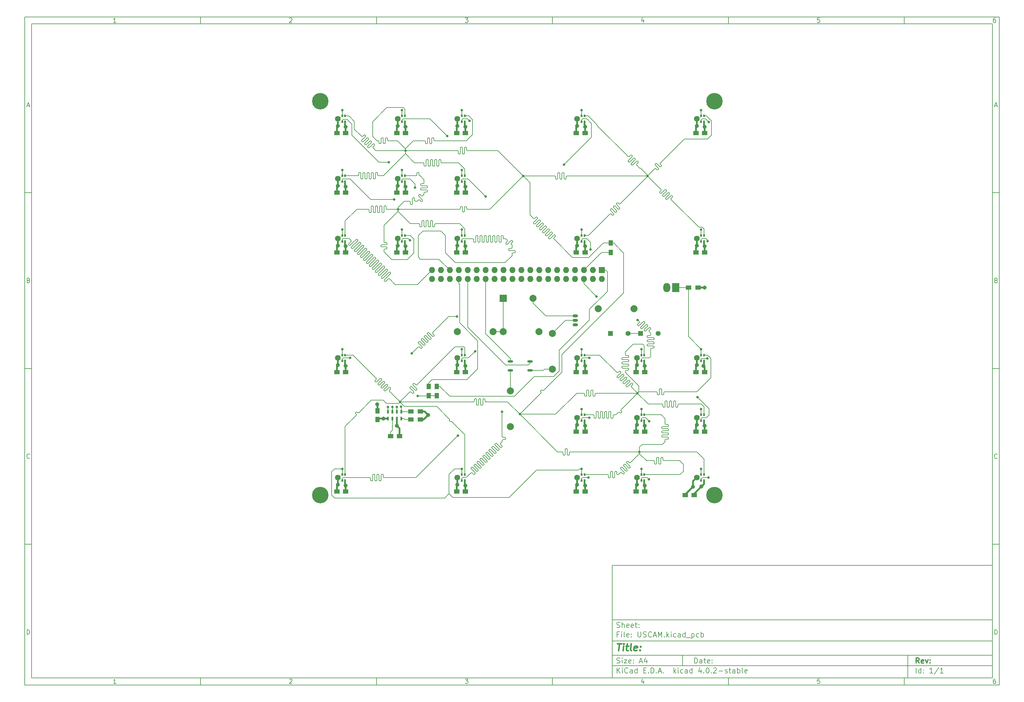
<source format=gtl>
G04 #@! TF.FileFunction,Copper,L1,Top,Signal*
%FSLAX46Y46*%
G04 Gerber Fmt 4.6, Leading zero omitted, Abs format (unit mm)*
G04 Created by KiCad (PCBNEW 4.0.2-stable) date 7/30/2016 9:27:15 AM*
%MOMM*%
G01*
G04 APERTURE LIST*
%ADD10C,0.020000*%
%ADD11C,0.150000*%
%ADD12C,0.300000*%
%ADD13C,0.400000*%
%ADD14R,1.500000X1.300000*%
%ADD15R,1.500000X1.250000*%
%ADD16R,1.250000X1.500000*%
%ADD17R,1.400000X1.400000*%
%ADD18C,1.400000*%
%ADD19R,2.000000X2.600000*%
%ADD20O,2.000000X2.600000*%
%ADD21R,1.727200X1.727200*%
%ADD22O,1.727200X1.727200*%
%ADD23O,1.501140X0.899160*%
%ADD24C,1.998980*%
%ADD25R,0.550000X1.000000*%
%ADD26O,1.600000X0.600000*%
%ADD27R,0.522000X0.725000*%
%ADD28C,1.625000*%
%ADD29C,2.000000*%
%ADD30R,2.000000X2.000000*%
%ADD31R,1.300000X1.500000*%
%ADD32C,4.700000*%
%ADD33C,1.143000*%
%ADD34C,0.711200*%
%ADD35C,0.203200*%
%ADD36C,0.508000*%
G04 APERTURE END LIST*
D10*
D11*
X177002200Y-166007200D02*
X177002200Y-198007200D01*
X285002200Y-198007200D01*
X285002200Y-166007200D01*
X177002200Y-166007200D01*
D10*
D11*
X10000000Y-10000000D02*
X10000000Y-200007200D01*
X287002200Y-200007200D01*
X287002200Y-10000000D01*
X10000000Y-10000000D01*
D10*
D11*
X12000000Y-12000000D02*
X12000000Y-198007200D01*
X285002200Y-198007200D01*
X285002200Y-12000000D01*
X12000000Y-12000000D01*
D10*
D11*
X60000000Y-12000000D02*
X60000000Y-10000000D01*
D10*
D11*
X110000000Y-12000000D02*
X110000000Y-10000000D01*
D10*
D11*
X160000000Y-12000000D02*
X160000000Y-10000000D01*
D10*
D11*
X210000000Y-12000000D02*
X210000000Y-10000000D01*
D10*
D11*
X260000000Y-12000000D02*
X260000000Y-10000000D01*
D10*
D11*
X35990476Y-11588095D02*
X35247619Y-11588095D01*
X35619048Y-11588095D02*
X35619048Y-10288095D01*
X35495238Y-10473810D01*
X35371429Y-10597619D01*
X35247619Y-10659524D01*
D10*
D11*
X85247619Y-10411905D02*
X85309524Y-10350000D01*
X85433333Y-10288095D01*
X85742857Y-10288095D01*
X85866667Y-10350000D01*
X85928571Y-10411905D01*
X85990476Y-10535714D01*
X85990476Y-10659524D01*
X85928571Y-10845238D01*
X85185714Y-11588095D01*
X85990476Y-11588095D01*
D10*
D11*
X135185714Y-10288095D02*
X135990476Y-10288095D01*
X135557143Y-10783333D01*
X135742857Y-10783333D01*
X135866667Y-10845238D01*
X135928571Y-10907143D01*
X135990476Y-11030952D01*
X135990476Y-11340476D01*
X135928571Y-11464286D01*
X135866667Y-11526190D01*
X135742857Y-11588095D01*
X135371429Y-11588095D01*
X135247619Y-11526190D01*
X135185714Y-11464286D01*
D10*
D11*
X185866667Y-10721429D02*
X185866667Y-11588095D01*
X185557143Y-10226190D02*
X185247619Y-11154762D01*
X186052381Y-11154762D01*
D10*
D11*
X235928571Y-10288095D02*
X235309524Y-10288095D01*
X235247619Y-10907143D01*
X235309524Y-10845238D01*
X235433333Y-10783333D01*
X235742857Y-10783333D01*
X235866667Y-10845238D01*
X235928571Y-10907143D01*
X235990476Y-11030952D01*
X235990476Y-11340476D01*
X235928571Y-11464286D01*
X235866667Y-11526190D01*
X235742857Y-11588095D01*
X235433333Y-11588095D01*
X235309524Y-11526190D01*
X235247619Y-11464286D01*
D10*
D11*
X285866667Y-10288095D02*
X285619048Y-10288095D01*
X285495238Y-10350000D01*
X285433333Y-10411905D01*
X285309524Y-10597619D01*
X285247619Y-10845238D01*
X285247619Y-11340476D01*
X285309524Y-11464286D01*
X285371429Y-11526190D01*
X285495238Y-11588095D01*
X285742857Y-11588095D01*
X285866667Y-11526190D01*
X285928571Y-11464286D01*
X285990476Y-11340476D01*
X285990476Y-11030952D01*
X285928571Y-10907143D01*
X285866667Y-10845238D01*
X285742857Y-10783333D01*
X285495238Y-10783333D01*
X285371429Y-10845238D01*
X285309524Y-10907143D01*
X285247619Y-11030952D01*
D10*
D11*
X60000000Y-198007200D02*
X60000000Y-200007200D01*
D10*
D11*
X110000000Y-198007200D02*
X110000000Y-200007200D01*
D10*
D11*
X160000000Y-198007200D02*
X160000000Y-200007200D01*
D10*
D11*
X210000000Y-198007200D02*
X210000000Y-200007200D01*
D10*
D11*
X260000000Y-198007200D02*
X260000000Y-200007200D01*
D10*
D11*
X35990476Y-199595295D02*
X35247619Y-199595295D01*
X35619048Y-199595295D02*
X35619048Y-198295295D01*
X35495238Y-198481010D01*
X35371429Y-198604819D01*
X35247619Y-198666724D01*
D10*
D11*
X85247619Y-198419105D02*
X85309524Y-198357200D01*
X85433333Y-198295295D01*
X85742857Y-198295295D01*
X85866667Y-198357200D01*
X85928571Y-198419105D01*
X85990476Y-198542914D01*
X85990476Y-198666724D01*
X85928571Y-198852438D01*
X85185714Y-199595295D01*
X85990476Y-199595295D01*
D10*
D11*
X135185714Y-198295295D02*
X135990476Y-198295295D01*
X135557143Y-198790533D01*
X135742857Y-198790533D01*
X135866667Y-198852438D01*
X135928571Y-198914343D01*
X135990476Y-199038152D01*
X135990476Y-199347676D01*
X135928571Y-199471486D01*
X135866667Y-199533390D01*
X135742857Y-199595295D01*
X135371429Y-199595295D01*
X135247619Y-199533390D01*
X135185714Y-199471486D01*
D10*
D11*
X185866667Y-198728629D02*
X185866667Y-199595295D01*
X185557143Y-198233390D02*
X185247619Y-199161962D01*
X186052381Y-199161962D01*
D10*
D11*
X235928571Y-198295295D02*
X235309524Y-198295295D01*
X235247619Y-198914343D01*
X235309524Y-198852438D01*
X235433333Y-198790533D01*
X235742857Y-198790533D01*
X235866667Y-198852438D01*
X235928571Y-198914343D01*
X235990476Y-199038152D01*
X235990476Y-199347676D01*
X235928571Y-199471486D01*
X235866667Y-199533390D01*
X235742857Y-199595295D01*
X235433333Y-199595295D01*
X235309524Y-199533390D01*
X235247619Y-199471486D01*
D10*
D11*
X285866667Y-198295295D02*
X285619048Y-198295295D01*
X285495238Y-198357200D01*
X285433333Y-198419105D01*
X285309524Y-198604819D01*
X285247619Y-198852438D01*
X285247619Y-199347676D01*
X285309524Y-199471486D01*
X285371429Y-199533390D01*
X285495238Y-199595295D01*
X285742857Y-199595295D01*
X285866667Y-199533390D01*
X285928571Y-199471486D01*
X285990476Y-199347676D01*
X285990476Y-199038152D01*
X285928571Y-198914343D01*
X285866667Y-198852438D01*
X285742857Y-198790533D01*
X285495238Y-198790533D01*
X285371429Y-198852438D01*
X285309524Y-198914343D01*
X285247619Y-199038152D01*
D10*
D11*
X10000000Y-60000000D02*
X12000000Y-60000000D01*
D10*
D11*
X10000000Y-110000000D02*
X12000000Y-110000000D01*
D10*
D11*
X10000000Y-160000000D02*
X12000000Y-160000000D01*
D10*
D11*
X10690476Y-35216667D02*
X11309524Y-35216667D01*
X10566667Y-35588095D02*
X11000000Y-34288095D01*
X11433333Y-35588095D01*
D10*
D11*
X11092857Y-84907143D02*
X11278571Y-84969048D01*
X11340476Y-85030952D01*
X11402381Y-85154762D01*
X11402381Y-85340476D01*
X11340476Y-85464286D01*
X11278571Y-85526190D01*
X11154762Y-85588095D01*
X10659524Y-85588095D01*
X10659524Y-84288095D01*
X11092857Y-84288095D01*
X11216667Y-84350000D01*
X11278571Y-84411905D01*
X11340476Y-84535714D01*
X11340476Y-84659524D01*
X11278571Y-84783333D01*
X11216667Y-84845238D01*
X11092857Y-84907143D01*
X10659524Y-84907143D01*
D10*
D11*
X11402381Y-135464286D02*
X11340476Y-135526190D01*
X11154762Y-135588095D01*
X11030952Y-135588095D01*
X10845238Y-135526190D01*
X10721429Y-135402381D01*
X10659524Y-135278571D01*
X10597619Y-135030952D01*
X10597619Y-134845238D01*
X10659524Y-134597619D01*
X10721429Y-134473810D01*
X10845238Y-134350000D01*
X11030952Y-134288095D01*
X11154762Y-134288095D01*
X11340476Y-134350000D01*
X11402381Y-134411905D01*
D10*
D11*
X10659524Y-185588095D02*
X10659524Y-184288095D01*
X10969048Y-184288095D01*
X11154762Y-184350000D01*
X11278571Y-184473810D01*
X11340476Y-184597619D01*
X11402381Y-184845238D01*
X11402381Y-185030952D01*
X11340476Y-185278571D01*
X11278571Y-185402381D01*
X11154762Y-185526190D01*
X10969048Y-185588095D01*
X10659524Y-185588095D01*
D10*
D11*
X287002200Y-60000000D02*
X285002200Y-60000000D01*
D10*
D11*
X287002200Y-110000000D02*
X285002200Y-110000000D01*
D10*
D11*
X287002200Y-160000000D02*
X285002200Y-160000000D01*
D10*
D11*
X285692676Y-35216667D02*
X286311724Y-35216667D01*
X285568867Y-35588095D02*
X286002200Y-34288095D01*
X286435533Y-35588095D01*
D10*
D11*
X286095057Y-84907143D02*
X286280771Y-84969048D01*
X286342676Y-85030952D01*
X286404581Y-85154762D01*
X286404581Y-85340476D01*
X286342676Y-85464286D01*
X286280771Y-85526190D01*
X286156962Y-85588095D01*
X285661724Y-85588095D01*
X285661724Y-84288095D01*
X286095057Y-84288095D01*
X286218867Y-84350000D01*
X286280771Y-84411905D01*
X286342676Y-84535714D01*
X286342676Y-84659524D01*
X286280771Y-84783333D01*
X286218867Y-84845238D01*
X286095057Y-84907143D01*
X285661724Y-84907143D01*
D10*
D11*
X286404581Y-135464286D02*
X286342676Y-135526190D01*
X286156962Y-135588095D01*
X286033152Y-135588095D01*
X285847438Y-135526190D01*
X285723629Y-135402381D01*
X285661724Y-135278571D01*
X285599819Y-135030952D01*
X285599819Y-134845238D01*
X285661724Y-134597619D01*
X285723629Y-134473810D01*
X285847438Y-134350000D01*
X286033152Y-134288095D01*
X286156962Y-134288095D01*
X286342676Y-134350000D01*
X286404581Y-134411905D01*
D10*
D11*
X285661724Y-185588095D02*
X285661724Y-184288095D01*
X285971248Y-184288095D01*
X286156962Y-184350000D01*
X286280771Y-184473810D01*
X286342676Y-184597619D01*
X286404581Y-184845238D01*
X286404581Y-185030952D01*
X286342676Y-185278571D01*
X286280771Y-185402381D01*
X286156962Y-185526190D01*
X285971248Y-185588095D01*
X285661724Y-185588095D01*
D10*
D11*
X200359343Y-193785771D02*
X200359343Y-192285771D01*
X200716486Y-192285771D01*
X200930771Y-192357200D01*
X201073629Y-192500057D01*
X201145057Y-192642914D01*
X201216486Y-192928629D01*
X201216486Y-193142914D01*
X201145057Y-193428629D01*
X201073629Y-193571486D01*
X200930771Y-193714343D01*
X200716486Y-193785771D01*
X200359343Y-193785771D01*
X202502200Y-193785771D02*
X202502200Y-193000057D01*
X202430771Y-192857200D01*
X202287914Y-192785771D01*
X202002200Y-192785771D01*
X201859343Y-192857200D01*
X202502200Y-193714343D02*
X202359343Y-193785771D01*
X202002200Y-193785771D01*
X201859343Y-193714343D01*
X201787914Y-193571486D01*
X201787914Y-193428629D01*
X201859343Y-193285771D01*
X202002200Y-193214343D01*
X202359343Y-193214343D01*
X202502200Y-193142914D01*
X203002200Y-192785771D02*
X203573629Y-192785771D01*
X203216486Y-192285771D02*
X203216486Y-193571486D01*
X203287914Y-193714343D01*
X203430772Y-193785771D01*
X203573629Y-193785771D01*
X204645057Y-193714343D02*
X204502200Y-193785771D01*
X204216486Y-193785771D01*
X204073629Y-193714343D01*
X204002200Y-193571486D01*
X204002200Y-193000057D01*
X204073629Y-192857200D01*
X204216486Y-192785771D01*
X204502200Y-192785771D01*
X204645057Y-192857200D01*
X204716486Y-193000057D01*
X204716486Y-193142914D01*
X204002200Y-193285771D01*
X205359343Y-193642914D02*
X205430771Y-193714343D01*
X205359343Y-193785771D01*
X205287914Y-193714343D01*
X205359343Y-193642914D01*
X205359343Y-193785771D01*
X205359343Y-192857200D02*
X205430771Y-192928629D01*
X205359343Y-193000057D01*
X205287914Y-192928629D01*
X205359343Y-192857200D01*
X205359343Y-193000057D01*
D10*
D11*
X177002200Y-194507200D02*
X285002200Y-194507200D01*
D10*
D11*
X178359343Y-196585771D02*
X178359343Y-195085771D01*
X179216486Y-196585771D02*
X178573629Y-195728629D01*
X179216486Y-195085771D02*
X178359343Y-195942914D01*
X179859343Y-196585771D02*
X179859343Y-195585771D01*
X179859343Y-195085771D02*
X179787914Y-195157200D01*
X179859343Y-195228629D01*
X179930771Y-195157200D01*
X179859343Y-195085771D01*
X179859343Y-195228629D01*
X181430772Y-196442914D02*
X181359343Y-196514343D01*
X181145057Y-196585771D01*
X181002200Y-196585771D01*
X180787915Y-196514343D01*
X180645057Y-196371486D01*
X180573629Y-196228629D01*
X180502200Y-195942914D01*
X180502200Y-195728629D01*
X180573629Y-195442914D01*
X180645057Y-195300057D01*
X180787915Y-195157200D01*
X181002200Y-195085771D01*
X181145057Y-195085771D01*
X181359343Y-195157200D01*
X181430772Y-195228629D01*
X182716486Y-196585771D02*
X182716486Y-195800057D01*
X182645057Y-195657200D01*
X182502200Y-195585771D01*
X182216486Y-195585771D01*
X182073629Y-195657200D01*
X182716486Y-196514343D02*
X182573629Y-196585771D01*
X182216486Y-196585771D01*
X182073629Y-196514343D01*
X182002200Y-196371486D01*
X182002200Y-196228629D01*
X182073629Y-196085771D01*
X182216486Y-196014343D01*
X182573629Y-196014343D01*
X182716486Y-195942914D01*
X184073629Y-196585771D02*
X184073629Y-195085771D01*
X184073629Y-196514343D02*
X183930772Y-196585771D01*
X183645058Y-196585771D01*
X183502200Y-196514343D01*
X183430772Y-196442914D01*
X183359343Y-196300057D01*
X183359343Y-195871486D01*
X183430772Y-195728629D01*
X183502200Y-195657200D01*
X183645058Y-195585771D01*
X183930772Y-195585771D01*
X184073629Y-195657200D01*
X185930772Y-195800057D02*
X186430772Y-195800057D01*
X186645058Y-196585771D02*
X185930772Y-196585771D01*
X185930772Y-195085771D01*
X186645058Y-195085771D01*
X187287915Y-196442914D02*
X187359343Y-196514343D01*
X187287915Y-196585771D01*
X187216486Y-196514343D01*
X187287915Y-196442914D01*
X187287915Y-196585771D01*
X188002201Y-196585771D02*
X188002201Y-195085771D01*
X188359344Y-195085771D01*
X188573629Y-195157200D01*
X188716487Y-195300057D01*
X188787915Y-195442914D01*
X188859344Y-195728629D01*
X188859344Y-195942914D01*
X188787915Y-196228629D01*
X188716487Y-196371486D01*
X188573629Y-196514343D01*
X188359344Y-196585771D01*
X188002201Y-196585771D01*
X189502201Y-196442914D02*
X189573629Y-196514343D01*
X189502201Y-196585771D01*
X189430772Y-196514343D01*
X189502201Y-196442914D01*
X189502201Y-196585771D01*
X190145058Y-196157200D02*
X190859344Y-196157200D01*
X190002201Y-196585771D02*
X190502201Y-195085771D01*
X191002201Y-196585771D01*
X191502201Y-196442914D02*
X191573629Y-196514343D01*
X191502201Y-196585771D01*
X191430772Y-196514343D01*
X191502201Y-196442914D01*
X191502201Y-196585771D01*
X194502201Y-196585771D02*
X194502201Y-195085771D01*
X194645058Y-196014343D02*
X195073629Y-196585771D01*
X195073629Y-195585771D02*
X194502201Y-196157200D01*
X195716487Y-196585771D02*
X195716487Y-195585771D01*
X195716487Y-195085771D02*
X195645058Y-195157200D01*
X195716487Y-195228629D01*
X195787915Y-195157200D01*
X195716487Y-195085771D01*
X195716487Y-195228629D01*
X197073630Y-196514343D02*
X196930773Y-196585771D01*
X196645059Y-196585771D01*
X196502201Y-196514343D01*
X196430773Y-196442914D01*
X196359344Y-196300057D01*
X196359344Y-195871486D01*
X196430773Y-195728629D01*
X196502201Y-195657200D01*
X196645059Y-195585771D01*
X196930773Y-195585771D01*
X197073630Y-195657200D01*
X198359344Y-196585771D02*
X198359344Y-195800057D01*
X198287915Y-195657200D01*
X198145058Y-195585771D01*
X197859344Y-195585771D01*
X197716487Y-195657200D01*
X198359344Y-196514343D02*
X198216487Y-196585771D01*
X197859344Y-196585771D01*
X197716487Y-196514343D01*
X197645058Y-196371486D01*
X197645058Y-196228629D01*
X197716487Y-196085771D01*
X197859344Y-196014343D01*
X198216487Y-196014343D01*
X198359344Y-195942914D01*
X199716487Y-196585771D02*
X199716487Y-195085771D01*
X199716487Y-196514343D02*
X199573630Y-196585771D01*
X199287916Y-196585771D01*
X199145058Y-196514343D01*
X199073630Y-196442914D01*
X199002201Y-196300057D01*
X199002201Y-195871486D01*
X199073630Y-195728629D01*
X199145058Y-195657200D01*
X199287916Y-195585771D01*
X199573630Y-195585771D01*
X199716487Y-195657200D01*
X202216487Y-195585771D02*
X202216487Y-196585771D01*
X201859344Y-195014343D02*
X201502201Y-196085771D01*
X202430773Y-196085771D01*
X203002201Y-196442914D02*
X203073629Y-196514343D01*
X203002201Y-196585771D01*
X202930772Y-196514343D01*
X203002201Y-196442914D01*
X203002201Y-196585771D01*
X204002201Y-195085771D02*
X204145058Y-195085771D01*
X204287915Y-195157200D01*
X204359344Y-195228629D01*
X204430773Y-195371486D01*
X204502201Y-195657200D01*
X204502201Y-196014343D01*
X204430773Y-196300057D01*
X204359344Y-196442914D01*
X204287915Y-196514343D01*
X204145058Y-196585771D01*
X204002201Y-196585771D01*
X203859344Y-196514343D01*
X203787915Y-196442914D01*
X203716487Y-196300057D01*
X203645058Y-196014343D01*
X203645058Y-195657200D01*
X203716487Y-195371486D01*
X203787915Y-195228629D01*
X203859344Y-195157200D01*
X204002201Y-195085771D01*
X205145058Y-196442914D02*
X205216486Y-196514343D01*
X205145058Y-196585771D01*
X205073629Y-196514343D01*
X205145058Y-196442914D01*
X205145058Y-196585771D01*
X205787915Y-195228629D02*
X205859344Y-195157200D01*
X206002201Y-195085771D01*
X206359344Y-195085771D01*
X206502201Y-195157200D01*
X206573630Y-195228629D01*
X206645058Y-195371486D01*
X206645058Y-195514343D01*
X206573630Y-195728629D01*
X205716487Y-196585771D01*
X206645058Y-196585771D01*
X207287915Y-196014343D02*
X208430772Y-196014343D01*
X209073629Y-196514343D02*
X209216486Y-196585771D01*
X209502201Y-196585771D01*
X209645058Y-196514343D01*
X209716486Y-196371486D01*
X209716486Y-196300057D01*
X209645058Y-196157200D01*
X209502201Y-196085771D01*
X209287915Y-196085771D01*
X209145058Y-196014343D01*
X209073629Y-195871486D01*
X209073629Y-195800057D01*
X209145058Y-195657200D01*
X209287915Y-195585771D01*
X209502201Y-195585771D01*
X209645058Y-195657200D01*
X210145058Y-195585771D02*
X210716487Y-195585771D01*
X210359344Y-195085771D02*
X210359344Y-196371486D01*
X210430772Y-196514343D01*
X210573630Y-196585771D01*
X210716487Y-196585771D01*
X211859344Y-196585771D02*
X211859344Y-195800057D01*
X211787915Y-195657200D01*
X211645058Y-195585771D01*
X211359344Y-195585771D01*
X211216487Y-195657200D01*
X211859344Y-196514343D02*
X211716487Y-196585771D01*
X211359344Y-196585771D01*
X211216487Y-196514343D01*
X211145058Y-196371486D01*
X211145058Y-196228629D01*
X211216487Y-196085771D01*
X211359344Y-196014343D01*
X211716487Y-196014343D01*
X211859344Y-195942914D01*
X212573630Y-196585771D02*
X212573630Y-195085771D01*
X212573630Y-195657200D02*
X212716487Y-195585771D01*
X213002201Y-195585771D01*
X213145058Y-195657200D01*
X213216487Y-195728629D01*
X213287916Y-195871486D01*
X213287916Y-196300057D01*
X213216487Y-196442914D01*
X213145058Y-196514343D01*
X213002201Y-196585771D01*
X212716487Y-196585771D01*
X212573630Y-196514343D01*
X214145059Y-196585771D02*
X214002201Y-196514343D01*
X213930773Y-196371486D01*
X213930773Y-195085771D01*
X215287915Y-196514343D02*
X215145058Y-196585771D01*
X214859344Y-196585771D01*
X214716487Y-196514343D01*
X214645058Y-196371486D01*
X214645058Y-195800057D01*
X214716487Y-195657200D01*
X214859344Y-195585771D01*
X215145058Y-195585771D01*
X215287915Y-195657200D01*
X215359344Y-195800057D01*
X215359344Y-195942914D01*
X214645058Y-196085771D01*
D10*
D11*
X177002200Y-191507200D02*
X285002200Y-191507200D01*
D10*
D12*
X264216486Y-193785771D02*
X263716486Y-193071486D01*
X263359343Y-193785771D02*
X263359343Y-192285771D01*
X263930771Y-192285771D01*
X264073629Y-192357200D01*
X264145057Y-192428629D01*
X264216486Y-192571486D01*
X264216486Y-192785771D01*
X264145057Y-192928629D01*
X264073629Y-193000057D01*
X263930771Y-193071486D01*
X263359343Y-193071486D01*
X265430771Y-193714343D02*
X265287914Y-193785771D01*
X265002200Y-193785771D01*
X264859343Y-193714343D01*
X264787914Y-193571486D01*
X264787914Y-193000057D01*
X264859343Y-192857200D01*
X265002200Y-192785771D01*
X265287914Y-192785771D01*
X265430771Y-192857200D01*
X265502200Y-193000057D01*
X265502200Y-193142914D01*
X264787914Y-193285771D01*
X266002200Y-192785771D02*
X266359343Y-193785771D01*
X266716485Y-192785771D01*
X267287914Y-193642914D02*
X267359342Y-193714343D01*
X267287914Y-193785771D01*
X267216485Y-193714343D01*
X267287914Y-193642914D01*
X267287914Y-193785771D01*
X267287914Y-192857200D02*
X267359342Y-192928629D01*
X267287914Y-193000057D01*
X267216485Y-192928629D01*
X267287914Y-192857200D01*
X267287914Y-193000057D01*
D10*
D11*
X178287914Y-193714343D02*
X178502200Y-193785771D01*
X178859343Y-193785771D01*
X179002200Y-193714343D01*
X179073629Y-193642914D01*
X179145057Y-193500057D01*
X179145057Y-193357200D01*
X179073629Y-193214343D01*
X179002200Y-193142914D01*
X178859343Y-193071486D01*
X178573629Y-193000057D01*
X178430771Y-192928629D01*
X178359343Y-192857200D01*
X178287914Y-192714343D01*
X178287914Y-192571486D01*
X178359343Y-192428629D01*
X178430771Y-192357200D01*
X178573629Y-192285771D01*
X178930771Y-192285771D01*
X179145057Y-192357200D01*
X179787914Y-193785771D02*
X179787914Y-192785771D01*
X179787914Y-192285771D02*
X179716485Y-192357200D01*
X179787914Y-192428629D01*
X179859342Y-192357200D01*
X179787914Y-192285771D01*
X179787914Y-192428629D01*
X180359343Y-192785771D02*
X181145057Y-192785771D01*
X180359343Y-193785771D01*
X181145057Y-193785771D01*
X182287914Y-193714343D02*
X182145057Y-193785771D01*
X181859343Y-193785771D01*
X181716486Y-193714343D01*
X181645057Y-193571486D01*
X181645057Y-193000057D01*
X181716486Y-192857200D01*
X181859343Y-192785771D01*
X182145057Y-192785771D01*
X182287914Y-192857200D01*
X182359343Y-193000057D01*
X182359343Y-193142914D01*
X181645057Y-193285771D01*
X183002200Y-193642914D02*
X183073628Y-193714343D01*
X183002200Y-193785771D01*
X182930771Y-193714343D01*
X183002200Y-193642914D01*
X183002200Y-193785771D01*
X183002200Y-192857200D02*
X183073628Y-192928629D01*
X183002200Y-193000057D01*
X182930771Y-192928629D01*
X183002200Y-192857200D01*
X183002200Y-193000057D01*
X184787914Y-193357200D02*
X185502200Y-193357200D01*
X184645057Y-193785771D02*
X185145057Y-192285771D01*
X185645057Y-193785771D01*
X186787914Y-192785771D02*
X186787914Y-193785771D01*
X186430771Y-192214343D02*
X186073628Y-193285771D01*
X187002200Y-193285771D01*
D10*
D11*
X263359343Y-196585771D02*
X263359343Y-195085771D01*
X264716486Y-196585771D02*
X264716486Y-195085771D01*
X264716486Y-196514343D02*
X264573629Y-196585771D01*
X264287915Y-196585771D01*
X264145057Y-196514343D01*
X264073629Y-196442914D01*
X264002200Y-196300057D01*
X264002200Y-195871486D01*
X264073629Y-195728629D01*
X264145057Y-195657200D01*
X264287915Y-195585771D01*
X264573629Y-195585771D01*
X264716486Y-195657200D01*
X265430772Y-196442914D02*
X265502200Y-196514343D01*
X265430772Y-196585771D01*
X265359343Y-196514343D01*
X265430772Y-196442914D01*
X265430772Y-196585771D01*
X265430772Y-195657200D02*
X265502200Y-195728629D01*
X265430772Y-195800057D01*
X265359343Y-195728629D01*
X265430772Y-195657200D01*
X265430772Y-195800057D01*
X268073629Y-196585771D02*
X267216486Y-196585771D01*
X267645058Y-196585771D02*
X267645058Y-195085771D01*
X267502201Y-195300057D01*
X267359343Y-195442914D01*
X267216486Y-195514343D01*
X269787914Y-195014343D02*
X268502200Y-196942914D01*
X271073629Y-196585771D02*
X270216486Y-196585771D01*
X270645058Y-196585771D02*
X270645058Y-195085771D01*
X270502201Y-195300057D01*
X270359343Y-195442914D01*
X270216486Y-195514343D01*
D10*
D11*
X177002200Y-187507200D02*
X285002200Y-187507200D01*
D10*
D13*
X178454581Y-188211962D02*
X179597438Y-188211962D01*
X178776010Y-190211962D02*
X179026010Y-188211962D01*
X180014105Y-190211962D02*
X180180771Y-188878629D01*
X180264105Y-188211962D02*
X180156962Y-188307200D01*
X180240295Y-188402438D01*
X180347439Y-188307200D01*
X180264105Y-188211962D01*
X180240295Y-188402438D01*
X180847438Y-188878629D02*
X181609343Y-188878629D01*
X181216486Y-188211962D02*
X181002200Y-189926248D01*
X181073630Y-190116724D01*
X181252201Y-190211962D01*
X181442677Y-190211962D01*
X182395058Y-190211962D02*
X182216487Y-190116724D01*
X182145057Y-189926248D01*
X182359343Y-188211962D01*
X183930772Y-190116724D02*
X183728391Y-190211962D01*
X183347439Y-190211962D01*
X183168867Y-190116724D01*
X183097438Y-189926248D01*
X183192676Y-189164343D01*
X183311724Y-188973867D01*
X183514105Y-188878629D01*
X183895057Y-188878629D01*
X184073629Y-188973867D01*
X184145057Y-189164343D01*
X184121248Y-189354819D01*
X183145057Y-189545295D01*
X184895057Y-190021486D02*
X184978392Y-190116724D01*
X184871248Y-190211962D01*
X184787915Y-190116724D01*
X184895057Y-190021486D01*
X184871248Y-190211962D01*
X185026010Y-188973867D02*
X185109344Y-189069105D01*
X185002200Y-189164343D01*
X184918867Y-189069105D01*
X185026010Y-188973867D01*
X185002200Y-189164343D01*
D10*
D11*
X178859343Y-185600057D02*
X178359343Y-185600057D01*
X178359343Y-186385771D02*
X178359343Y-184885771D01*
X179073629Y-184885771D01*
X179645057Y-186385771D02*
X179645057Y-185385771D01*
X179645057Y-184885771D02*
X179573628Y-184957200D01*
X179645057Y-185028629D01*
X179716485Y-184957200D01*
X179645057Y-184885771D01*
X179645057Y-185028629D01*
X180573629Y-186385771D02*
X180430771Y-186314343D01*
X180359343Y-186171486D01*
X180359343Y-184885771D01*
X181716485Y-186314343D02*
X181573628Y-186385771D01*
X181287914Y-186385771D01*
X181145057Y-186314343D01*
X181073628Y-186171486D01*
X181073628Y-185600057D01*
X181145057Y-185457200D01*
X181287914Y-185385771D01*
X181573628Y-185385771D01*
X181716485Y-185457200D01*
X181787914Y-185600057D01*
X181787914Y-185742914D01*
X181073628Y-185885771D01*
X182430771Y-186242914D02*
X182502199Y-186314343D01*
X182430771Y-186385771D01*
X182359342Y-186314343D01*
X182430771Y-186242914D01*
X182430771Y-186385771D01*
X182430771Y-185457200D02*
X182502199Y-185528629D01*
X182430771Y-185600057D01*
X182359342Y-185528629D01*
X182430771Y-185457200D01*
X182430771Y-185600057D01*
X184287914Y-184885771D02*
X184287914Y-186100057D01*
X184359342Y-186242914D01*
X184430771Y-186314343D01*
X184573628Y-186385771D01*
X184859342Y-186385771D01*
X185002200Y-186314343D01*
X185073628Y-186242914D01*
X185145057Y-186100057D01*
X185145057Y-184885771D01*
X185787914Y-186314343D02*
X186002200Y-186385771D01*
X186359343Y-186385771D01*
X186502200Y-186314343D01*
X186573629Y-186242914D01*
X186645057Y-186100057D01*
X186645057Y-185957200D01*
X186573629Y-185814343D01*
X186502200Y-185742914D01*
X186359343Y-185671486D01*
X186073629Y-185600057D01*
X185930771Y-185528629D01*
X185859343Y-185457200D01*
X185787914Y-185314343D01*
X185787914Y-185171486D01*
X185859343Y-185028629D01*
X185930771Y-184957200D01*
X186073629Y-184885771D01*
X186430771Y-184885771D01*
X186645057Y-184957200D01*
X188145057Y-186242914D02*
X188073628Y-186314343D01*
X187859342Y-186385771D01*
X187716485Y-186385771D01*
X187502200Y-186314343D01*
X187359342Y-186171486D01*
X187287914Y-186028629D01*
X187216485Y-185742914D01*
X187216485Y-185528629D01*
X187287914Y-185242914D01*
X187359342Y-185100057D01*
X187502200Y-184957200D01*
X187716485Y-184885771D01*
X187859342Y-184885771D01*
X188073628Y-184957200D01*
X188145057Y-185028629D01*
X188716485Y-185957200D02*
X189430771Y-185957200D01*
X188573628Y-186385771D02*
X189073628Y-184885771D01*
X189573628Y-186385771D01*
X190073628Y-186385771D02*
X190073628Y-184885771D01*
X190573628Y-185957200D01*
X191073628Y-184885771D01*
X191073628Y-186385771D01*
X191787914Y-186242914D02*
X191859342Y-186314343D01*
X191787914Y-186385771D01*
X191716485Y-186314343D01*
X191787914Y-186242914D01*
X191787914Y-186385771D01*
X192502200Y-186385771D02*
X192502200Y-184885771D01*
X192645057Y-185814343D02*
X193073628Y-186385771D01*
X193073628Y-185385771D02*
X192502200Y-185957200D01*
X193716486Y-186385771D02*
X193716486Y-185385771D01*
X193716486Y-184885771D02*
X193645057Y-184957200D01*
X193716486Y-185028629D01*
X193787914Y-184957200D01*
X193716486Y-184885771D01*
X193716486Y-185028629D01*
X195073629Y-186314343D02*
X194930772Y-186385771D01*
X194645058Y-186385771D01*
X194502200Y-186314343D01*
X194430772Y-186242914D01*
X194359343Y-186100057D01*
X194359343Y-185671486D01*
X194430772Y-185528629D01*
X194502200Y-185457200D01*
X194645058Y-185385771D01*
X194930772Y-185385771D01*
X195073629Y-185457200D01*
X196359343Y-186385771D02*
X196359343Y-185600057D01*
X196287914Y-185457200D01*
X196145057Y-185385771D01*
X195859343Y-185385771D01*
X195716486Y-185457200D01*
X196359343Y-186314343D02*
X196216486Y-186385771D01*
X195859343Y-186385771D01*
X195716486Y-186314343D01*
X195645057Y-186171486D01*
X195645057Y-186028629D01*
X195716486Y-185885771D01*
X195859343Y-185814343D01*
X196216486Y-185814343D01*
X196359343Y-185742914D01*
X197716486Y-186385771D02*
X197716486Y-184885771D01*
X197716486Y-186314343D02*
X197573629Y-186385771D01*
X197287915Y-186385771D01*
X197145057Y-186314343D01*
X197073629Y-186242914D01*
X197002200Y-186100057D01*
X197002200Y-185671486D01*
X197073629Y-185528629D01*
X197145057Y-185457200D01*
X197287915Y-185385771D01*
X197573629Y-185385771D01*
X197716486Y-185457200D01*
X198073629Y-186528629D02*
X199216486Y-186528629D01*
X199573629Y-185385771D02*
X199573629Y-186885771D01*
X199573629Y-185457200D02*
X199716486Y-185385771D01*
X200002200Y-185385771D01*
X200145057Y-185457200D01*
X200216486Y-185528629D01*
X200287915Y-185671486D01*
X200287915Y-186100057D01*
X200216486Y-186242914D01*
X200145057Y-186314343D01*
X200002200Y-186385771D01*
X199716486Y-186385771D01*
X199573629Y-186314343D01*
X201573629Y-186314343D02*
X201430772Y-186385771D01*
X201145058Y-186385771D01*
X201002200Y-186314343D01*
X200930772Y-186242914D01*
X200859343Y-186100057D01*
X200859343Y-185671486D01*
X200930772Y-185528629D01*
X201002200Y-185457200D01*
X201145058Y-185385771D01*
X201430772Y-185385771D01*
X201573629Y-185457200D01*
X202216486Y-186385771D02*
X202216486Y-184885771D01*
X202216486Y-185457200D02*
X202359343Y-185385771D01*
X202645057Y-185385771D01*
X202787914Y-185457200D01*
X202859343Y-185528629D01*
X202930772Y-185671486D01*
X202930772Y-186100057D01*
X202859343Y-186242914D01*
X202787914Y-186314343D01*
X202645057Y-186385771D01*
X202359343Y-186385771D01*
X202216486Y-186314343D01*
D10*
D11*
X177002200Y-181507200D02*
X285002200Y-181507200D01*
D10*
D11*
X178287914Y-183614343D02*
X178502200Y-183685771D01*
X178859343Y-183685771D01*
X179002200Y-183614343D01*
X179073629Y-183542914D01*
X179145057Y-183400057D01*
X179145057Y-183257200D01*
X179073629Y-183114343D01*
X179002200Y-183042914D01*
X178859343Y-182971486D01*
X178573629Y-182900057D01*
X178430771Y-182828629D01*
X178359343Y-182757200D01*
X178287914Y-182614343D01*
X178287914Y-182471486D01*
X178359343Y-182328629D01*
X178430771Y-182257200D01*
X178573629Y-182185771D01*
X178930771Y-182185771D01*
X179145057Y-182257200D01*
X179787914Y-183685771D02*
X179787914Y-182185771D01*
X180430771Y-183685771D02*
X180430771Y-182900057D01*
X180359342Y-182757200D01*
X180216485Y-182685771D01*
X180002200Y-182685771D01*
X179859342Y-182757200D01*
X179787914Y-182828629D01*
X181716485Y-183614343D02*
X181573628Y-183685771D01*
X181287914Y-183685771D01*
X181145057Y-183614343D01*
X181073628Y-183471486D01*
X181073628Y-182900057D01*
X181145057Y-182757200D01*
X181287914Y-182685771D01*
X181573628Y-182685771D01*
X181716485Y-182757200D01*
X181787914Y-182900057D01*
X181787914Y-183042914D01*
X181073628Y-183185771D01*
X183002199Y-183614343D02*
X182859342Y-183685771D01*
X182573628Y-183685771D01*
X182430771Y-183614343D01*
X182359342Y-183471486D01*
X182359342Y-182900057D01*
X182430771Y-182757200D01*
X182573628Y-182685771D01*
X182859342Y-182685771D01*
X183002199Y-182757200D01*
X183073628Y-182900057D01*
X183073628Y-183042914D01*
X182359342Y-183185771D01*
X183502199Y-182685771D02*
X184073628Y-182685771D01*
X183716485Y-182185771D02*
X183716485Y-183471486D01*
X183787913Y-183614343D01*
X183930771Y-183685771D01*
X184073628Y-183685771D01*
X184573628Y-183542914D02*
X184645056Y-183614343D01*
X184573628Y-183685771D01*
X184502199Y-183614343D01*
X184573628Y-183542914D01*
X184573628Y-183685771D01*
X184573628Y-182757200D02*
X184645056Y-182828629D01*
X184573628Y-182900057D01*
X184502199Y-182828629D01*
X184573628Y-182757200D01*
X184573628Y-182900057D01*
D10*
D11*
X197002200Y-191507200D02*
X197002200Y-194507200D01*
D10*
D11*
X261002200Y-191507200D02*
X261002200Y-198007200D01*
D14*
X122448660Y-122206140D03*
X119748660Y-122206140D03*
D15*
X114000000Y-129250000D03*
X116500000Y-129250000D03*
D16*
X110250000Y-124500000D03*
X110250000Y-122000000D03*
D17*
X176500000Y-100000000D03*
D18*
X181500000Y-100000000D03*
D17*
X185000000Y-100000000D03*
D18*
X190000000Y-100000000D03*
D15*
X101250000Y-43000000D03*
X98750000Y-43000000D03*
X101250000Y-77000000D03*
X98750000Y-77000000D03*
X101250000Y-111000000D03*
X98750000Y-111000000D03*
X101250000Y-145000000D03*
X98750000Y-145000000D03*
X135250000Y-43000000D03*
X132750000Y-43000000D03*
X135250000Y-77000000D03*
X132750000Y-77000000D03*
X135250000Y-111000000D03*
X132750000Y-111000000D03*
X135250000Y-145000000D03*
X132750000Y-145000000D03*
X169250000Y-43000000D03*
X166750000Y-43000000D03*
X169250000Y-77000000D03*
X166750000Y-77000000D03*
X169250000Y-111000000D03*
X166750000Y-111000000D03*
X169250000Y-145000000D03*
X166750000Y-145000000D03*
X203250000Y-43000000D03*
X200750000Y-43000000D03*
X203250000Y-77000000D03*
X200750000Y-77000000D03*
X203250000Y-111000000D03*
X200750000Y-111000000D03*
X200250660Y-146002140D03*
X197750660Y-146002140D03*
X101250000Y-60000000D03*
X98750000Y-60000000D03*
X118250000Y-43000000D03*
X115750000Y-43000000D03*
X118250000Y-60000000D03*
X115750000Y-60000000D03*
X118250000Y-77000000D03*
X115750000Y-77000000D03*
X135250000Y-60000000D03*
X132750000Y-60000000D03*
X169250000Y-128000000D03*
X166750000Y-128000000D03*
X186250000Y-111000000D03*
X183750000Y-111000000D03*
X186250000Y-128000000D03*
X183750000Y-128000000D03*
X186250000Y-145000000D03*
X183750000Y-145000000D03*
X203250000Y-128000000D03*
X200750000Y-128000000D03*
D19*
X195000660Y-87002140D03*
D20*
X192460660Y-87002140D03*
D21*
X174000000Y-82000000D03*
D22*
X174000000Y-84540000D03*
X171460000Y-82000000D03*
X171460000Y-84540000D03*
X168920000Y-82000000D03*
X168920000Y-84540000D03*
X166380000Y-82000000D03*
X166380000Y-84540000D03*
X163840000Y-82000000D03*
X163840000Y-84540000D03*
X161300000Y-82000000D03*
X161300000Y-84540000D03*
X158760000Y-82000000D03*
X158760000Y-84540000D03*
X156220000Y-82000000D03*
X156220000Y-84540000D03*
X153680000Y-82000000D03*
X153680000Y-84540000D03*
X151140000Y-82000000D03*
X151140000Y-84540000D03*
X148600000Y-82000000D03*
X148600000Y-84540000D03*
X146060000Y-82000000D03*
X146060000Y-84540000D03*
X143520000Y-82000000D03*
X143520000Y-84540000D03*
X140980000Y-82000000D03*
X140980000Y-84540000D03*
X138440000Y-82000000D03*
X138440000Y-84540000D03*
X135900000Y-82000000D03*
X135900000Y-84540000D03*
X133360000Y-82000000D03*
X133360000Y-84540000D03*
X130820000Y-82000000D03*
X130820000Y-84540000D03*
X128280000Y-82000000D03*
X128280000Y-84540000D03*
X125740000Y-82000000D03*
X125740000Y-84540000D03*
D23*
X166500000Y-96270000D03*
X166500000Y-97540000D03*
X166500000Y-95000000D03*
D14*
X201350660Y-87002140D03*
X198650660Y-87002140D03*
X122448660Y-124492140D03*
X119748660Y-124492140D03*
D24*
X148000000Y-126500000D03*
X148000000Y-116340000D03*
X160000000Y-100000000D03*
X160000000Y-110160000D03*
X173000000Y-93000000D03*
X183160000Y-93000000D03*
X146000000Y-99500000D03*
X156160000Y-99500000D03*
X133000000Y-99500000D03*
X143160000Y-99500000D03*
D25*
X113250000Y-122250000D03*
X114500000Y-122250000D03*
X115750000Y-122250000D03*
X117000000Y-122250000D03*
X117000000Y-124250000D03*
X115750000Y-124250000D03*
X114500000Y-124250000D03*
X113250000Y-124250000D03*
D26*
X153600000Y-108000000D03*
X153600000Y-110540000D03*
X148000000Y-110540000D03*
X148000000Y-108000000D03*
D27*
X100252000Y-39837500D03*
X101074000Y-39837500D03*
X100252000Y-38162500D03*
X101074000Y-38162500D03*
D28*
X99000000Y-39000000D03*
D27*
X100252000Y-73837500D03*
X101074000Y-73837500D03*
X100252000Y-72162500D03*
X101074000Y-72162500D03*
D28*
X99000000Y-73000000D03*
D27*
X100252000Y-107837500D03*
X101074000Y-107837500D03*
X100252000Y-106162500D03*
X101074000Y-106162500D03*
D28*
X99000000Y-107000000D03*
D27*
X100252000Y-141837500D03*
X101074000Y-141837500D03*
X100252000Y-140162500D03*
X101074000Y-140162500D03*
D28*
X99000000Y-141000000D03*
D27*
X134252000Y-39837500D03*
X135074000Y-39837500D03*
X134252000Y-38162500D03*
X135074000Y-38162500D03*
D28*
X133000000Y-39000000D03*
D27*
X134252000Y-73837500D03*
X135074000Y-73837500D03*
X134252000Y-72162500D03*
X135074000Y-72162500D03*
D28*
X133000000Y-73000000D03*
D27*
X134252000Y-107837500D03*
X135074000Y-107837500D03*
X134252000Y-106162500D03*
X135074000Y-106162500D03*
D28*
X133000000Y-107000000D03*
D27*
X134252000Y-141837500D03*
X135074000Y-141837500D03*
X134252000Y-140162500D03*
X135074000Y-140162500D03*
D28*
X133000000Y-141000000D03*
D27*
X168252000Y-39837500D03*
X169074000Y-39837500D03*
X168252000Y-38162500D03*
X169074000Y-38162500D03*
D28*
X167000000Y-39000000D03*
D27*
X168252000Y-73837500D03*
X169074000Y-73837500D03*
X168252000Y-72162500D03*
X169074000Y-72162500D03*
D28*
X167000000Y-73000000D03*
D27*
X168252000Y-107837500D03*
X169074000Y-107837500D03*
X168252000Y-106162500D03*
X169074000Y-106162500D03*
D28*
X167000000Y-107000000D03*
D27*
X168252000Y-141837500D03*
X169074000Y-141837500D03*
X168252000Y-140162500D03*
X169074000Y-140162500D03*
D28*
X167000000Y-141000000D03*
D27*
X202252000Y-39837500D03*
X203074000Y-39837500D03*
X202252000Y-38162500D03*
X203074000Y-38162500D03*
D28*
X201000000Y-39000000D03*
D27*
X202252000Y-73837500D03*
X203074000Y-73837500D03*
X202252000Y-72162500D03*
X203074000Y-72162500D03*
D28*
X201000000Y-73000000D03*
D27*
X202252000Y-107837500D03*
X203074000Y-107837500D03*
X202252000Y-106162500D03*
X203074000Y-106162500D03*
D28*
X201000000Y-107000000D03*
D27*
X202252000Y-141837500D03*
X203074000Y-141837500D03*
X202252000Y-140162500D03*
X203074000Y-140162500D03*
D28*
X201000000Y-141000000D03*
D27*
X100252000Y-56837500D03*
X101074000Y-56837500D03*
X100252000Y-55162500D03*
X101074000Y-55162500D03*
D28*
X99000000Y-56000000D03*
D27*
X117252000Y-39837500D03*
X118074000Y-39837500D03*
X117252000Y-38162500D03*
X118074000Y-38162500D03*
D28*
X116000000Y-39000000D03*
D27*
X117252000Y-56837500D03*
X118074000Y-56837500D03*
X117252000Y-55162500D03*
X118074000Y-55162500D03*
D28*
X116000000Y-56000000D03*
D27*
X117252000Y-73837500D03*
X118074000Y-73837500D03*
X117252000Y-72162500D03*
X118074000Y-72162500D03*
D28*
X116000000Y-73000000D03*
D27*
X134252000Y-56837500D03*
X135074000Y-56837500D03*
X134252000Y-55162500D03*
X135074000Y-55162500D03*
D28*
X133000000Y-56000000D03*
D27*
X168252000Y-124837500D03*
X169074000Y-124837500D03*
X168252000Y-123162500D03*
X169074000Y-123162500D03*
D28*
X167000000Y-124000000D03*
D27*
X185252000Y-107837500D03*
X186074000Y-107837500D03*
X185252000Y-106162500D03*
X186074000Y-106162500D03*
D28*
X184000000Y-107000000D03*
D27*
X185252000Y-124837500D03*
X186074000Y-124837500D03*
X185252000Y-123162500D03*
X186074000Y-123162500D03*
D28*
X184000000Y-124000000D03*
D27*
X185252000Y-141837500D03*
X186074000Y-141837500D03*
X185252000Y-140162500D03*
X186074000Y-140162500D03*
D28*
X184000000Y-141000000D03*
D27*
X202252000Y-124837500D03*
X203074000Y-124837500D03*
X202252000Y-123162500D03*
X203074000Y-123162500D03*
D28*
X201000000Y-124000000D03*
D29*
X154500000Y-90000000D03*
D30*
X146000000Y-90000000D03*
D31*
X176523000Y-76994400D03*
X176523000Y-74294400D03*
D32*
X94000660Y-34002140D03*
X206000660Y-34002140D03*
X206000660Y-146002140D03*
X94000660Y-146002140D03*
D31*
X127100660Y-117752140D03*
X127100660Y-115052140D03*
X124800660Y-117752140D03*
X124800660Y-115052140D03*
D33*
X199970660Y-143582140D03*
X99000660Y-75002140D03*
X133000660Y-75002140D03*
X133000660Y-41002140D03*
X99000660Y-41002140D03*
X116000660Y-75002140D03*
X116000660Y-58002140D03*
X133000660Y-58002140D03*
X99000660Y-58002140D03*
X116000660Y-41002140D03*
X184000660Y-109002140D03*
X167000660Y-126002140D03*
X201000660Y-126002140D03*
X184000660Y-126002140D03*
X184000660Y-143002140D03*
X167000660Y-109002140D03*
X201000660Y-109002140D03*
X167000660Y-143002140D03*
X99000660Y-109002140D03*
X133000660Y-109002140D03*
X133000660Y-143002140D03*
X99000660Y-143002140D03*
X167000660Y-75002140D03*
X201000660Y-75002140D03*
X201000660Y-41002140D03*
X167000660Y-41002140D03*
X110176660Y-120174140D03*
X115764660Y-126270140D03*
X203200660Y-87002140D03*
X202300660Y-143572140D03*
X202927780Y-109252140D03*
X101250660Y-75252140D03*
X135250660Y-75252140D03*
X135250660Y-41252140D03*
X101250660Y-41252140D03*
X118250660Y-75252140D03*
X118250660Y-58252140D03*
X135250660Y-58252140D03*
X101250660Y-58252140D03*
X118250660Y-41252140D03*
X186250660Y-109252140D03*
X169250660Y-126252140D03*
X203250660Y-126252140D03*
X186250660Y-126252140D03*
X186250660Y-143252140D03*
X169250660Y-109252140D03*
X169250660Y-143252140D03*
X101250660Y-109252140D03*
X135250660Y-109252140D03*
X135250660Y-143252140D03*
X101250660Y-143252140D03*
X169250660Y-75252140D03*
X203250660Y-75252140D03*
X203250660Y-41252140D03*
X169250660Y-41252140D03*
X111954660Y-124238140D03*
X124654660Y-123222140D03*
D34*
X100250660Y-70502140D03*
X134250660Y-70502140D03*
X134250660Y-36502140D03*
X100250660Y-36502140D03*
X117250660Y-70502140D03*
X117250660Y-53502140D03*
X134250660Y-53502140D03*
X100250660Y-53502140D03*
X117250660Y-36502140D03*
X185250660Y-104502140D03*
X168250660Y-121502140D03*
X202250660Y-121502140D03*
X185250660Y-121502140D03*
X185250660Y-138502140D03*
X168250660Y-104502140D03*
X202250660Y-104502140D03*
X202250660Y-138502140D03*
X168250660Y-138502140D03*
X100250660Y-104502140D03*
X134250660Y-104502140D03*
X134250660Y-138502140D03*
X100250660Y-138502140D03*
X168250660Y-70502140D03*
X202250660Y-70502140D03*
X202250660Y-36502140D03*
X168250660Y-36502140D03*
X203997759Y-107105041D03*
X204300660Y-141002140D03*
X184700660Y-133702140D03*
X116100660Y-64702140D03*
X118200660Y-48002140D03*
X187000660Y-55202140D03*
X184100660Y-117002140D03*
X116700660Y-119502140D03*
X150700660Y-123002140D03*
X151700660Y-55202140D03*
X115000660Y-61902140D03*
X130100660Y-43902140D03*
X113500660Y-51302140D03*
X120900660Y-58502140D03*
X119500660Y-73502140D03*
X120000660Y-105702140D03*
X132900660Y-95202140D03*
X102500660Y-107002140D03*
X141000658Y-61102140D03*
X133100660Y-129102140D03*
X170500660Y-124002140D03*
X136400660Y-39602140D03*
X184200660Y-96202140D03*
X187500660Y-125002140D03*
X138000660Y-105102140D03*
X187400660Y-141502140D03*
X145700660Y-122302140D03*
X201200660Y-118102140D03*
X172500660Y-89502140D03*
X163300660Y-52002140D03*
X170800660Y-76102140D03*
X170500660Y-107002140D03*
X121700660Y-117802140D03*
X116947759Y-120855041D03*
X170200660Y-141002140D03*
X113200660Y-120902140D03*
X204400660Y-39902140D03*
X114500660Y-120902140D03*
X204100660Y-73802140D03*
X115800660Y-120902140D03*
D35*
X114000000Y-129250000D02*
X114000000Y-128034800D01*
X114500000Y-127534800D02*
X114500000Y-124250000D01*
X114000000Y-128034800D02*
X114500000Y-127534800D01*
D36*
X199970660Y-143582140D02*
X199970660Y-142029340D01*
X197750660Y-145802140D02*
X199970660Y-143582140D01*
X199970660Y-142029340D02*
X201000000Y-141000000D01*
X197750660Y-146002140D02*
X197750660Y-145802140D01*
X98750000Y-75252800D02*
X99000660Y-75002140D01*
X99000000Y-75001480D02*
X99000000Y-73000000D01*
X99000000Y-75001480D02*
X99000660Y-75002140D01*
X98750000Y-77000000D02*
X98750000Y-75252800D01*
X132750000Y-77000000D02*
X132750000Y-75252800D01*
X133000000Y-75001480D02*
X133000660Y-75002140D01*
X133000000Y-75001480D02*
X133000000Y-73000000D01*
X132750000Y-75252800D02*
X133000660Y-75002140D01*
X132750000Y-41252800D02*
X133000660Y-41002140D01*
X133000000Y-41001480D02*
X133000000Y-39000000D01*
X133000000Y-41001480D02*
X133000660Y-41002140D01*
X132750000Y-43000000D02*
X132750000Y-41252800D01*
X98750000Y-43000000D02*
X98750000Y-41252800D01*
X99000000Y-41001480D02*
X99000660Y-41002140D01*
X99000000Y-41001480D02*
X99000000Y-39000000D01*
X98750000Y-41252800D02*
X99000660Y-41002140D01*
X115750000Y-75252800D02*
X116000660Y-75002140D01*
X116000000Y-75001480D02*
X116000000Y-73000000D01*
X116000000Y-75001480D02*
X116000660Y-75002140D01*
X115750000Y-77000000D02*
X115750000Y-75252800D01*
X115750000Y-60000000D02*
X115750000Y-58252800D01*
X116000000Y-58001480D02*
X116000660Y-58002140D01*
X116000000Y-58001480D02*
X116000000Y-56000000D01*
X115750000Y-58252800D02*
X116000660Y-58002140D01*
X132750000Y-58252800D02*
X133000660Y-58002140D01*
X133000000Y-58001480D02*
X133000000Y-56000000D01*
X133000000Y-58001480D02*
X133000660Y-58002140D01*
X132750000Y-60000000D02*
X132750000Y-58252800D01*
X98750000Y-60000000D02*
X98750000Y-58252800D01*
X99000000Y-58001480D02*
X99000660Y-58002140D01*
X99000000Y-58001480D02*
X99000000Y-56000000D01*
X98750000Y-58252800D02*
X99000660Y-58002140D01*
X115750000Y-41252800D02*
X116000660Y-41002140D01*
X116000000Y-41001480D02*
X116000000Y-39000000D01*
X116000000Y-41001480D02*
X116000660Y-41002140D01*
X115750000Y-43000000D02*
X115750000Y-41252800D01*
X183750000Y-111000000D02*
X183750000Y-109252800D01*
X184000000Y-109001480D02*
X184000660Y-109002140D01*
X184000000Y-109001480D02*
X184000000Y-107000000D01*
X183750000Y-109252800D02*
X184000660Y-109002140D01*
X166750000Y-126252800D02*
X167000660Y-126002140D01*
X167000000Y-126001480D02*
X167000000Y-124000000D01*
X167000000Y-126001480D02*
X167000660Y-126002140D01*
X166750000Y-128000000D02*
X166750000Y-126252800D01*
X200750000Y-128000000D02*
X200750000Y-126252800D01*
X201000000Y-126001480D02*
X201000660Y-126002140D01*
X201000000Y-126001480D02*
X201000000Y-124000000D01*
X200750000Y-126252800D02*
X201000660Y-126002140D01*
X183750000Y-126252800D02*
X184000660Y-126002140D01*
X184000000Y-126001480D02*
X184000000Y-124000000D01*
X184000000Y-126001480D02*
X184000660Y-126002140D01*
X183750000Y-128000000D02*
X183750000Y-126252800D01*
X183750000Y-145000000D02*
X183750000Y-143252800D01*
X184000000Y-143001480D02*
X184000660Y-143002140D01*
X184000000Y-143001480D02*
X184000000Y-141000000D01*
X183750000Y-143252800D02*
X184000660Y-143002140D01*
X166750000Y-109252800D02*
X167000660Y-109002140D01*
X167000000Y-109001480D02*
X167000000Y-107000000D01*
X167000000Y-109001480D02*
X167000660Y-109002140D01*
X166750000Y-111000000D02*
X166750000Y-109252800D01*
X200750000Y-111000000D02*
X200750000Y-109252800D01*
X201000000Y-109001480D02*
X201000660Y-109002140D01*
X201000000Y-109001480D02*
X201000000Y-107000000D01*
X200750000Y-109252800D02*
X201000660Y-109002140D01*
X166750000Y-145000000D02*
X166750000Y-143252800D01*
X167000000Y-143001480D02*
X167000660Y-143002140D01*
X167000000Y-143001480D02*
X167000000Y-141000000D01*
X166750000Y-143252800D02*
X167000660Y-143002140D01*
X98750000Y-109252800D02*
X99000660Y-109002140D01*
X99000000Y-109001480D02*
X99000000Y-107000000D01*
X99000000Y-109001480D02*
X99000660Y-109002140D01*
X98750000Y-111000000D02*
X98750000Y-109252800D01*
X132750000Y-111000000D02*
X132750000Y-109252800D01*
X133000000Y-109001480D02*
X133000660Y-109002140D01*
X133000000Y-109001480D02*
X133000000Y-107000000D01*
X132750000Y-109252800D02*
X133000660Y-109002140D01*
X132750000Y-143252800D02*
X133000660Y-143002140D01*
X133000000Y-143001480D02*
X133000000Y-141000000D01*
X133000000Y-143001480D02*
X133000660Y-143002140D01*
X132750000Y-145000000D02*
X132750000Y-143252800D01*
X98750000Y-145000000D02*
X98750000Y-143252800D01*
X99000000Y-143001480D02*
X99000660Y-143002140D01*
X99000000Y-143001480D02*
X99000000Y-141000000D01*
X98750000Y-143252800D02*
X99000660Y-143002140D01*
X166750000Y-75252800D02*
X167000660Y-75002140D01*
X167000000Y-75001480D02*
X167000000Y-73000000D01*
X167000000Y-75001480D02*
X167000660Y-75002140D01*
X166750000Y-77000000D02*
X166750000Y-75252800D01*
X200750000Y-77000000D02*
X200750000Y-75252800D01*
X201000000Y-75001480D02*
X201000660Y-75002140D01*
X201000000Y-75001480D02*
X201000000Y-73000000D01*
X200750000Y-75252800D02*
X201000660Y-75002140D01*
X200750000Y-41252800D02*
X201000660Y-41002140D01*
X201000000Y-41001480D02*
X201000000Y-39000000D01*
X201000000Y-41001480D02*
X201000660Y-41002140D01*
X200750000Y-43000000D02*
X200750000Y-41252800D01*
X166750000Y-43000000D02*
X166750000Y-41252800D01*
X167000000Y-41001480D02*
X167000660Y-41002140D01*
X167000000Y-41001480D02*
X167000000Y-39000000D01*
X166750000Y-41252800D02*
X167000660Y-41002140D01*
X110250000Y-122000000D02*
X110250000Y-120247480D01*
X110250000Y-120247480D02*
X110176660Y-120174140D01*
X115750000Y-124250000D02*
X115750000Y-126255480D01*
X116500000Y-127005480D02*
X115764660Y-126270140D01*
X116500000Y-127005480D02*
X116500000Y-129250000D01*
X115750000Y-126255480D02*
X115764660Y-126270140D01*
X201350660Y-87002140D02*
X203200660Y-87002140D01*
X202300660Y-143572140D02*
X202360660Y-143572140D01*
X200250660Y-145622140D02*
X202300660Y-143572140D01*
X203074000Y-142858800D02*
X203074000Y-141837500D01*
X202360660Y-143572140D02*
X203074000Y-142858800D01*
X200250660Y-146002140D02*
X200250660Y-145622140D01*
X200250660Y-146002140D02*
X200250660Y-145862140D01*
X203074000Y-107837500D02*
X203074000Y-109105920D01*
X203250000Y-111000000D02*
X203250000Y-109574360D01*
X203250000Y-109574360D02*
X202927780Y-109252140D01*
X203074000Y-109105920D02*
X202927780Y-109252140D01*
X101074000Y-75075480D02*
X101250660Y-75252140D01*
X101250000Y-75252800D02*
X101250000Y-77000000D01*
X101250000Y-75252800D02*
X101250660Y-75252140D01*
X101074000Y-73837500D02*
X101074000Y-75075480D01*
X135074000Y-73837500D02*
X135074000Y-75075480D01*
X135250000Y-75252800D02*
X135250660Y-75252140D01*
X135250000Y-75252800D02*
X135250000Y-77000000D01*
X135074000Y-75075480D02*
X135250660Y-75252140D01*
X135074000Y-41075480D02*
X135250660Y-41252140D01*
X135250000Y-41252800D02*
X135250000Y-43000000D01*
X135250000Y-41252800D02*
X135250660Y-41252140D01*
X135074000Y-39837500D02*
X135074000Y-41075480D01*
X101074000Y-39837500D02*
X101074000Y-41075480D01*
X101250000Y-41252800D02*
X101250660Y-41252140D01*
X101250000Y-41252800D02*
X101250000Y-43000000D01*
X101074000Y-41075480D02*
X101250660Y-41252140D01*
X118074000Y-75075480D02*
X118250660Y-75252140D01*
X118250000Y-75252800D02*
X118250000Y-77000000D01*
X118250000Y-75252800D02*
X118250660Y-75252140D01*
X118074000Y-73837500D02*
X118074000Y-75075480D01*
X118074000Y-56837500D02*
X118074000Y-58075480D01*
X118250000Y-58252800D02*
X118250660Y-58252140D01*
X118250000Y-58252800D02*
X118250000Y-60000000D01*
X118074000Y-58075480D02*
X118250660Y-58252140D01*
X135074000Y-58075480D02*
X135250660Y-58252140D01*
X135250000Y-58252800D02*
X135250000Y-60000000D01*
X135250000Y-58252800D02*
X135250660Y-58252140D01*
X135074000Y-56837500D02*
X135074000Y-58075480D01*
X101074000Y-56837500D02*
X101074000Y-58075480D01*
X101250000Y-58252800D02*
X101250660Y-58252140D01*
X101250000Y-58252800D02*
X101250000Y-60000000D01*
X101074000Y-58075480D02*
X101250660Y-58252140D01*
X118074000Y-41075480D02*
X118250660Y-41252140D01*
X118250000Y-41252800D02*
X118250000Y-43000000D01*
X118250000Y-41252800D02*
X118250660Y-41252140D01*
X118074000Y-39837500D02*
X118074000Y-41075480D01*
X186074000Y-107837500D02*
X186074000Y-109075480D01*
X186250000Y-109252800D02*
X186250660Y-109252140D01*
X186250000Y-109252800D02*
X186250000Y-111000000D01*
X186074000Y-109075480D02*
X186250660Y-109252140D01*
X169074000Y-126075480D02*
X169250660Y-126252140D01*
X169250000Y-126252800D02*
X169250000Y-128000000D01*
X169250000Y-126252800D02*
X169250660Y-126252140D01*
X169074000Y-124837500D02*
X169074000Y-126075480D01*
X203074000Y-124837500D02*
X203074000Y-126075480D01*
X203250000Y-126252800D02*
X203250660Y-126252140D01*
X203250000Y-126252800D02*
X203250000Y-128000000D01*
X203074000Y-126075480D02*
X203250660Y-126252140D01*
X186074000Y-126075480D02*
X186250660Y-126252140D01*
X186250000Y-126252800D02*
X186250000Y-128000000D01*
X186250000Y-126252800D02*
X186250660Y-126252140D01*
X186074000Y-124837500D02*
X186074000Y-126075480D01*
X186074000Y-141837500D02*
X186074000Y-143075480D01*
X186250000Y-143252800D02*
X186250660Y-143252140D01*
X186250000Y-143252800D02*
X186250000Y-145000000D01*
X186074000Y-143075480D02*
X186250660Y-143252140D01*
X169074000Y-109075480D02*
X169250660Y-109252140D01*
X169250000Y-109252800D02*
X169250000Y-111000000D01*
X169250000Y-109252800D02*
X169250660Y-109252140D01*
X169074000Y-107837500D02*
X169074000Y-109075480D01*
X169074000Y-141837500D02*
X169074000Y-143075480D01*
X169250000Y-143252800D02*
X169250660Y-143252140D01*
X169250000Y-143252800D02*
X169250000Y-145000000D01*
X169074000Y-143075480D02*
X169250660Y-143252140D01*
X101074000Y-109075480D02*
X101250660Y-109252140D01*
X101250000Y-109252800D02*
X101250000Y-111000000D01*
X101250000Y-109252800D02*
X101250660Y-109252140D01*
X101074000Y-107837500D02*
X101074000Y-109075480D01*
X135074000Y-107837500D02*
X135074000Y-109075480D01*
X135250000Y-109252800D02*
X135250660Y-109252140D01*
X135250000Y-109252800D02*
X135250000Y-111000000D01*
X135074000Y-109075480D02*
X135250660Y-109252140D01*
X135074000Y-143075480D02*
X135250660Y-143252140D01*
X135250000Y-143252800D02*
X135250000Y-145000000D01*
X135250000Y-143252800D02*
X135250660Y-143252140D01*
X135074000Y-141837500D02*
X135074000Y-143075480D01*
X101074000Y-141837500D02*
X101074000Y-143075480D01*
X101250000Y-143252800D02*
X101250660Y-143252140D01*
X101250000Y-143252800D02*
X101250000Y-145000000D01*
X101074000Y-143075480D02*
X101250660Y-143252140D01*
X169074000Y-75075480D02*
X169250660Y-75252140D01*
X169250000Y-75252800D02*
X169250000Y-77000000D01*
X169250000Y-75252800D02*
X169250660Y-75252140D01*
X169074000Y-73837500D02*
X169074000Y-75075480D01*
X203074000Y-73837500D02*
X203074000Y-75075480D01*
X203250000Y-75252800D02*
X203250660Y-75252140D01*
X203250000Y-75252800D02*
X203250000Y-77000000D01*
X203074000Y-75075480D02*
X203250660Y-75252140D01*
X203074000Y-41075480D02*
X203250660Y-41252140D01*
X203250000Y-41252800D02*
X203250000Y-43000000D01*
X203250000Y-41252800D02*
X203250660Y-41252140D01*
X203074000Y-39837500D02*
X203074000Y-41075480D01*
X169074000Y-39837500D02*
X169074000Y-41075480D01*
X169250000Y-41252800D02*
X169250660Y-41252140D01*
X169250000Y-41252800D02*
X169250000Y-43000000D01*
X169074000Y-41075480D02*
X169250660Y-41252140D01*
X110511860Y-124238140D02*
X111954660Y-124238140D01*
X111966520Y-124250000D02*
X111954660Y-124238140D01*
X111966520Y-124250000D02*
X113250000Y-124250000D01*
X110511860Y-124238140D02*
X110250000Y-124500000D01*
X122448660Y-124492140D02*
X123384660Y-124492140D01*
X123638660Y-122206140D02*
X124654660Y-123222140D01*
X123638660Y-122206140D02*
X122448660Y-122206140D01*
X123384660Y-124492140D02*
X124654660Y-123222140D01*
X110250000Y-124500000D02*
X110250000Y-124565480D01*
D35*
X181500000Y-100000000D02*
X182489949Y-100000000D01*
X182489949Y-100000000D02*
X185000000Y-100000000D01*
X166500000Y-96270000D02*
X163730000Y-96270000D01*
X163730000Y-96270000D02*
X160000000Y-100000000D01*
X130600660Y-145602140D02*
X129400660Y-146802140D01*
X98100660Y-138502140D02*
X100250660Y-138502140D01*
X129400660Y-146802140D02*
X98070660Y-146802140D01*
X98070660Y-146802140D02*
X97260660Y-145992140D01*
X97260660Y-145992140D02*
X97260660Y-139342140D01*
X97260660Y-139342140D02*
X98100660Y-138502140D01*
X168250660Y-138502140D02*
X167747766Y-138502140D01*
X167747766Y-138502140D02*
X167347766Y-138902140D01*
X167347766Y-138902140D02*
X155500660Y-138902140D01*
X155500660Y-138902140D02*
X147700660Y-146702140D01*
X147700660Y-146702140D02*
X131700660Y-146702140D01*
X131700660Y-146702140D02*
X130600660Y-145602140D01*
X130600660Y-145602140D02*
X130600660Y-140102140D01*
X132200660Y-138502140D02*
X134250660Y-138502140D01*
X130600660Y-140102140D02*
X132200660Y-138502140D01*
X198650660Y-87002140D02*
X198650660Y-100902140D01*
X198650660Y-100902140D02*
X202250660Y-104502140D01*
X198650660Y-87002140D02*
X197697460Y-87002140D01*
X197697460Y-87002140D02*
X195000660Y-87002140D01*
X100252000Y-70503480D02*
X100250660Y-70502140D01*
X100252000Y-72162500D02*
X100252000Y-70503480D01*
X134252000Y-72162500D02*
X134252000Y-70503480D01*
X134252000Y-70503480D02*
X134250660Y-70502140D01*
X134252000Y-36503480D02*
X134250660Y-36502140D01*
X134252000Y-38162500D02*
X134252000Y-36503480D01*
X100252000Y-38162500D02*
X100252000Y-36503480D01*
X100252000Y-36503480D02*
X100250660Y-36502140D01*
X117252000Y-70503480D02*
X117250660Y-70502140D01*
X117252000Y-72162500D02*
X117252000Y-70503480D01*
X117252000Y-55162500D02*
X117252000Y-53503480D01*
X117252000Y-53503480D02*
X117250660Y-53502140D01*
X134252000Y-53503480D02*
X134250660Y-53502140D01*
X134252000Y-55162500D02*
X134252000Y-53503480D01*
X100252000Y-55162500D02*
X100252000Y-53503480D01*
X100252000Y-53503480D02*
X100250660Y-53502140D01*
X117252000Y-36503480D02*
X117250660Y-36502140D01*
X117252000Y-38162500D02*
X117252000Y-36503480D01*
X185252000Y-106162500D02*
X185252000Y-104503480D01*
X185252000Y-104503480D02*
X185250660Y-104502140D01*
X168252000Y-121503480D02*
X168250660Y-121502140D01*
X168252000Y-123162500D02*
X168252000Y-121503480D01*
X202252000Y-123162500D02*
X202252000Y-121503480D01*
X202252000Y-121503480D02*
X202250660Y-121502140D01*
X185252000Y-121503480D02*
X185250660Y-121502140D01*
X185252000Y-123162500D02*
X185252000Y-121503480D01*
X185252000Y-140162500D02*
X185252000Y-138503480D01*
X185252000Y-138503480D02*
X185250660Y-138502140D01*
X168252000Y-104503480D02*
X168250660Y-104502140D01*
X168252000Y-106162500D02*
X168252000Y-104503480D01*
X202252000Y-106162500D02*
X202252000Y-104503480D01*
X202252000Y-104503480D02*
X202250660Y-104502140D01*
X202252000Y-138503480D02*
X202250660Y-138502140D01*
X202252000Y-140162500D02*
X202252000Y-138503480D01*
X168252000Y-140162500D02*
X168252000Y-138503480D01*
X168252000Y-138503480D02*
X168250660Y-138502140D01*
X100252000Y-104503480D02*
X100250660Y-104502140D01*
X100252000Y-106162500D02*
X100252000Y-104503480D01*
X134252000Y-106162500D02*
X134252000Y-104503480D01*
X134252000Y-104503480D02*
X134250660Y-104502140D01*
X134252000Y-138503480D02*
X134250660Y-138502140D01*
X134252000Y-140162500D02*
X134252000Y-138503480D01*
X100252000Y-140162500D02*
X100252000Y-138503480D01*
X100252000Y-138503480D02*
X100250660Y-138502140D01*
X168252000Y-70503480D02*
X168250660Y-70502140D01*
X168252000Y-72162500D02*
X168252000Y-70503480D01*
X202252000Y-72162500D02*
X202252000Y-70503480D01*
X202252000Y-70503480D02*
X202250660Y-70502140D01*
X202252000Y-36503480D02*
X202250660Y-36502140D01*
X202252000Y-38162500D02*
X202252000Y-36503480D01*
X168252000Y-38162500D02*
X168252000Y-36503480D01*
X168252000Y-36503480D02*
X168250660Y-36502140D01*
X154500000Y-90000000D02*
X154500000Y-91414213D01*
X165546230Y-95000000D02*
X166500000Y-95000000D01*
X154500000Y-91414213D02*
X158085787Y-95000000D01*
X158085787Y-95000000D02*
X165546230Y-95000000D01*
X146000000Y-90000000D02*
X146000000Y-99500000D01*
X143160000Y-99500000D02*
X144573492Y-99500000D01*
X144573492Y-99500000D02*
X146000000Y-99500000D01*
X202421660Y-107102140D02*
X203994858Y-107102140D01*
X203994858Y-107102140D02*
X203997759Y-107105041D01*
X202252000Y-107837500D02*
X202252000Y-107271800D01*
X202252000Y-107271800D02*
X202421660Y-107102140D01*
X202645778Y-141002140D02*
X204300660Y-141002140D01*
X202252000Y-141837500D02*
X202252000Y-141395918D01*
X202252000Y-141395918D02*
X202645778Y-141002140D01*
X191487706Y-117427858D02*
X191535209Y-117380355D01*
X189770950Y-116771974D02*
X189793138Y-116835383D01*
X190400660Y-117193309D02*
X190400660Y-116010971D01*
X184500660Y-116602140D02*
X189500660Y-116602140D01*
X190100660Y-117493309D02*
X190167416Y-117485787D01*
X189500660Y-116602140D02*
X189567416Y-116609661D01*
X191000660Y-117193309D02*
X191008181Y-117260065D01*
X190287706Y-117427858D02*
X190335209Y-117380355D01*
X189567416Y-116609661D02*
X189630825Y-116631849D01*
X205000660Y-107102140D02*
X204061020Y-106162500D01*
X189630825Y-116631849D02*
X189687706Y-116667590D01*
X191713613Y-116667590D02*
X191770494Y-116631849D01*
X205000660Y-112602140D02*
X205000660Y-107102140D01*
X189687706Y-116667590D02*
X189735209Y-116715093D01*
X189800660Y-117193309D02*
X189808181Y-117260065D01*
X189735209Y-116715093D02*
X189770950Y-116771974D01*
X189793138Y-116835383D02*
X189800660Y-116902140D01*
X191833903Y-116609661D02*
X191900660Y-116602140D01*
X190393138Y-117260065D02*
X190400660Y-117193309D01*
X189800660Y-116902140D02*
X189800660Y-117193309D01*
X189970494Y-117463599D02*
X190033903Y-117485787D01*
X189866110Y-117380355D02*
X189913613Y-117427858D01*
X189808181Y-117260065D02*
X189830369Y-117323474D01*
X190570494Y-115740681D02*
X190633903Y-115718493D01*
X189830369Y-117323474D02*
X189866110Y-117380355D01*
X191008181Y-117260065D02*
X191030369Y-117323474D01*
X190033903Y-117485787D02*
X190100660Y-117493309D01*
X191430825Y-117463599D02*
X191487706Y-117427858D01*
X189913613Y-117427858D02*
X189970494Y-117463599D01*
X191300660Y-117493309D02*
X191367416Y-117485787D01*
X190167416Y-117485787D02*
X190230825Y-117463599D01*
X190230825Y-117463599D02*
X190287706Y-117427858D01*
X190335209Y-117380355D02*
X190370950Y-117323474D01*
X190633903Y-115718493D02*
X190700660Y-115710971D01*
X191030369Y-117323474D02*
X191066110Y-117380355D01*
X190400660Y-116010971D02*
X190408181Y-115944215D01*
X190370950Y-117323474D02*
X190393138Y-117260065D01*
X190408181Y-115944215D02*
X190430369Y-115880806D01*
X190887706Y-115776422D02*
X190935209Y-115823925D01*
X190430369Y-115880806D02*
X190466110Y-115823925D01*
X191600660Y-117193309D02*
X191600660Y-116902140D01*
X190466110Y-115823925D02*
X190513613Y-115776422D01*
X190513613Y-115776422D02*
X190570494Y-115740681D01*
X190700660Y-115710971D02*
X190767416Y-115718493D01*
X190767416Y-115718493D02*
X190830825Y-115740681D01*
X190830825Y-115740681D02*
X190887706Y-115776422D01*
X191570950Y-117323474D02*
X191593138Y-117260065D01*
X191000660Y-116010971D02*
X191000660Y-117193309D01*
X190935209Y-115823925D02*
X190970950Y-115880806D01*
X190970950Y-115880806D02*
X190993138Y-115944215D01*
X190993138Y-115944215D02*
X191000660Y-116010971D01*
X191066110Y-117380355D02*
X191113613Y-117427858D01*
X191593138Y-117260065D02*
X191600660Y-117193309D01*
X191113613Y-117427858D02*
X191170494Y-117463599D01*
X191170494Y-117463599D02*
X191233903Y-117485787D01*
X204061020Y-106162500D02*
X203074000Y-106162500D01*
X191233903Y-117485787D02*
X191300660Y-117493309D01*
X191367416Y-117485787D02*
X191430825Y-117463599D01*
X191535209Y-117380355D02*
X191570950Y-117323474D01*
X191600660Y-116902140D02*
X191608181Y-116835383D01*
X191608181Y-116835383D02*
X191630369Y-116771974D01*
X191770494Y-116631849D02*
X191833903Y-116609661D01*
X191630369Y-116771974D02*
X191666110Y-116715093D01*
X201000660Y-116602140D02*
X205000660Y-112602140D01*
X191666110Y-116715093D02*
X191713613Y-116667590D01*
X191900660Y-116602140D02*
X201000660Y-116602140D01*
X190044568Y-53397519D02*
X190086453Y-53344996D01*
X187000660Y-55202140D02*
X189000660Y-53202140D01*
X190086453Y-53344996D02*
X190115600Y-53284470D01*
X189000660Y-53202140D02*
X189053182Y-53160254D01*
X190893095Y-52548993D02*
X190934980Y-52496470D01*
X189053182Y-53160254D02*
X189113708Y-53131107D01*
X204100660Y-44702140D02*
X205200660Y-43602140D01*
X190044568Y-52973254D02*
X189229544Y-52158232D01*
X190581879Y-52620025D02*
X190647373Y-52634974D01*
X189229544Y-52158232D02*
X189187658Y-52105711D01*
X189992045Y-53439405D02*
X190044568Y-53397519D01*
X197500660Y-44702140D02*
X204100660Y-44702140D01*
X190626682Y-51618132D02*
X190655829Y-51557606D01*
X189798846Y-53483501D02*
X189866025Y-53483501D01*
X189372401Y-53160254D02*
X189424924Y-53202140D01*
X189113708Y-53131107D02*
X189179202Y-53116158D01*
X189620303Y-53397519D02*
X189672826Y-53439405D01*
X189179202Y-53116158D02*
X189246381Y-53116158D01*
X189246381Y-53116158D02*
X189311875Y-53131107D01*
X189311875Y-53131107D02*
X189372401Y-53160254D01*
X189424924Y-53202140D02*
X189620303Y-53397519D01*
X189866025Y-53483501D02*
X189931519Y-53468552D01*
X189672826Y-53439405D02*
X189733352Y-53468552D01*
X190840572Y-52590878D02*
X190893095Y-52548993D01*
X189733352Y-53468552D02*
X189798846Y-53483501D01*
X190979076Y-52370450D02*
X190979076Y-52303271D01*
X190611733Y-51750805D02*
X190611733Y-51683626D01*
X189158511Y-51847018D02*
X189187659Y-51786491D01*
X189931519Y-53468552D02*
X189992045Y-53439405D01*
X190115600Y-53284470D02*
X190130549Y-53218976D01*
X190130549Y-53218976D02*
X190130549Y-53151797D01*
X190130549Y-53151797D02*
X190115600Y-53086303D01*
X190655829Y-51876825D02*
X190626682Y-51816299D01*
X190655829Y-51557606D02*
X190697715Y-51505083D01*
X190115600Y-53086303D02*
X190086453Y-53025777D01*
X190086453Y-53025777D02*
X190044568Y-52973254D01*
X190934980Y-52496470D02*
X190964127Y-52435944D01*
X190780046Y-52620025D02*
X190840572Y-52590878D01*
X189187658Y-52105711D02*
X189158512Y-52045184D01*
X189158512Y-52045184D02*
X189143562Y-51979691D01*
X189143562Y-51979691D02*
X189143563Y-51912511D01*
X189143563Y-51912511D02*
X189158511Y-51847018D01*
X189187659Y-51786491D02*
X189229544Y-51733968D01*
X189229544Y-51733968D02*
X189282067Y-51692083D01*
X189282067Y-51692083D02*
X189342592Y-51662937D01*
X190697715Y-51929348D02*
X190655829Y-51876825D01*
X190979076Y-52303271D02*
X190964127Y-52237777D01*
X189342592Y-51662937D02*
X189408087Y-51647987D01*
X189653808Y-51733969D02*
X190468831Y-52548993D01*
X189408087Y-51647987D02*
X189475265Y-51647988D01*
X189475265Y-51647988D02*
X189540760Y-51662936D01*
X189540760Y-51662936D02*
X189601285Y-51692084D01*
X189601285Y-51692084D02*
X189653808Y-51733969D01*
X190468831Y-52548993D02*
X190521353Y-52590878D01*
X190521353Y-52590878D02*
X190581879Y-52620025D01*
X190647373Y-52634974D02*
X190714552Y-52634974D01*
X190714552Y-52634974D02*
X190780046Y-52620025D01*
X190964127Y-52435944D02*
X190979076Y-52370450D01*
X190964127Y-52237777D02*
X190934980Y-52177251D01*
X190934980Y-52177251D02*
X190893095Y-52124728D01*
X190893095Y-52124728D02*
X190697715Y-51929348D01*
X190626682Y-51816299D02*
X190611733Y-51750805D01*
X190611733Y-51683626D02*
X190626682Y-51618132D01*
X190697715Y-51505083D02*
X197500660Y-44702140D01*
X205200660Y-43602140D02*
X205200660Y-39602140D01*
X205200660Y-39602140D02*
X203761020Y-38162500D01*
X203761020Y-38162500D02*
X203074000Y-38162500D01*
X118074000Y-72162500D02*
X119561020Y-72162500D01*
X111360403Y-75372430D02*
X111303522Y-75336689D01*
X119561020Y-72162500D02*
X120589180Y-73190660D01*
X111256019Y-75289186D02*
X111220278Y-75232305D01*
X112710752Y-75402140D02*
X111490568Y-75402140D01*
X112897798Y-74736689D02*
X112945301Y-74689186D01*
X112108181Y-76235383D02*
X112130369Y-76171974D01*
X112100660Y-76802140D02*
X112100660Y-76302140D01*
X120589180Y-73190660D02*
X120589180Y-74790660D01*
X120600660Y-77121622D02*
X118720142Y-79002140D01*
X112897798Y-75467590D02*
X112840917Y-75431849D01*
X120589180Y-74790660D02*
X120600660Y-74790660D01*
X112400660Y-76002140D02*
X112710752Y-76002140D01*
X112840917Y-74231849D02*
X112777508Y-74209661D01*
X112213613Y-76067590D02*
X112270494Y-76031849D01*
X120600660Y-74790660D02*
X120600660Y-77121622D01*
X113010752Y-75702140D02*
X113003230Y-75635383D01*
X112270494Y-76031849D02*
X112333903Y-76009661D01*
X118720142Y-79002140D02*
X114300660Y-79002140D01*
X112840917Y-74772430D02*
X112897798Y-74736689D01*
X113003230Y-75635383D02*
X112981042Y-75571974D01*
X112333903Y-76009661D02*
X112400660Y-76002140D01*
X112710752Y-74202140D02*
X112400660Y-74202140D01*
X114300660Y-79002140D02*
X112100660Y-76802140D01*
X112981042Y-75832305D02*
X113003230Y-75768896D01*
X113010752Y-74502140D02*
X113003230Y-74435383D01*
X112100660Y-76302140D02*
X112108181Y-76235383D01*
X112130369Y-74032305D02*
X112108181Y-73968896D01*
X112130369Y-76171974D02*
X112166110Y-76115093D01*
X111490568Y-74802140D02*
X112710752Y-74802140D01*
X112166110Y-74089186D02*
X112130369Y-74032305D01*
X112166110Y-76115093D02*
X112213613Y-76067590D01*
X112213613Y-74136689D02*
X112166110Y-74089186D01*
X112710752Y-76002140D02*
X112777508Y-75994618D01*
X112945301Y-75889186D02*
X112981042Y-75832305D01*
X112777508Y-75994618D02*
X112840917Y-75972430D01*
X111198090Y-75035383D02*
X111220278Y-74971974D01*
X112840917Y-75972430D02*
X112897798Y-75936689D01*
X112897798Y-75936689D02*
X112945301Y-75889186D01*
X112777508Y-75409661D02*
X112710752Y-75402140D01*
X113003230Y-75768896D02*
X113010752Y-75702140D01*
X112981042Y-75571974D02*
X112945301Y-75515093D01*
X112945301Y-75515093D02*
X112897798Y-75467590D01*
X112840917Y-75431849D02*
X112777508Y-75409661D01*
X111490568Y-75402140D02*
X111423812Y-75394618D01*
X112333903Y-74194618D02*
X112270494Y-74172430D01*
X111423812Y-75394618D02*
X111360403Y-75372430D01*
X111303522Y-75336689D02*
X111256019Y-75289186D01*
X111220278Y-75232305D02*
X111198090Y-75168896D01*
X111198090Y-75168896D02*
X111190568Y-75102140D01*
X111190568Y-75102140D02*
X111198090Y-75035383D01*
X112710752Y-74802140D02*
X112777508Y-74794618D01*
X111220278Y-74971974D02*
X111256019Y-74915093D01*
X111256019Y-74915093D02*
X111303522Y-74867590D01*
X111303522Y-74867590D02*
X111360403Y-74831849D01*
X112313758Y-69089042D02*
X116100660Y-65302140D01*
X112945301Y-74689186D02*
X112981042Y-74632305D01*
X111360403Y-74831849D02*
X111423812Y-74809661D01*
X112777508Y-74209661D02*
X112710752Y-74202140D01*
X111423812Y-74809661D02*
X111490568Y-74802140D01*
X112777508Y-74794618D02*
X112840917Y-74772430D01*
X113003230Y-74568896D02*
X113010752Y-74502140D01*
X112981042Y-74632305D02*
X113003230Y-74568896D01*
X113003230Y-74435383D02*
X112981042Y-74371974D01*
X112981042Y-74371974D02*
X112945301Y-74315093D01*
X112945301Y-74315093D02*
X112897798Y-74267590D01*
X112897798Y-74267590D02*
X112840917Y-74231849D01*
X112400660Y-74202140D02*
X112333903Y-74194618D01*
X112100660Y-69302140D02*
X112313758Y-69089042D01*
X112270494Y-74172430D02*
X112213613Y-74136689D01*
X112108181Y-73968896D02*
X112100660Y-73902140D01*
X112100660Y-73902140D02*
X112100660Y-69302140D01*
X106728469Y-46280214D02*
X106686582Y-46227690D01*
X107576998Y-47128743D02*
X107535111Y-47076219D01*
X105759064Y-43949908D02*
X105706542Y-43908023D01*
X106876973Y-43770203D02*
X106847826Y-43709677D01*
X118200660Y-48002140D02*
X109800660Y-48002140D01*
X108588980Y-45599934D02*
X108588980Y-45532755D01*
X109393413Y-46574483D02*
X109422561Y-46513957D01*
X109800660Y-48002140D02*
X109100660Y-47302140D01*
X109422561Y-46513957D02*
X109437510Y-46448463D01*
X109437510Y-46448463D02*
X109437510Y-46381284D01*
X108078733Y-45354213D02*
X107615733Y-45817213D01*
X108131256Y-45312327D02*
X108078733Y-45354213D01*
X105793957Y-45253141D02*
X105793958Y-45185963D01*
X106560218Y-43571173D02*
X106494724Y-43586122D01*
X109029627Y-46990924D02*
X109058774Y-46930398D01*
X106876973Y-43968370D02*
X106891922Y-43902876D01*
X107740451Y-44751405D02*
X107740451Y-44684226D01*
X109393413Y-46255264D02*
X109351528Y-46202742D01*
X109100660Y-47302140D02*
X109058774Y-47249617D01*
X106642486Y-46101670D02*
X106642487Y-46034492D01*
X109058774Y-47249617D02*
X109029627Y-47189091D01*
X109029627Y-47189091D02*
X109014678Y-47123597D01*
X106191155Y-45502718D02*
X106125660Y-45517666D01*
X108389949Y-45283180D02*
X108324455Y-45268231D01*
X109040312Y-46131709D02*
X108979786Y-46160856D01*
X108464262Y-46665742D02*
X108001262Y-47128743D01*
X107152733Y-46280214D02*
X107100209Y-46322099D01*
X106058482Y-45517667D02*
X105992987Y-45502717D01*
X109100660Y-46877875D02*
X109351528Y-46627006D01*
X109014678Y-47123597D02*
X109014678Y-47056418D01*
X109422561Y-46315790D02*
X109393413Y-46255264D01*
X106304204Y-45431685D02*
X106251680Y-45473570D01*
X107629520Y-47170629D02*
X107576998Y-47128743D01*
X106805940Y-44081419D02*
X106847826Y-44028896D01*
X107755540Y-47214725D02*
X107690045Y-47199775D01*
X108257276Y-45268231D02*
X108191782Y-45283180D01*
X109014678Y-47056418D02*
X109029627Y-46990924D01*
X109058774Y-46930398D02*
X109100660Y-46877875D01*
X108544884Y-45406735D02*
X108502998Y-45354213D01*
X105932462Y-45473571D02*
X105879940Y-45431685D01*
X109351528Y-46202742D02*
X109299005Y-46160856D01*
X105793958Y-45185963D02*
X105808906Y-45120468D01*
X109437510Y-46381284D02*
X109422561Y-46315790D01*
X109351528Y-46627006D02*
X109393413Y-46574483D01*
X106974189Y-46366195D02*
X106907011Y-46366196D01*
X106657436Y-46167165D02*
X106642486Y-46101670D01*
X109299005Y-46160856D02*
X109238479Y-46131709D01*
X107100209Y-46322099D02*
X107039684Y-46351247D01*
X109238479Y-46131709D02*
X109172985Y-46116760D01*
X109172985Y-46116760D02*
X109105806Y-46116760D01*
X108927263Y-46202742D02*
X108464262Y-46665742D01*
X109105806Y-46116760D02*
X109040312Y-46131709D01*
X106907011Y-46366196D02*
X106841516Y-46351246D01*
X107475926Y-44419702D02*
X107408747Y-44419702D01*
X108979786Y-46160856D02*
X108927263Y-46202742D01*
X108001262Y-47128743D02*
X107948738Y-47170628D01*
X107576997Y-46704477D02*
X108502998Y-45778477D01*
X106686582Y-46227690D02*
X106657436Y-46167165D01*
X107505964Y-46817526D02*
X107535112Y-46757001D01*
X107888213Y-47199776D02*
X107822718Y-47214724D01*
X107948738Y-47170628D02*
X107888213Y-47199776D01*
X107822718Y-47214724D02*
X107755540Y-47214725D01*
X107491015Y-46950199D02*
X107491016Y-46883021D01*
X107690045Y-47199775D02*
X107629520Y-47170629D01*
X107535111Y-47076219D02*
X107505965Y-47015694D01*
X102161020Y-38162500D02*
X101074000Y-38162500D01*
X107505965Y-47015694D02*
X107491015Y-46950199D01*
X107491016Y-46883021D02*
X107505964Y-46817526D01*
X106692891Y-43586122D02*
X106627397Y-43571173D01*
X107535112Y-46757001D02*
X107576997Y-46704477D01*
X106130806Y-43908023D02*
X106078283Y-43949908D01*
X106841516Y-46351246D02*
X106780991Y-46322100D01*
X106847826Y-44028896D02*
X106876973Y-43968370D01*
X108502998Y-45778477D02*
X108544884Y-45725954D01*
X108544884Y-45725954D02*
X108574031Y-45665428D01*
X108574031Y-45665428D02*
X108588980Y-45599934D01*
X108588980Y-45532755D02*
X108574031Y-45467261D01*
X108574031Y-45467261D02*
X108544884Y-45406735D01*
X105838054Y-45059943D02*
X105879939Y-45007419D01*
X108502998Y-45354213D02*
X108450475Y-45312327D01*
X108450475Y-45312327D02*
X108389949Y-45283180D01*
X106494724Y-43586122D02*
X106434198Y-43615269D01*
X108324455Y-45268231D02*
X108257276Y-45268231D01*
X108191782Y-45283180D02*
X108131256Y-45312327D01*
X107615733Y-45817213D02*
X107152733Y-46280214D01*
X106627397Y-43571173D02*
X106560218Y-43571173D01*
X107039684Y-46351247D02*
X106974189Y-46366195D01*
X106780991Y-46322100D02*
X106728469Y-46280214D01*
X106642487Y-46034492D02*
X106657435Y-45968997D01*
X106657435Y-45968997D02*
X106686583Y-45908472D01*
X106686583Y-45908472D02*
X106728468Y-45855948D01*
X106434198Y-43615269D02*
X106381675Y-43657155D01*
X106728468Y-45855948D02*
X107654469Y-44929948D01*
X107654469Y-44929948D02*
X107696355Y-44877425D01*
X107282727Y-44463798D02*
X107230204Y-44505684D01*
X107696355Y-44877425D02*
X107725502Y-44816899D01*
X107725502Y-44816899D02*
X107740451Y-44751405D01*
X105808906Y-45120468D02*
X105838054Y-45059943D01*
X107740451Y-44684226D02*
X107725502Y-44618732D01*
X107725502Y-44618732D02*
X107696355Y-44558206D01*
X106125660Y-45517666D02*
X106058482Y-45517667D01*
X107696355Y-44558206D02*
X107654469Y-44505684D01*
X107654469Y-44505684D02*
X107601946Y-44463798D01*
X107601946Y-44463798D02*
X107541420Y-44434651D01*
X107541420Y-44434651D02*
X107475926Y-44419702D01*
X106753417Y-43615269D02*
X106692891Y-43586122D01*
X107408747Y-44419702D02*
X107343253Y-44434651D01*
X107230204Y-44505684D02*
X106767204Y-44968684D01*
X107343253Y-44434651D02*
X107282727Y-44463798D01*
X106767204Y-44968684D02*
X106304204Y-45431685D01*
X106251680Y-45473570D02*
X106191155Y-45502718D01*
X105992987Y-45502717D02*
X105932462Y-45473571D01*
X105879940Y-45431685D02*
X105838053Y-45379161D01*
X105838053Y-45379161D02*
X105808907Y-45318636D01*
X105808907Y-45318636D02*
X105793957Y-45253141D01*
X105879939Y-45007419D02*
X106805940Y-44081419D01*
X106891922Y-43902876D02*
X106891922Y-43835697D01*
X106891922Y-43835697D02*
X106876973Y-43770203D01*
X106078283Y-43949908D02*
X106017757Y-43979056D01*
X106847826Y-43709677D02*
X106805940Y-43657155D01*
X106805940Y-43657155D02*
X106753417Y-43615269D01*
X106381675Y-43657155D02*
X106130806Y-43908023D01*
X106017757Y-43979056D02*
X105952263Y-43994005D01*
X105952263Y-43994005D02*
X105885084Y-43994005D01*
X105885084Y-43994005D02*
X105819590Y-43979056D01*
X105819590Y-43979056D02*
X105759064Y-43949908D01*
X105706542Y-43908023D02*
X103700660Y-41902140D01*
X103700660Y-41902140D02*
X103700660Y-39702140D01*
X103700660Y-39702140D02*
X102161020Y-38162500D01*
X118200660Y-48002140D02*
X118200660Y-47402140D01*
X126270950Y-44515226D02*
X126293138Y-44578635D01*
X118200660Y-47402140D02*
X120400660Y-45202140D01*
X123870950Y-45371974D02*
X123893138Y-45435383D01*
X125530825Y-46029179D02*
X125587706Y-45993438D01*
X125035209Y-44458345D02*
X125070950Y-44515226D01*
X120400660Y-45202140D02*
X123600660Y-45202140D01*
X125093138Y-44578635D02*
X125100660Y-44645391D01*
X124070494Y-46029179D02*
X124133903Y-46051367D01*
X123900660Y-45758889D02*
X123908181Y-45825645D01*
X124387706Y-45993438D02*
X124435209Y-45945935D01*
X125730369Y-44515226D02*
X125766110Y-44458345D01*
X124435209Y-45945935D02*
X124470950Y-45889054D01*
X123600660Y-45202140D02*
X123667416Y-45209661D01*
X125670950Y-45889054D02*
X125693138Y-45825645D01*
X123667416Y-45209661D02*
X123730825Y-45231849D01*
X123730825Y-45231849D02*
X123787706Y-45267590D01*
X124500660Y-44645391D02*
X124508181Y-44578635D01*
X123787706Y-45267590D02*
X123835209Y-45315093D01*
X124930825Y-44375101D02*
X124987706Y-44410842D01*
X123930369Y-45889054D02*
X123966110Y-45945935D01*
X124330825Y-46029179D02*
X124387706Y-45993438D01*
X123835209Y-45315093D02*
X123870950Y-45371974D01*
X123893138Y-45435383D02*
X123900660Y-45502140D01*
X123900660Y-45502140D02*
X123900660Y-45758889D01*
X124566110Y-44458345D02*
X124613613Y-44410842D01*
X123908181Y-45825645D02*
X123930369Y-45889054D01*
X123966110Y-45945935D02*
X124013613Y-45993438D01*
X124670494Y-44375101D02*
X124733903Y-44352913D01*
X124987706Y-44410842D02*
X125035209Y-44458345D01*
X124013613Y-45993438D02*
X124070494Y-46029179D01*
X125108181Y-45825645D02*
X125130369Y-45889054D01*
X124133903Y-46051367D02*
X124200660Y-46058889D01*
X124470950Y-45889054D02*
X124493138Y-45825645D01*
X125933903Y-44352913D02*
X126000660Y-44345391D01*
X124200660Y-46058889D02*
X124267416Y-46051367D01*
X124613613Y-44410842D02*
X124670494Y-44375101D01*
X124800660Y-44345391D02*
X124867416Y-44352913D01*
X124267416Y-46051367D02*
X124330825Y-46029179D01*
X124508181Y-44578635D02*
X124530369Y-44515226D01*
X125270494Y-46029179D02*
X125333903Y-46051367D01*
X125070950Y-44515226D02*
X125093138Y-44578635D01*
X124493138Y-45825645D02*
X124500660Y-45758889D01*
X126187706Y-44410842D02*
X126235209Y-44458345D01*
X124500660Y-45758889D02*
X124500660Y-44645391D01*
X125870494Y-44375101D02*
X125933903Y-44352913D01*
X124530369Y-44515226D02*
X124566110Y-44458345D01*
X126300660Y-44902140D02*
X126308181Y-44968897D01*
X125766110Y-44458345D02*
X125813613Y-44410842D01*
X124867416Y-44352913D02*
X124930825Y-44375101D01*
X124733903Y-44352913D02*
X124800660Y-44345391D01*
X125100660Y-44645391D02*
X125100660Y-45758889D01*
X125100660Y-45758889D02*
X125108181Y-45825645D01*
X125130369Y-45889054D02*
X125166110Y-45945935D01*
X126235209Y-44458345D02*
X126270950Y-44515226D01*
X125813613Y-44410842D02*
X125870494Y-44375101D01*
X125693138Y-45825645D02*
X125700660Y-45758889D01*
X125166110Y-45945935D02*
X125213613Y-45993438D01*
X125213613Y-45993438D02*
X125270494Y-46029179D01*
X126330369Y-45032306D02*
X126366110Y-45089187D01*
X125333903Y-46051367D02*
X125400660Y-46058889D01*
X125400660Y-46058889D02*
X125467416Y-46051367D01*
X125708181Y-44578635D02*
X125730369Y-44515226D01*
X125635209Y-45945935D02*
X125670950Y-45889054D01*
X126000660Y-44345391D02*
X126067416Y-44352913D01*
X125467416Y-46051367D02*
X125530825Y-46029179D01*
X135520142Y-45202140D02*
X137300660Y-43421622D01*
X125587706Y-45993438D02*
X125635209Y-45945935D01*
X125700660Y-45758889D02*
X125700660Y-44645391D01*
X125700660Y-44645391D02*
X125708181Y-44578635D01*
X126067416Y-44352913D02*
X126130825Y-44375101D01*
X126130825Y-44375101D02*
X126187706Y-44410842D01*
X126293138Y-44578635D02*
X126300660Y-44645391D01*
X126300660Y-44645391D02*
X126300660Y-44902140D01*
X126308181Y-44968897D02*
X126330369Y-45032306D01*
X126366110Y-45089187D02*
X126413613Y-45136690D01*
X137300660Y-43421622D02*
X137300660Y-39202140D01*
X126413613Y-45136690D02*
X126470494Y-45172431D01*
X126470494Y-45172431D02*
X126533903Y-45194619D01*
X126533903Y-45194619D02*
X126600660Y-45202140D01*
X126600660Y-45202140D02*
X135520142Y-45202140D01*
X137300660Y-39202140D02*
X136261020Y-38162500D01*
X136261020Y-38162500D02*
X135074000Y-38162500D01*
X116100660Y-65302140D02*
X119600660Y-68802140D01*
X122787706Y-69660702D02*
X122835209Y-69613199D01*
X124587706Y-67943578D02*
X124635209Y-67991081D01*
X124813613Y-69660702D02*
X124870494Y-69696443D01*
X122293138Y-69035383D02*
X122300660Y-69102140D01*
X119600660Y-68802140D02*
X122000660Y-68802140D01*
X122908181Y-68111371D02*
X122930369Y-68047962D01*
X123267416Y-67885649D02*
X123330825Y-67907837D01*
X124635209Y-67991081D02*
X124670950Y-68047962D01*
X126508181Y-69035383D02*
X126530369Y-68971974D01*
X122067416Y-68809661D02*
X122130825Y-68831849D01*
X124213613Y-67943578D02*
X124270494Y-67907837D01*
X122667416Y-69718631D02*
X122730825Y-69696443D01*
X125667416Y-67885649D02*
X125730825Y-67907837D01*
X123200660Y-67878127D02*
X123267416Y-67885649D01*
X122270950Y-68971974D02*
X122293138Y-69035383D01*
X122000660Y-68802140D02*
X122067416Y-68809661D01*
X124035209Y-69613199D02*
X124070950Y-69556318D01*
X122893138Y-69492909D02*
X122900660Y-69426153D01*
X123070494Y-67907837D02*
X123133903Y-67885649D01*
X125270950Y-69556318D02*
X125293138Y-69492909D01*
X126387706Y-69660702D02*
X126435209Y-69613199D01*
X126530369Y-68971974D02*
X126566110Y-68915093D01*
X124400660Y-67878127D02*
X124467416Y-67885649D01*
X122300660Y-69102140D02*
X122300660Y-69426153D01*
X122130825Y-68831849D02*
X122187706Y-68867590D01*
X124166110Y-67991081D02*
X124213613Y-67943578D01*
X124100660Y-68178127D02*
X124108181Y-68111371D01*
X122730825Y-69696443D02*
X122787706Y-69660702D01*
X125908181Y-69492909D02*
X125930369Y-69556318D01*
X122835209Y-69613199D02*
X122870950Y-69556318D01*
X122470494Y-69696443D02*
X122533903Y-69718631D01*
X125870950Y-68047962D02*
X125893138Y-68111371D01*
X124070950Y-69556318D02*
X124093138Y-69492909D01*
X122187706Y-68867590D02*
X122235209Y-68915093D01*
X122235209Y-68915093D02*
X122270950Y-68971974D01*
X124870494Y-69696443D02*
X124933903Y-69718631D01*
X124270494Y-67907837D02*
X124333903Y-67885649D01*
X124108181Y-68111371D02*
X124130369Y-68047962D01*
X122366110Y-69613199D02*
X122413613Y-69660702D01*
X123387706Y-67943578D02*
X123435209Y-67991081D01*
X122330369Y-69556318D02*
X122366110Y-69613199D01*
X126493138Y-69492909D02*
X126500660Y-69426153D01*
X126566110Y-68915093D02*
X126613613Y-68867590D01*
X122300660Y-69426153D02*
X122308181Y-69492909D01*
X122308181Y-69492909D02*
X122330369Y-69556318D01*
X124700660Y-68178127D02*
X124700660Y-69426153D01*
X122900660Y-69426153D02*
X122900660Y-68178127D01*
X122413613Y-69660702D02*
X122470494Y-69696443D01*
X123470950Y-68047962D02*
X123493138Y-68111371D01*
X122966110Y-67991081D02*
X123013613Y-67943578D01*
X123987706Y-69660702D02*
X124035209Y-69613199D01*
X125366110Y-67991081D02*
X125413613Y-67943578D01*
X124333903Y-67885649D02*
X124400660Y-67878127D01*
X122533903Y-69718631D02*
X122600660Y-69726153D01*
X122600660Y-69726153D02*
X122667416Y-69718631D01*
X126200660Y-69726153D02*
X126267416Y-69718631D01*
X122870950Y-69556318D02*
X122893138Y-69492909D01*
X126435209Y-69613199D02*
X126470950Y-69556318D01*
X122900660Y-68178127D02*
X122908181Y-68111371D01*
X125300660Y-68178127D02*
X125308181Y-68111371D01*
X122930369Y-68047962D02*
X122966110Y-67991081D01*
X124467416Y-67885649D02*
X124530825Y-67907837D01*
X126500660Y-69426153D02*
X126500660Y-69102140D01*
X133603238Y-68802140D02*
X135074000Y-70272902D01*
X123013613Y-67943578D02*
X123070494Y-67907837D01*
X123613613Y-69660702D02*
X123670494Y-69696443D01*
X123133903Y-67885649D02*
X123200660Y-67878127D01*
X125470494Y-67907837D02*
X125533903Y-67885649D01*
X123330825Y-67907837D02*
X123387706Y-67943578D01*
X123435209Y-67991081D02*
X123470950Y-68047962D01*
X123493138Y-68111371D02*
X123500660Y-68178127D01*
X123500660Y-68178127D02*
X123500660Y-69426153D01*
X123500660Y-69426153D02*
X123508181Y-69492909D01*
X126613613Y-68867590D02*
X126670494Y-68831849D01*
X123508181Y-69492909D02*
X123530369Y-69556318D01*
X123670494Y-69696443D02*
X123733903Y-69718631D01*
X125835209Y-67991081D02*
X125870950Y-68047962D01*
X123800660Y-69726153D02*
X123867416Y-69718631D01*
X123566110Y-69613199D02*
X123613613Y-69660702D01*
X123530369Y-69556318D02*
X123566110Y-69613199D01*
X124933903Y-69718631D02*
X125000660Y-69726153D01*
X123733903Y-69718631D02*
X123800660Y-69726153D01*
X123867416Y-69718631D02*
X123930825Y-69696443D01*
X123930825Y-69696443D02*
X123987706Y-69660702D01*
X125787706Y-67943578D02*
X125835209Y-67991081D01*
X124093138Y-69492909D02*
X124100660Y-69426153D01*
X124530825Y-67907837D02*
X124587706Y-67943578D01*
X124100660Y-69426153D02*
X124100660Y-68178127D01*
X124130369Y-68047962D02*
X124166110Y-67991081D01*
X124670950Y-68047962D02*
X124693138Y-68111371D01*
X124693138Y-68111371D02*
X124700660Y-68178127D01*
X124700660Y-69426153D02*
X124708181Y-69492909D01*
X125930369Y-69556318D02*
X125966110Y-69613199D01*
X124708181Y-69492909D02*
X124730369Y-69556318D01*
X125130825Y-69696443D02*
X125187706Y-69660702D01*
X124730369Y-69556318D02*
X124766110Y-69613199D01*
X125308181Y-68111371D02*
X125330369Y-68047962D01*
X125730825Y-67907837D02*
X125787706Y-67943578D01*
X126330825Y-69696443D02*
X126387706Y-69660702D01*
X124766110Y-69613199D02*
X124813613Y-69660702D01*
X125000660Y-69726153D02*
X125067416Y-69718631D01*
X125067416Y-69718631D02*
X125130825Y-69696443D01*
X125187706Y-69660702D02*
X125235209Y-69613199D01*
X125235209Y-69613199D02*
X125270950Y-69556318D01*
X125293138Y-69492909D02*
X125300660Y-69426153D01*
X125300660Y-69426153D02*
X125300660Y-68178127D01*
X125330369Y-68047962D02*
X125366110Y-67991081D01*
X126800660Y-68802140D02*
X133603238Y-68802140D01*
X125413613Y-67943578D02*
X125470494Y-67907837D01*
X125533903Y-67885649D02*
X125600660Y-67878127D01*
X125600660Y-67878127D02*
X125667416Y-67885649D01*
X126670494Y-68831849D02*
X126733903Y-68809661D01*
X125893138Y-68111371D02*
X125900660Y-68178127D01*
X125966110Y-69613199D02*
X126013613Y-69660702D01*
X125900660Y-68178127D02*
X125900660Y-69426153D01*
X125900660Y-69426153D02*
X125908181Y-69492909D01*
X126013613Y-69660702D02*
X126070494Y-69696443D01*
X126070494Y-69696443D02*
X126133903Y-69718631D01*
X126133903Y-69718631D02*
X126200660Y-69726153D01*
X126267416Y-69718631D02*
X126330825Y-69696443D01*
X126470950Y-69556318D02*
X126493138Y-69492909D01*
X126500660Y-69102140D02*
X126508181Y-69035383D01*
X126733903Y-68809661D02*
X126800660Y-68802140D01*
X135074000Y-70272902D02*
X135074000Y-71596800D01*
X135074000Y-71596800D02*
X135074000Y-72162500D01*
X116100660Y-64702140D02*
X113000660Y-64702140D01*
X113000660Y-64702140D02*
X112933903Y-64694618D01*
X112933903Y-64694618D02*
X112870494Y-64672430D01*
X109467416Y-65668323D02*
X109400660Y-65675844D01*
X112670950Y-63898270D02*
X112635209Y-63841389D01*
X109933903Y-63735957D02*
X109870494Y-63758145D01*
X112400660Y-63728436D02*
X112333903Y-63735957D01*
X112870494Y-64672430D02*
X112813613Y-64636689D01*
X109708181Y-63961679D02*
X109700660Y-64028436D01*
X112813613Y-64636689D02*
X112766110Y-64589186D01*
X112130369Y-63898270D02*
X112108181Y-63961679D01*
X112035209Y-65562891D02*
X111987706Y-65610394D01*
X112766110Y-64589186D02*
X112730369Y-64532305D01*
X109693138Y-65442601D02*
X109670950Y-65506010D01*
X111133903Y-63735957D02*
X111070494Y-63758145D01*
X112730369Y-64532305D02*
X112708181Y-64468896D01*
X111867416Y-65668323D02*
X111800660Y-65675844D01*
X112166110Y-63841389D02*
X112130369Y-63898270D01*
X112708181Y-64468896D02*
X112700660Y-64402140D01*
X111800660Y-65675844D02*
X111733903Y-65668323D01*
X110900660Y-65375844D02*
X110893138Y-65442601D01*
X109635209Y-65562891D02*
X109587706Y-65610394D01*
X111566110Y-65562891D02*
X111530369Y-65506010D01*
X110293138Y-63961679D02*
X110270950Y-63898270D01*
X112700660Y-64402140D02*
X112700660Y-64028436D01*
X112467416Y-63735957D02*
X112400660Y-63728436D01*
X111493138Y-63961679D02*
X111470950Y-63898270D01*
X112700660Y-64028436D02*
X112693138Y-63961679D01*
X112270494Y-63758145D02*
X112213613Y-63793886D01*
X110000660Y-63728436D02*
X109933903Y-63735957D01*
X112693138Y-63961679D02*
X112670950Y-63898270D01*
X111987706Y-65610394D02*
X111930825Y-65646135D01*
X110270950Y-63898270D02*
X110235209Y-63841389D01*
X112635209Y-63841389D02*
X112587706Y-63793886D01*
X112587706Y-63793886D02*
X112530825Y-63758145D01*
X111267416Y-63735957D02*
X111200660Y-63728436D01*
X110900660Y-64028436D02*
X110900660Y-65375844D01*
X108470950Y-65506010D02*
X108435209Y-65562891D01*
X109400660Y-65675844D02*
X109333903Y-65668323D01*
X112530825Y-63758145D02*
X112467416Y-63735957D01*
X109333903Y-65668323D02*
X109270494Y-65646135D01*
X112333903Y-63735957D02*
X112270494Y-63758145D01*
X112213613Y-63793886D02*
X112166110Y-63841389D01*
X112108181Y-63961679D02*
X112100660Y-64028436D01*
X108613613Y-63793886D02*
X108566110Y-63841389D01*
X109670950Y-65506010D02*
X109635209Y-65562891D01*
X111500660Y-64028436D02*
X111493138Y-63961679D01*
X112093138Y-65442601D02*
X112070950Y-65506010D01*
X112070950Y-65506010D02*
X112035209Y-65562891D01*
X108133903Y-65668323D02*
X108070494Y-65646135D01*
X112100660Y-64028436D02*
X112100660Y-65375844D01*
X112100660Y-65375844D02*
X112093138Y-65442601D01*
X110787706Y-65610394D02*
X110730825Y-65646135D01*
X111930825Y-65646135D02*
X111867416Y-65668323D01*
X110908181Y-63961679D02*
X110900660Y-64028436D01*
X111733903Y-65668323D02*
X111670494Y-65646135D01*
X108070494Y-65646135D02*
X108013613Y-65610394D01*
X110966110Y-63841389D02*
X110930369Y-63898270D01*
X111670494Y-65646135D02*
X111613613Y-65610394D01*
X109166110Y-65562891D02*
X109130369Y-65506010D01*
X108566110Y-63841389D02*
X108530369Y-63898270D01*
X111613613Y-65610394D02*
X111566110Y-65562891D01*
X111530369Y-65506010D02*
X111508181Y-65442601D01*
X111387706Y-63793886D02*
X111330825Y-63758145D01*
X109070950Y-63898270D02*
X109035209Y-63841389D01*
X111508181Y-65442601D02*
X111500660Y-65375844D01*
X111070494Y-63758145D02*
X111013613Y-63793886D01*
X108530369Y-63898270D02*
X108508181Y-63961679D01*
X110930369Y-63898270D02*
X110908181Y-63961679D01*
X111500660Y-65375844D02*
X111500660Y-64028436D01*
X111470950Y-63898270D02*
X111435209Y-63841389D01*
X108200660Y-65675844D02*
X108133903Y-65668323D01*
X111013613Y-63793886D02*
X110966110Y-63841389D01*
X111435209Y-63841389D02*
X111387706Y-63793886D01*
X111330825Y-63758145D02*
X111267416Y-63735957D01*
X111200660Y-63728436D02*
X111133903Y-63735957D01*
X110893138Y-65442601D02*
X110870950Y-65506010D01*
X110870950Y-65506010D02*
X110835209Y-65562891D01*
X110835209Y-65562891D02*
X110787706Y-65610394D01*
X110235209Y-63841389D02*
X110187706Y-63793886D01*
X110730825Y-65646135D02*
X110667416Y-65668323D01*
X109270494Y-65646135D02*
X109213613Y-65610394D01*
X110413613Y-65610394D02*
X110366110Y-65562891D01*
X110667416Y-65668323D02*
X110600660Y-65675844D01*
X110600660Y-65675844D02*
X110533903Y-65668323D01*
X107900660Y-65375844D02*
X107900660Y-65002140D01*
X110533903Y-65668323D02*
X110470494Y-65646135D01*
X107908181Y-65442601D02*
X107900660Y-65375844D01*
X110470494Y-65646135D02*
X110413613Y-65610394D01*
X110366110Y-65562891D02*
X110330369Y-65506010D01*
X110330369Y-65506010D02*
X110308181Y-65442601D01*
X110308181Y-65442601D02*
X110300660Y-65375844D01*
X110300660Y-65375844D02*
X110300660Y-64028436D01*
X108867416Y-63735957D02*
X108800660Y-63728436D01*
X110300660Y-64028436D02*
X110293138Y-63961679D01*
X110187706Y-63793886D02*
X110130825Y-63758145D01*
X109100660Y-65375844D02*
X109100660Y-64028436D01*
X110130825Y-63758145D02*
X110067416Y-63735957D01*
X110067416Y-63735957D02*
X110000660Y-63728436D01*
X109587706Y-65610394D02*
X109530825Y-65646135D01*
X109870494Y-63758145D02*
X109813613Y-63793886D01*
X109813613Y-63793886D02*
X109766110Y-63841389D01*
X109766110Y-63841389D02*
X109730369Y-63898270D01*
X109730369Y-63898270D02*
X109708181Y-63961679D01*
X109700660Y-64028436D02*
X109700660Y-65375844D01*
X109700660Y-65375844D02*
X109693138Y-65442601D01*
X109530825Y-65646135D02*
X109467416Y-65668323D01*
X109100660Y-64028436D02*
X109093138Y-63961679D01*
X109213613Y-65610394D02*
X109166110Y-65562891D01*
X107600660Y-64702140D02*
X104400660Y-64702140D01*
X109130369Y-65506010D02*
X109108181Y-65442601D01*
X108013613Y-65610394D02*
X107966110Y-65562891D01*
X108800660Y-63728436D02*
X108733903Y-63735957D01*
X109108181Y-65442601D02*
X109100660Y-65375844D01*
X108500660Y-65375844D02*
X108493138Y-65442601D01*
X109093138Y-63961679D02*
X109070950Y-63898270D01*
X109035209Y-63841389D02*
X108987706Y-63793886D01*
X108987706Y-63793886D02*
X108930825Y-63758145D01*
X108930825Y-63758145D02*
X108867416Y-63735957D01*
X108733903Y-63735957D02*
X108670494Y-63758145D01*
X108670494Y-63758145D02*
X108613613Y-63793886D01*
X108508181Y-63961679D02*
X108500660Y-64028436D01*
X108500660Y-64028436D02*
X108500660Y-65375844D01*
X108493138Y-65442601D02*
X108470950Y-65506010D01*
X107966110Y-65562891D02*
X107930369Y-65506010D01*
X108435209Y-65562891D02*
X108387706Y-65610394D01*
X108387706Y-65610394D02*
X108330825Y-65646135D01*
X108330825Y-65646135D02*
X108267416Y-65668323D01*
X108267416Y-65668323D02*
X108200660Y-65675844D01*
X107930369Y-65506010D02*
X107908181Y-65442601D01*
X107900660Y-65002140D02*
X107893138Y-64935384D01*
X107893138Y-64935384D02*
X107870950Y-64871975D01*
X107870950Y-64871975D02*
X107835209Y-64815094D01*
X107835209Y-64815094D02*
X107787706Y-64767591D01*
X107787706Y-64767591D02*
X107730825Y-64731850D01*
X107730825Y-64731850D02*
X107667416Y-64709662D01*
X107667416Y-64709662D02*
X107600660Y-64702140D01*
X104400660Y-64702140D02*
X101074000Y-68028800D01*
X101074000Y-68028800D02*
X101074000Y-72162500D01*
X109100660Y-54537095D02*
X109093138Y-54470338D01*
X118200660Y-48902140D02*
X111940300Y-55162500D01*
X105867416Y-56080384D02*
X105800660Y-56087905D01*
X109708181Y-54470338D02*
X109700660Y-54537095D01*
X110600660Y-55162500D02*
X110533903Y-55154978D01*
X108530369Y-54406929D02*
X108508181Y-54470338D01*
X109700660Y-55787905D02*
X109693138Y-55854662D01*
X111940300Y-55162500D02*
X110600660Y-55162500D01*
X110300660Y-54537095D02*
X110293138Y-54470338D01*
X110533903Y-55154978D02*
X110470494Y-55132790D01*
X104966110Y-54350048D02*
X104930369Y-54406929D01*
X110187706Y-54302545D02*
X110130825Y-54266804D01*
X107293138Y-55854662D02*
X107270950Y-55918071D01*
X110000660Y-54237095D02*
X109933903Y-54244616D01*
X102839904Y-55162500D02*
X101074000Y-55162500D01*
X110470494Y-55132790D02*
X110413613Y-55097049D01*
X110308181Y-54929256D02*
X110300660Y-54862500D01*
X109166110Y-55974952D02*
X109130369Y-55918071D01*
X107787706Y-54302545D02*
X107730825Y-54266804D01*
X107835209Y-54350048D02*
X107787706Y-54302545D01*
X109270494Y-56058196D02*
X109213613Y-56022455D01*
X110413613Y-55097049D02*
X110366110Y-55049546D01*
X106333903Y-54244616D02*
X106270494Y-54266804D01*
X108566110Y-54350048D02*
X108530369Y-54406929D01*
X110067416Y-54244616D02*
X110000660Y-54237095D01*
X109693138Y-55854662D02*
X109670950Y-55918071D01*
X110366110Y-55049546D02*
X110330369Y-54992665D01*
X109093138Y-54470338D02*
X109070950Y-54406929D01*
X110130825Y-54266804D02*
X110067416Y-54244616D01*
X110330369Y-54992665D02*
X110308181Y-54929256D01*
X105733903Y-56080384D02*
X105670494Y-56058196D01*
X110300660Y-54862500D02*
X110300660Y-54537095D01*
X107330369Y-54406929D02*
X107308181Y-54470338D01*
X110293138Y-54470338D02*
X110270950Y-54406929D01*
X110270950Y-54406929D02*
X110235209Y-54350048D01*
X108267416Y-56080384D02*
X108200660Y-56087905D01*
X109530825Y-56058196D02*
X109467416Y-56080384D01*
X109813613Y-54302545D02*
X109766110Y-54350048D01*
X109730369Y-54406929D02*
X109708181Y-54470338D01*
X110235209Y-54350048D02*
X110187706Y-54302545D01*
X109933903Y-54244616D02*
X109870494Y-54266804D01*
X108493138Y-55854662D02*
X108470950Y-55918071D01*
X109870494Y-54266804D02*
X109813613Y-54302545D01*
X107900660Y-54537095D02*
X107893138Y-54470338D01*
X109766110Y-54350048D02*
X109730369Y-54406929D01*
X109635209Y-55974952D02*
X109587706Y-56022455D01*
X109700660Y-54537095D02*
X109700660Y-55787905D01*
X109467416Y-56080384D02*
X109400660Y-56087905D01*
X109670950Y-55918071D02*
X109635209Y-55974952D01*
X106870494Y-56058196D02*
X106813613Y-56022455D01*
X109587706Y-56022455D02*
X109530825Y-56058196D01*
X107308181Y-54470338D02*
X107300660Y-54537095D01*
X109400660Y-56087905D02*
X109333903Y-56080384D01*
X104835209Y-55049546D02*
X104787706Y-55097049D01*
X108987706Y-54302545D02*
X108930825Y-54266804D01*
X107270950Y-55918071D02*
X107235209Y-55974952D01*
X109333903Y-56080384D02*
X109270494Y-56058196D01*
X109130369Y-55918071D02*
X109108181Y-55854662D01*
X108733903Y-54244616D02*
X108670494Y-54266804D01*
X108500660Y-55787905D02*
X108493138Y-55854662D01*
X105013613Y-54302545D02*
X104966110Y-54350048D01*
X109213613Y-56022455D02*
X109166110Y-55974952D01*
X109108181Y-55854662D02*
X109100660Y-55787905D01*
X108613613Y-54302545D02*
X108566110Y-54350048D01*
X109100660Y-55787905D02*
X109100660Y-54537095D01*
X109070950Y-54406929D02*
X109035209Y-54350048D01*
X108470950Y-55918071D02*
X108435209Y-55974952D01*
X108387706Y-56022455D02*
X108330825Y-56058196D01*
X109035209Y-54350048D02*
X108987706Y-54302545D01*
X106700660Y-55787905D02*
X106700660Y-54537095D01*
X107300660Y-55787905D02*
X107293138Y-55854662D01*
X107000660Y-56087905D02*
X106933903Y-56080384D01*
X106400660Y-54237095D02*
X106333903Y-54244616D01*
X108930825Y-54266804D02*
X108867416Y-54244616D01*
X105200660Y-54237095D02*
X105133903Y-54244616D01*
X108867416Y-54244616D02*
X108800660Y-54237095D01*
X108800660Y-54237095D02*
X108733903Y-54244616D01*
X108670494Y-54266804D02*
X108613613Y-54302545D01*
X107730825Y-54266804D02*
X107667416Y-54244616D01*
X108200660Y-56087905D02*
X108133903Y-56080384D01*
X108508181Y-54470338D02*
X108500660Y-54537095D01*
X104900660Y-54862500D02*
X104893138Y-54929256D01*
X108500660Y-54537095D02*
X108500660Y-55787905D01*
X108435209Y-55974952D02*
X108387706Y-56022455D01*
X108330825Y-56058196D02*
X108267416Y-56080384D01*
X108133903Y-56080384D02*
X108070494Y-56058196D01*
X108070494Y-56058196D02*
X108013613Y-56022455D01*
X106070950Y-55918071D02*
X106035209Y-55974952D01*
X108013613Y-56022455D02*
X107966110Y-55974952D01*
X107966110Y-55974952D02*
X107930369Y-55918071D01*
X107130825Y-56058196D02*
X107067416Y-56080384D01*
X107300660Y-54537095D02*
X107300660Y-55787905D01*
X107930369Y-55918071D02*
X107908181Y-55854662D01*
X105566110Y-55974952D02*
X105530369Y-55918071D01*
X106766110Y-55974952D02*
X106730369Y-55918071D01*
X107908181Y-55854662D02*
X107900660Y-55787905D01*
X105930825Y-56058196D02*
X105867416Y-56080384D01*
X107900660Y-55787905D02*
X107900660Y-54537095D01*
X106670950Y-54406929D02*
X106635209Y-54350048D01*
X107893138Y-54470338D02*
X107870950Y-54406929D01*
X107870950Y-54406929D02*
X107835209Y-54350048D01*
X106035209Y-55974952D02*
X105987706Y-56022455D01*
X105267416Y-54244616D02*
X105200660Y-54237095D01*
X107667416Y-54244616D02*
X107600660Y-54237095D01*
X107600660Y-54237095D02*
X107533903Y-54244616D01*
X105493138Y-54470338D02*
X105470950Y-54406929D01*
X107533903Y-54244616D02*
X107470494Y-54266804D01*
X107470494Y-54266804D02*
X107413613Y-54302545D01*
X106108181Y-54470338D02*
X106100660Y-54537095D01*
X107413613Y-54302545D02*
X107366110Y-54350048D01*
X107366110Y-54350048D02*
X107330369Y-54406929D01*
X107235209Y-55974952D02*
X107187706Y-56022455D01*
X107187706Y-56022455D02*
X107130825Y-56058196D01*
X106100660Y-55787905D02*
X106093138Y-55854662D01*
X105613613Y-56022455D02*
X105566110Y-55974952D01*
X107067416Y-56080384D02*
X107000660Y-56087905D01*
X106933903Y-56080384D02*
X106870494Y-56058196D01*
X106813613Y-56022455D02*
X106766110Y-55974952D01*
X106166110Y-54350048D02*
X106130369Y-54406929D01*
X106730369Y-55918071D02*
X106708181Y-55854662D01*
X106708181Y-55854662D02*
X106700660Y-55787905D01*
X105987706Y-56022455D02*
X105930825Y-56058196D01*
X106700660Y-54537095D02*
X106693138Y-54470338D01*
X106693138Y-54470338D02*
X106670950Y-54406929D01*
X106635209Y-54350048D02*
X106587706Y-54302545D01*
X106587706Y-54302545D02*
X106530825Y-54266804D01*
X106530825Y-54266804D02*
X106467416Y-54244616D01*
X106467416Y-54244616D02*
X106400660Y-54237095D01*
X106270494Y-54266804D02*
X106213613Y-54302545D01*
X106213613Y-54302545D02*
X106166110Y-54350048D01*
X106130369Y-54406929D02*
X106108181Y-54470338D01*
X106100660Y-54537095D02*
X106100660Y-55787905D01*
X104667416Y-55154978D02*
X104600660Y-55162500D01*
X106093138Y-55854662D02*
X106070950Y-55918071D01*
X105800660Y-56087905D02*
X105733903Y-56080384D01*
X105670494Y-56058196D02*
X105613613Y-56022455D01*
X105530369Y-55918071D02*
X105508181Y-55854662D01*
X105508181Y-55854662D02*
X105500660Y-55787905D01*
X105133903Y-54244616D02*
X105070494Y-54266804D01*
X105500660Y-55787905D02*
X105500660Y-54537095D01*
X105500660Y-54537095D02*
X105493138Y-54470338D01*
X105470950Y-54406929D02*
X105435209Y-54350048D01*
X105435209Y-54350048D02*
X105387706Y-54302545D01*
X105387706Y-54302545D02*
X105330825Y-54266804D01*
X105330825Y-54266804D02*
X105267416Y-54244616D01*
X105070494Y-54266804D02*
X105013613Y-54302545D01*
X104930369Y-54406929D02*
X104908181Y-54470338D01*
X104908181Y-54470338D02*
X104900660Y-54537095D01*
X104900660Y-54537095D02*
X104900660Y-54862500D01*
X104893138Y-54929256D02*
X104870950Y-54992665D01*
X104870950Y-54992665D02*
X104835209Y-55049546D01*
X104787706Y-55097049D02*
X104730825Y-55132790D01*
X104730825Y-55132790D02*
X104667416Y-55154978D01*
X104600660Y-55162500D02*
X102839904Y-55162500D01*
X116100660Y-64702140D02*
X116100660Y-64199246D01*
X120567416Y-61430628D02*
X120630825Y-61452816D01*
X116100660Y-64199246D02*
X117897766Y-62402140D01*
X121953764Y-60824213D02*
X121953764Y-60757035D01*
X120866110Y-62289187D02*
X120913613Y-62336690D01*
X119600660Y-63081174D02*
X119608181Y-63147930D01*
X120800660Y-61723106D02*
X120800660Y-62102140D01*
X121630854Y-54213175D02*
X121573973Y-54248916D01*
X119770494Y-63351464D02*
X119833903Y-63373652D01*
X117897766Y-62402140D02*
X119300660Y-62402140D01*
X124414243Y-58489186D02*
X124449984Y-58432305D01*
X122129221Y-62033318D02*
X122194715Y-62048267D01*
X122529148Y-57768896D02*
X122521626Y-57702140D01*
X119713613Y-63315723D02*
X119770494Y-63351464D01*
X122754870Y-59194618D02*
X122691461Y-59172430D01*
X119300660Y-62402140D02*
X119367416Y-62409661D01*
X119367416Y-62409661D02*
X119430825Y-62431849D01*
X119570950Y-62571974D02*
X119593138Y-62635383D01*
X119430825Y-62431849D02*
X119487706Y-62467590D01*
X119535209Y-62515093D02*
X119570950Y-62571974D01*
X124449984Y-58171974D02*
X124414243Y-58115093D01*
X123071077Y-62076101D02*
X123041930Y-62015575D01*
X122886997Y-62458350D02*
X122947523Y-62429202D01*
X122092270Y-60536606D02*
X122152795Y-60507460D01*
X124479694Y-59502140D02*
X124472172Y-59435383D01*
X119487706Y-62467590D02*
X119535209Y-62515093D01*
X119833903Y-63373652D02*
X119900660Y-63381174D01*
X120808181Y-62168897D02*
X120830369Y-62232306D01*
X123000045Y-61963052D02*
X122039747Y-61002755D01*
X119593138Y-62635383D02*
X119600660Y-62702140D01*
X122307764Y-62119300D02*
X122575781Y-62387317D01*
X119630369Y-63211339D02*
X119666110Y-63268220D01*
X122255241Y-62077414D02*
X122307764Y-62119300D01*
X119600660Y-62702140D02*
X119600660Y-63081174D01*
X119608181Y-63147930D02*
X119630369Y-63211339D01*
X120200660Y-61723106D02*
X120208181Y-61656350D01*
X119666110Y-63268220D02*
X119713613Y-63315723D01*
X122691461Y-57431849D02*
X122754870Y-57409661D01*
X121997861Y-60950234D02*
X121968713Y-60889708D01*
X120170950Y-63211339D02*
X120193138Y-63147930D01*
X122754324Y-62473299D02*
X122821502Y-62473299D01*
X123435210Y-57289186D02*
X123470951Y-57232305D01*
X119900660Y-63381174D02*
X119967416Y-63373652D01*
X120230369Y-61592941D02*
X120266110Y-61536060D01*
X122910573Y-60932491D02*
X122977751Y-60932491D01*
X120433903Y-61430628D02*
X120500660Y-61423106D01*
X124449984Y-59632305D02*
X124472172Y-59568896D01*
X122947523Y-62429202D02*
X123000045Y-62387317D01*
X119967416Y-63373652D02*
X120030825Y-63351464D01*
X121997861Y-60631014D02*
X122039747Y-60578491D01*
X120208181Y-61656350D02*
X120230369Y-61592941D01*
X120030825Y-63351464D02*
X120087706Y-63315723D01*
X121573973Y-54248916D02*
X121526470Y-54296419D01*
X120087706Y-63315723D02*
X120135209Y-63268220D01*
X122691461Y-59172430D02*
X122634580Y-59136689D01*
X123500660Y-60102140D02*
X123508181Y-60035383D01*
X120135209Y-63268220D02*
X120170950Y-63211339D01*
X120193138Y-63147930D02*
X120200660Y-63081174D01*
X122194715Y-62048267D02*
X122255241Y-62077414D01*
X120200660Y-63081174D02*
X120200660Y-61723106D01*
X120266110Y-61536060D02*
X120313613Y-61488557D01*
X121395569Y-55049546D02*
X121348066Y-55097049D01*
X124414243Y-59315093D02*
X124366740Y-59267590D01*
X121100660Y-62402140D02*
X121600660Y-62402140D01*
X124246450Y-58594618D02*
X124309859Y-58572430D01*
X120313613Y-61488557D02*
X120370494Y-61452816D01*
X122628303Y-62429202D02*
X122688829Y-62458350D01*
X120370494Y-61452816D02*
X120433903Y-61430628D01*
X124449984Y-58432305D02*
X124472172Y-58368896D01*
X122062042Y-62033318D02*
X122129221Y-62033318D01*
X121033903Y-62394619D02*
X121100660Y-62402140D01*
X121600660Y-62402140D02*
X121883500Y-62119300D01*
X120500660Y-61423106D02*
X120567416Y-61430628D01*
X120630825Y-61452816D02*
X120687706Y-61488557D01*
X123086026Y-62208774D02*
X123086026Y-62141595D01*
X120800660Y-62102140D02*
X120808181Y-62168897D01*
X120687706Y-61488557D02*
X120735209Y-61536060D01*
X120970494Y-62372431D02*
X121033903Y-62394619D01*
X123470951Y-57232305D02*
X123493139Y-57168896D01*
X124179694Y-59802140D02*
X124246450Y-59794618D01*
X120735209Y-61536060D02*
X120770950Y-61592941D01*
X120770950Y-61592941D02*
X120793138Y-61656350D01*
X120793138Y-61656350D02*
X120800660Y-61723106D01*
X120830369Y-62232306D02*
X120866110Y-62289187D01*
X122754870Y-57994618D02*
X122691461Y-57972430D01*
X120913613Y-62336690D02*
X120970494Y-62372431D01*
X124472172Y-59435383D02*
X124449984Y-59371974D01*
X121431310Y-54992665D02*
X121395569Y-55049546D01*
X122464011Y-60578492D02*
X122732029Y-60846510D01*
X121936022Y-62077414D02*
X121996548Y-62048267D01*
X124246450Y-59209661D02*
X124179694Y-59202140D01*
X121883500Y-62119300D02*
X121936022Y-62077414D01*
X122039747Y-60578491D02*
X122092270Y-60536606D01*
X122688829Y-62458350D02*
X122754324Y-62473299D01*
X122732029Y-60846510D02*
X122784552Y-60888394D01*
X121996548Y-62048267D02*
X122062042Y-62033318D01*
X122575781Y-62387317D02*
X122628303Y-62429202D01*
X122821502Y-62473299D02*
X122886997Y-62458350D01*
X122529148Y-58835383D02*
X122551336Y-58771974D01*
X123000045Y-62387317D02*
X123041930Y-62334794D01*
X122551336Y-58771974D02*
X122587077Y-58715093D01*
X124309859Y-59772430D02*
X124366740Y-59736689D01*
X123156293Y-60846510D02*
X123500660Y-60502140D01*
X123041930Y-62334794D02*
X123071077Y-62274268D01*
X123071077Y-62274268D02*
X123086026Y-62208774D01*
X122350963Y-60507459D02*
X122411488Y-60536607D01*
X123086026Y-62141595D02*
X123071077Y-62076101D01*
X122634580Y-57467590D02*
X122691461Y-57431849D01*
X122411488Y-60536607D02*
X122464011Y-60578492D01*
X123041930Y-62015575D02*
X123000045Y-61963052D01*
X122039747Y-61002755D02*
X121997861Y-60950234D01*
X121968713Y-60889708D02*
X121953764Y-60824213D01*
X122126470Y-55049546D02*
X122090729Y-54992665D01*
X121953764Y-60757035D02*
X121968713Y-60691540D01*
X121968713Y-60691540D02*
X121997861Y-60631014D01*
X124366740Y-59736689D02*
X124414243Y-59689186D01*
X122152795Y-60507460D02*
X122218290Y-60492510D01*
X122218290Y-60492510D02*
X122285468Y-60492511D01*
X122285468Y-60492511D02*
X122350963Y-60507459D01*
X122784552Y-60888394D02*
X122845078Y-60917542D01*
X122634580Y-58667590D02*
X122691461Y-58631849D01*
X122845078Y-60917542D02*
X122910573Y-60932491D01*
X122977751Y-60932491D02*
X123043246Y-60917542D01*
X121453498Y-54929256D02*
X121431310Y-54992665D01*
X123043246Y-60917542D02*
X123103772Y-60888394D01*
X123103772Y-60888394D02*
X123156293Y-60846510D01*
X123500660Y-60502140D02*
X123500660Y-60102140D01*
X123508181Y-60035383D02*
X123530369Y-59971974D01*
X123530369Y-59971974D02*
X123566110Y-59915093D01*
X121827776Y-54190987D02*
X121761020Y-54183466D01*
X123566110Y-59915093D02*
X123613613Y-59867590D01*
X123613613Y-59867590D02*
X123670494Y-59831849D01*
X124414243Y-59689186D02*
X124449984Y-59632305D01*
X123670494Y-59831849D02*
X123733903Y-59809661D01*
X124179694Y-59202140D02*
X122821626Y-59202140D01*
X123733903Y-59809661D02*
X123800660Y-59802140D01*
X122821626Y-58002140D02*
X122754870Y-57994618D01*
X123800660Y-59802140D02*
X124179694Y-59802140D01*
X124246450Y-59794618D02*
X124309859Y-59772430D01*
X124472172Y-59568896D02*
X124479694Y-59502140D01*
X124309859Y-58031849D02*
X124246450Y-58009661D01*
X124449984Y-59371974D02*
X124414243Y-59315093D01*
X124366740Y-59267590D02*
X124309859Y-59231849D01*
X123267417Y-57394618D02*
X123330826Y-57372430D01*
X121526470Y-54296419D02*
X121490729Y-54353300D01*
X124309859Y-59231849D02*
X124246450Y-59209661D01*
X124246450Y-58009661D02*
X124179694Y-58002140D01*
X122821626Y-59202140D02*
X122754870Y-59194618D01*
X121694263Y-54190987D02*
X121630854Y-54213175D01*
X122634580Y-59136689D02*
X122587077Y-59089186D01*
X122587077Y-59089186D02*
X122551336Y-59032305D01*
X122551336Y-59032305D02*
X122529148Y-58968896D01*
X122529148Y-58968896D02*
X122521626Y-58902140D01*
X122521626Y-58902140D02*
X122529148Y-58835383D01*
X123200660Y-57402140D02*
X123267417Y-57394618D01*
X122173973Y-55097049D02*
X122126470Y-55049546D01*
X122587077Y-58715093D02*
X122634580Y-58667590D01*
X122691461Y-58631849D02*
X122754870Y-58609661D01*
X122754870Y-58609661D02*
X122821626Y-58602140D01*
X122821626Y-58602140D02*
X124179694Y-58602140D01*
X124179694Y-58602140D02*
X124246450Y-58594618D01*
X124309859Y-58572430D02*
X124366740Y-58536689D01*
X122053498Y-54416709D02*
X122031310Y-54353300D01*
X124366740Y-58536689D02*
X124414243Y-58489186D01*
X124472172Y-58368896D02*
X124479694Y-58302140D01*
X124479694Y-58302140D02*
X124472172Y-58235383D01*
X124472172Y-58235383D02*
X124449984Y-58171974D01*
X124414243Y-58115093D02*
X124366740Y-58067590D01*
X124366740Y-58067590D02*
X124309859Y-58031849D01*
X124179694Y-58002140D02*
X122821626Y-58002140D01*
X122691461Y-57972430D02*
X122634580Y-57936689D01*
X121995569Y-54296419D02*
X121948066Y-54248916D01*
X122634580Y-57936689D02*
X122587077Y-57889186D01*
X122587077Y-57889186D02*
X122551336Y-57832305D01*
X122551336Y-57832305D02*
X122529148Y-57768896D01*
X122521626Y-57702140D02*
X122529148Y-57635383D01*
X122529148Y-57635383D02*
X122551336Y-57571974D01*
X122551336Y-57571974D02*
X122587077Y-57515093D01*
X122587077Y-57515093D02*
X122634580Y-57467590D01*
X122754870Y-57409661D02*
X122821626Y-57402140D01*
X122821626Y-57402140D02*
X123200660Y-57402140D01*
X123330826Y-57372430D02*
X123387707Y-57336689D01*
X123387707Y-57336689D02*
X123435210Y-57289186D01*
X123493139Y-57168896D02*
X123500660Y-57102140D01*
X123500660Y-57102140D02*
X123500660Y-56302140D01*
X123500660Y-56302140D02*
X122361020Y-55162500D01*
X122361020Y-55162500D02*
X122294263Y-55154978D01*
X121291185Y-55132790D02*
X121227776Y-55154978D01*
X122294263Y-55154978D02*
X122230854Y-55132790D01*
X122230854Y-55132790D02*
X122173973Y-55097049D01*
X122090729Y-54992665D02*
X122068541Y-54929256D01*
X122068541Y-54929256D02*
X122061020Y-54862500D01*
X121348066Y-55097049D02*
X121291185Y-55132790D01*
X122061020Y-54862500D02*
X122061020Y-54483466D01*
X121227776Y-55154978D02*
X121161020Y-55162500D01*
X122061020Y-54483466D02*
X122053498Y-54416709D01*
X122031310Y-54353300D02*
X121995569Y-54296419D01*
X121948066Y-54248916D02*
X121891185Y-54213175D01*
X121468541Y-54416709D02*
X121461020Y-54483466D01*
X121891185Y-54213175D02*
X121827776Y-54190987D01*
X121761020Y-54183466D02*
X121694263Y-54190987D01*
X121490729Y-54353300D02*
X121468541Y-54416709D01*
X121461020Y-54483466D02*
X121461020Y-54862500D01*
X121461020Y-54862500D02*
X121453498Y-54929256D01*
X121161020Y-55162500D02*
X118781392Y-55162500D01*
X118781392Y-55162500D02*
X118074000Y-55162500D01*
X118200660Y-48902140D02*
X120800660Y-51502140D01*
X125067416Y-52466132D02*
X125130825Y-52443944D01*
X124130369Y-50700461D02*
X124166110Y-50643580D01*
X124035209Y-52360700D02*
X124070950Y-52303819D01*
X127635209Y-52360700D02*
X127670950Y-52303819D01*
X127708181Y-50763870D02*
X127730369Y-50700461D01*
X123930825Y-52443944D02*
X123987706Y-52408203D01*
X120800660Y-51502140D02*
X123200660Y-51502140D01*
X127693138Y-52240410D02*
X127700660Y-52173654D01*
X123387706Y-51567590D02*
X123435209Y-51615093D01*
X124670950Y-50700461D02*
X124693138Y-50763870D01*
X123330825Y-51531849D02*
X123387706Y-51567590D01*
X123470950Y-51671974D02*
X123493138Y-51735383D01*
X126200660Y-52473654D02*
X126267416Y-52466132D01*
X125293138Y-52240410D02*
X125300660Y-52173654D01*
X125667416Y-50538148D02*
X125730825Y-50560336D01*
X123200660Y-51502140D02*
X123267416Y-51509661D01*
X125835209Y-50643580D02*
X125870950Y-50700461D01*
X125533903Y-50538148D02*
X125600660Y-50530626D01*
X123267416Y-51509661D02*
X123330825Y-51531849D01*
X127035209Y-50643580D02*
X127070950Y-50700461D01*
X126930825Y-50560336D02*
X126987706Y-50596077D01*
X124587706Y-50596077D02*
X124635209Y-50643580D01*
X123508181Y-52240410D02*
X123530369Y-52303819D01*
X127813613Y-50596077D02*
X127870494Y-50560336D01*
X127700660Y-50830626D02*
X127708181Y-50763870D01*
X126330825Y-52443944D02*
X126387706Y-52408203D01*
X123566110Y-52360700D02*
X123613613Y-52408203D01*
X124093138Y-52240410D02*
X124100660Y-52173654D01*
X123987706Y-52408203D02*
X124035209Y-52360700D01*
X123800660Y-52473654D02*
X123867416Y-52466132D01*
X123435209Y-51615093D02*
X123470950Y-51671974D01*
X126530369Y-50700461D02*
X126566110Y-50643580D01*
X123530369Y-52303819D02*
X123566110Y-52360700D01*
X127933903Y-50538148D02*
X128000660Y-50530626D01*
X124700660Y-52173654D02*
X124708181Y-52240410D01*
X123867416Y-52466132D02*
X123930825Y-52443944D01*
X128270950Y-50700461D02*
X128293138Y-50763870D01*
X123500660Y-52173654D02*
X123508181Y-52240410D01*
X124870494Y-52443944D02*
X124933903Y-52466132D01*
X125966110Y-52360700D02*
X126013613Y-52408203D01*
X123500660Y-51802140D02*
X123500660Y-52173654D01*
X124813613Y-52408203D02*
X124870494Y-52443944D01*
X128413613Y-51436690D02*
X128470494Y-51472431D01*
X126508181Y-50763870D02*
X126530369Y-50700461D01*
X123493138Y-51735383D02*
X123500660Y-51802140D01*
X123613613Y-52408203D02*
X123670494Y-52443944D01*
X125930369Y-52303819D02*
X125966110Y-52360700D01*
X124766110Y-52360700D02*
X124813613Y-52408203D01*
X124530825Y-50560336D02*
X124587706Y-50596077D01*
X123670494Y-52443944D02*
X123733903Y-52466132D01*
X125600660Y-50530626D02*
X125667416Y-50538148D01*
X128470494Y-51472431D02*
X128533903Y-51494619D01*
X125908181Y-52240410D02*
X125930369Y-52303819D01*
X124100660Y-52173654D02*
X124100660Y-50830626D01*
X126500660Y-50830626D02*
X126508181Y-50763870D01*
X123733903Y-52466132D02*
X123800660Y-52473654D01*
X124730369Y-52303819D02*
X124766110Y-52360700D01*
X124070950Y-52303819D02*
X124093138Y-52240410D01*
X125308181Y-50763870D02*
X125330369Y-50700461D01*
X124100660Y-50830626D02*
X124108181Y-50763870D01*
X124108181Y-50763870D02*
X124130369Y-50700461D01*
X128067416Y-50538148D02*
X128130825Y-50560336D01*
X125413613Y-50596077D02*
X125470494Y-50560336D01*
X124166110Y-50643580D02*
X124213613Y-50596077D01*
X124213613Y-50596077D02*
X124270494Y-50560336D01*
X124270494Y-50560336D02*
X124333903Y-50538148D01*
X125330369Y-50700461D02*
X125366110Y-50643580D01*
X126613613Y-50596077D02*
X126670494Y-50560336D01*
X127070950Y-50700461D02*
X127093138Y-50763870D01*
X124333903Y-50538148D02*
X124400660Y-50530626D01*
X127100660Y-52173654D02*
X127108181Y-52240410D01*
X127333903Y-52466132D02*
X127400660Y-52473654D01*
X127467416Y-52466132D02*
X127530825Y-52443944D01*
X124400660Y-50530626D02*
X124467416Y-50538148D01*
X125130825Y-52443944D02*
X125187706Y-52408203D01*
X125870950Y-50700461D02*
X125893138Y-50763870D01*
X126070494Y-52443944D02*
X126133903Y-52466132D01*
X126013613Y-52408203D02*
X126070494Y-52443944D01*
X124467416Y-50538148D02*
X124530825Y-50560336D01*
X127166110Y-52360700D02*
X127213613Y-52408203D01*
X126566110Y-50643580D02*
X126613613Y-50596077D01*
X124700660Y-50830626D02*
X124700660Y-52173654D01*
X124635209Y-50643580D02*
X124670950Y-50700461D01*
X124693138Y-50763870D02*
X124700660Y-50830626D01*
X126435209Y-52360700D02*
X126470950Y-52303819D01*
X125300660Y-50830626D02*
X125308181Y-50763870D01*
X124708181Y-52240410D02*
X124730369Y-52303819D01*
X124933903Y-52466132D02*
X125000660Y-52473654D01*
X127587706Y-52408203D02*
X127635209Y-52360700D01*
X125000660Y-52473654D02*
X125067416Y-52466132D01*
X125187706Y-52408203D02*
X125235209Y-52360700D01*
X125235209Y-52360700D02*
X125270950Y-52303819D01*
X126500660Y-52173654D02*
X126500660Y-50830626D01*
X125270950Y-52303819D02*
X125293138Y-52240410D01*
X125300660Y-52173654D02*
X125300660Y-50830626D01*
X127766110Y-50643580D02*
X127813613Y-50596077D01*
X128187706Y-50596077D02*
X128235209Y-50643580D01*
X125366110Y-50643580D02*
X125413613Y-50596077D01*
X125470494Y-50560336D02*
X125533903Y-50538148D01*
X125730825Y-50560336D02*
X125787706Y-50596077D01*
X125787706Y-50596077D02*
X125835209Y-50643580D01*
X127400660Y-52473654D02*
X127467416Y-52466132D01*
X125893138Y-50763870D02*
X125900660Y-50830626D01*
X125900660Y-50830626D02*
X125900660Y-52173654D01*
X128293138Y-50763870D02*
X128300660Y-50830626D01*
X126267416Y-52466132D02*
X126330825Y-52443944D01*
X125900660Y-52173654D02*
X125908181Y-52240410D01*
X127093138Y-50763870D02*
X127100660Y-50830626D01*
X126133903Y-52466132D02*
X126200660Y-52473654D01*
X127670950Y-52303819D02*
X127693138Y-52240410D01*
X126387706Y-52408203D02*
X126435209Y-52360700D01*
X127700660Y-52173654D02*
X127700660Y-50830626D01*
X126987706Y-50596077D02*
X127035209Y-50643580D01*
X126470950Y-52303819D02*
X126493138Y-52240410D01*
X127130369Y-52303819D02*
X127166110Y-52360700D01*
X126493138Y-52240410D02*
X126500660Y-52173654D01*
X126670494Y-50560336D02*
X126733903Y-50538148D01*
X126733903Y-50538148D02*
X126800660Y-50530626D01*
X127213613Y-52408203D02*
X127270494Y-52443944D01*
X126800660Y-50530626D02*
X126867416Y-50538148D01*
X126867416Y-50538148D02*
X126930825Y-50560336D01*
X127100660Y-50830626D02*
X127100660Y-52173654D01*
X127108181Y-52240410D02*
X127130369Y-52303819D01*
X127270494Y-52443944D02*
X127333903Y-52466132D01*
X127530825Y-52443944D02*
X127587706Y-52408203D01*
X127730369Y-50700461D02*
X127766110Y-50643580D01*
X127870494Y-50560336D02*
X127933903Y-50538148D01*
X128000660Y-50530626D02*
X128067416Y-50538148D01*
X128130825Y-50560336D02*
X128187706Y-50596077D01*
X128235209Y-50643580D02*
X128270950Y-50700461D01*
X128300660Y-50830626D02*
X128300660Y-51202140D01*
X128300660Y-51202140D02*
X128308181Y-51268897D01*
X128308181Y-51268897D02*
X128330369Y-51332306D01*
X128330369Y-51332306D02*
X128366110Y-51389187D01*
X128366110Y-51389187D02*
X128413613Y-51436690D01*
X128533903Y-51494619D02*
X128600660Y-51502140D01*
X128600660Y-51502140D02*
X133303238Y-51502140D01*
X133303238Y-51502140D02*
X135074000Y-53272902D01*
X135074000Y-53272902D02*
X135074000Y-54596800D01*
X135074000Y-54596800D02*
X135074000Y-55162500D01*
X118074000Y-38162500D02*
X118074000Y-36272902D01*
X110587706Y-45267590D02*
X110635209Y-45315093D01*
X112133903Y-46032623D02*
X112200660Y-46040145D01*
X110670950Y-45371974D02*
X110693138Y-45435383D01*
X110467416Y-45209661D02*
X110530825Y-45231849D01*
X110400660Y-45202140D02*
X110467416Y-45209661D01*
X112387706Y-45974694D02*
X112435209Y-45927191D01*
X118074000Y-36272902D02*
X117592037Y-35790939D01*
X111270950Y-45870310D02*
X111293138Y-45806901D01*
X117592037Y-35790939D02*
X112911861Y-35790939D01*
X112911861Y-35790939D02*
X108900660Y-39802140D01*
X112200660Y-46040145D02*
X112267416Y-46032623D01*
X110700660Y-45740145D02*
X110708181Y-45806901D01*
X113100660Y-44664135D02*
X113100660Y-44902140D01*
X108900660Y-39802140D02*
X108900660Y-44002140D01*
X113108181Y-44968897D02*
X113130369Y-45032306D01*
X111300660Y-44664135D02*
X111308181Y-44597379D01*
X108900660Y-44002140D02*
X110100660Y-45202140D01*
X113400660Y-45202140D02*
X115903554Y-45202140D01*
X111187706Y-45974694D02*
X111235209Y-45927191D01*
X112070494Y-46010435D02*
X112133903Y-46032623D01*
X111870950Y-44533970D02*
X111893138Y-44597379D01*
X110530825Y-45231849D02*
X110587706Y-45267590D01*
X111000660Y-46040145D02*
X111067416Y-46032623D01*
X111235209Y-45927191D02*
X111270950Y-45870310D01*
X112330825Y-46010435D02*
X112387706Y-45974694D01*
X110693138Y-45435383D02*
X110700660Y-45502140D01*
X110100660Y-45202140D02*
X110400660Y-45202140D01*
X113333903Y-45194619D02*
X113400660Y-45202140D01*
X110635209Y-45315093D02*
X110670950Y-45371974D01*
X110813613Y-45974694D02*
X110870494Y-46010435D01*
X110700660Y-45502140D02*
X110700660Y-45740145D01*
X112508181Y-44597379D02*
X112530369Y-44533970D01*
X112530369Y-44533970D02*
X112566110Y-44477089D01*
X110766110Y-45927191D02*
X110813613Y-45974694D01*
X111893138Y-44597379D02*
X111900660Y-44664135D01*
X110708181Y-45806901D02*
X110730369Y-45870310D01*
X110730369Y-45870310D02*
X110766110Y-45927191D01*
X110870494Y-46010435D02*
X110933903Y-46032623D01*
X110933903Y-46032623D02*
X111000660Y-46040145D01*
X111300660Y-45740145D02*
X111300660Y-44664135D01*
X111067416Y-46032623D02*
X111130825Y-46010435D01*
X111600660Y-44364135D02*
X111667416Y-44371657D01*
X111130825Y-46010435D02*
X111187706Y-45974694D01*
X111293138Y-45806901D02*
X111300660Y-45740145D01*
X113035209Y-44477089D02*
X113070950Y-44533970D01*
X111308181Y-44597379D02*
X111330369Y-44533970D01*
X112500660Y-44664135D02*
X112508181Y-44597379D01*
X111908181Y-45806901D02*
X111930369Y-45870310D01*
X111330369Y-44533970D02*
X111366110Y-44477089D01*
X112566110Y-44477089D02*
X112613613Y-44429586D01*
X111366110Y-44477089D02*
X111413613Y-44429586D01*
X112470950Y-45870310D02*
X112493138Y-45806901D01*
X111533903Y-44371657D02*
X111600660Y-44364135D01*
X111413613Y-44429586D02*
X111470494Y-44393845D01*
X111470494Y-44393845D02*
X111533903Y-44371657D01*
X111900660Y-45740145D02*
X111908181Y-45806901D01*
X111667416Y-44371657D02*
X111730825Y-44393845D01*
X111730825Y-44393845D02*
X111787706Y-44429586D01*
X111787706Y-44429586D02*
X111835209Y-44477089D01*
X111930369Y-45870310D02*
X111966110Y-45927191D01*
X111835209Y-44477089D02*
X111870950Y-44533970D01*
X111900660Y-44664135D02*
X111900660Y-45740145D01*
X111966110Y-45927191D02*
X112013613Y-45974694D01*
X112013613Y-45974694D02*
X112070494Y-46010435D01*
X112267416Y-46032623D02*
X112330825Y-46010435D01*
X112435209Y-45927191D02*
X112470950Y-45870310D01*
X112493138Y-45806901D02*
X112500660Y-45740145D01*
X112500660Y-45740145D02*
X112500660Y-44664135D01*
X112613613Y-44429586D02*
X112670494Y-44393845D01*
X112670494Y-44393845D02*
X112733903Y-44371657D01*
X112733903Y-44371657D02*
X112800660Y-44364135D01*
X112800660Y-44364135D02*
X112867416Y-44371657D01*
X112867416Y-44371657D02*
X112930825Y-44393845D01*
X112930825Y-44393845D02*
X112987706Y-44429586D01*
X112987706Y-44429586D02*
X113035209Y-44477089D01*
X113093138Y-44597379D02*
X113100660Y-44664135D01*
X113070950Y-44533970D02*
X113093138Y-44597379D01*
X113100660Y-44902140D02*
X113108181Y-44968897D01*
X113130369Y-45032306D02*
X113166110Y-45089187D01*
X113166110Y-45089187D02*
X113213613Y-45136690D01*
X113213613Y-45136690D02*
X113270494Y-45172431D01*
X113270494Y-45172431D02*
X113333903Y-45194619D01*
X118200660Y-47499246D02*
X118200660Y-48002140D01*
X115903554Y-45202140D02*
X118200660Y-47499246D01*
X169074000Y-72162500D02*
X170240300Y-72162500D01*
X177034165Y-66369366D02*
X177099659Y-66384314D01*
X176921117Y-66298333D02*
X176973639Y-66340218D01*
X176300660Y-66102140D02*
X176353182Y-66060254D01*
X177801522Y-63784629D02*
X178618171Y-64601279D01*
X170240300Y-72162500D02*
X176300660Y-66102140D01*
X178846243Y-63132296D02*
X178898766Y-63174180D01*
X176546381Y-66016158D02*
X176611875Y-66031107D01*
X177292858Y-66340218D02*
X177345381Y-66298333D01*
X178278308Y-62894216D02*
X178338833Y-62865070D01*
X176528731Y-64633155D02*
X176581254Y-64591270D01*
X176353182Y-66060254D02*
X176413708Y-66031107D01*
X178404328Y-62850120D02*
X178471506Y-62850121D01*
X176724924Y-66102140D02*
X176921117Y-66298333D01*
X176413708Y-66031107D02*
X176479202Y-66016158D01*
X176442750Y-64811698D02*
X176457698Y-64746204D01*
X178929386Y-64672312D02*
X178989912Y-64643164D01*
X176839947Y-64562123D02*
X176900472Y-64591271D01*
X177306225Y-63897677D02*
X177335373Y-63837151D01*
X177345381Y-66298333D02*
X177387266Y-66245810D01*
X176479202Y-66016158D02*
X176546381Y-66016158D01*
X176457697Y-64944372D02*
X176442749Y-64878878D01*
X176774452Y-64547175D02*
X176839947Y-64562123D01*
X177232332Y-66369366D02*
X177292858Y-66340218D01*
X176611875Y-66031107D02*
X176672401Y-66060254D01*
X176952995Y-64633156D02*
X177769644Y-65449806D01*
X177306224Y-64095845D02*
X177291276Y-64030351D01*
X176672401Y-66060254D02*
X176724924Y-66102140D01*
X177166838Y-66384314D02*
X177232332Y-66369366D01*
X176973639Y-66340218D02*
X177034165Y-66369366D01*
X179128416Y-64422736D02*
X179128416Y-64355557D01*
X177387266Y-66245810D02*
X177416413Y-66185284D01*
X177490306Y-63713597D02*
X177555801Y-63698647D01*
X176900472Y-64591271D02*
X176952995Y-64633156D01*
X178618171Y-64601279D02*
X178670693Y-64643164D01*
X177377258Y-64208892D02*
X177335372Y-64156371D01*
X176707274Y-64547174D02*
X176774452Y-64547175D01*
X177099659Y-66384314D02*
X177166838Y-66384314D01*
X177416413Y-66185284D02*
X177431362Y-66119790D01*
X178731219Y-64672312D02*
X178796713Y-64687260D01*
X177431362Y-66052611D02*
X177416413Y-65987117D01*
X177769644Y-65449806D02*
X177822166Y-65491691D01*
X178141385Y-65491691D02*
X178193908Y-65449806D01*
X177431362Y-66119790D02*
X177431362Y-66052611D01*
X177416413Y-65987117D02*
X177387266Y-65926591D01*
X178279889Y-65271263D02*
X178279889Y-65204084D01*
X177387266Y-65926591D02*
X177345381Y-65874068D01*
X176486846Y-64685678D02*
X176528731Y-64633155D01*
X177345381Y-65874068D02*
X176528731Y-65057419D01*
X178989912Y-64643164D02*
X179042435Y-64601279D01*
X177882692Y-65520839D02*
X177948186Y-65535787D01*
X176528731Y-65057419D02*
X176486845Y-65004898D01*
X179084320Y-64548756D02*
X179113467Y-64488230D01*
X176486845Y-65004898D02*
X176457697Y-64944372D01*
X177948186Y-65535787D02*
X178015365Y-65535787D01*
X178193908Y-65449806D02*
X178235793Y-65397283D01*
X176442749Y-64878878D02*
X176442750Y-64811698D01*
X176457698Y-64746204D02*
X176486846Y-64685678D01*
X179128416Y-64355557D02*
X179113467Y-64290063D01*
X176581254Y-64591270D02*
X176641779Y-64562124D01*
X178139803Y-63181824D02*
X178139804Y-63114644D01*
X176641779Y-64562124D02*
X176707274Y-64547174D01*
X177822166Y-65491691D02*
X177882692Y-65520839D01*
X178154752Y-63049150D02*
X178183900Y-62988624D01*
X178015365Y-65535787D02*
X178080859Y-65520839D01*
X178080859Y-65520839D02*
X178141385Y-65491691D01*
X178264940Y-65336757D02*
X178279889Y-65271263D01*
X178264940Y-65138590D02*
X178235793Y-65078064D01*
X178235793Y-65397283D02*
X178264940Y-65336757D01*
X178279889Y-65204084D02*
X178264940Y-65138590D01*
X177429781Y-63742743D02*
X177490306Y-63713597D01*
X178235793Y-65078064D02*
X178193908Y-65025541D01*
X178796713Y-64687260D02*
X178863892Y-64687260D01*
X178193908Y-65025541D02*
X177377258Y-64208892D01*
X177335372Y-64156371D02*
X177306224Y-64095845D01*
X177291276Y-64030351D02*
X177291277Y-63963171D01*
X177291277Y-63963171D02*
X177306225Y-63897677D01*
X177335373Y-63837151D02*
X177377258Y-63784628D01*
X177377258Y-63784628D02*
X177429781Y-63742743D01*
X177555801Y-63698647D02*
X177622979Y-63698648D01*
X177622979Y-63698648D02*
X177688474Y-63713596D01*
X177688474Y-63713596D02*
X177748999Y-63742744D01*
X179042435Y-64177014D02*
X178225785Y-63360365D01*
X177748999Y-63742744D02*
X177801522Y-63784629D01*
X178670693Y-64643164D02*
X178731219Y-64672312D01*
X178863892Y-64687260D02*
X178929386Y-64672312D01*
X179042435Y-64601279D02*
X179084320Y-64548756D01*
X179113467Y-64488230D02*
X179128416Y-64422736D01*
X179113467Y-64290063D02*
X179084320Y-64229537D01*
X179084320Y-64229537D02*
X179042435Y-64177014D01*
X179270507Y-63132296D02*
X187000660Y-55402140D01*
X178225785Y-63360365D02*
X178183899Y-63307844D01*
X178183899Y-63307844D02*
X178154751Y-63247318D01*
X179157458Y-63203329D02*
X179217984Y-63174181D01*
X178154751Y-63247318D02*
X178139803Y-63181824D01*
X178225785Y-62936101D02*
X178278308Y-62894216D01*
X178139804Y-63114644D02*
X178154752Y-63049150D01*
X178183900Y-62988624D02*
X178225785Y-62936101D01*
X178650049Y-62936102D02*
X178846243Y-63132296D01*
X178338833Y-62865070D02*
X178404328Y-62850120D01*
X187000660Y-55402140D02*
X187000660Y-55202140D01*
X178471506Y-62850121D02*
X178537001Y-62865069D01*
X179217984Y-63174181D02*
X179270507Y-63132296D01*
X178537001Y-62865069D02*
X178597526Y-62894217D01*
X178597526Y-62894217D02*
X178650049Y-62936102D01*
X178898766Y-63174180D02*
X178959292Y-63203328D01*
X178959292Y-63203328D02*
X179024786Y-63218276D01*
X179024786Y-63218276D02*
X179091964Y-63218277D01*
X179091964Y-63218277D02*
X179157458Y-63203329D01*
X187000660Y-55202140D02*
X190800660Y-59002140D01*
X190732121Y-60183729D02*
X190799300Y-60183729D01*
X194017582Y-61300637D02*
X193770502Y-61547718D01*
X192406511Y-59425042D02*
X192391563Y-59490537D01*
X190800660Y-59002140D02*
X190842545Y-59054662D01*
X192207481Y-59108288D02*
X192268007Y-59137436D01*
X193255037Y-60273568D02*
X193240089Y-60339063D01*
X190800660Y-59426404D02*
X190553579Y-59673484D01*
X190606101Y-60139633D02*
X190666627Y-60168780D01*
X192250631Y-61370536D02*
X192208746Y-61423058D01*
X193645841Y-60834489D02*
X193706367Y-60805341D01*
X191402105Y-60946274D02*
X191454627Y-60988159D01*
X190666627Y-60168780D02*
X190732121Y-60183729D01*
X193684521Y-61793439D02*
X193699469Y-61858933D01*
X190842545Y-59054662D02*
X190871692Y-59115188D01*
X191437055Y-59638535D02*
X191896268Y-59179323D01*
X192164650Y-61616257D02*
X192179598Y-61681751D01*
X190925320Y-60139633D02*
X190977843Y-60097748D01*
X194103564Y-61054916D02*
X194103563Y-61122094D01*
X190871692Y-59115188D02*
X190886641Y-59180682D01*
X192362415Y-59551062D02*
X192320530Y-59603585D01*
X190553579Y-60097748D02*
X190606101Y-60139633D01*
X190511694Y-59726006D02*
X190482546Y-59786532D01*
X193210942Y-60080370D02*
X193240088Y-60140895D01*
X194103563Y-61122094D02*
X194088615Y-61187589D01*
X190842545Y-59373881D02*
X190800660Y-59426404D01*
X190886641Y-59180682D02*
X190886641Y-59247861D01*
X190511694Y-60045225D02*
X190553579Y-60097748D01*
X190553579Y-59673484D02*
X190511694Y-59726006D01*
X190886641Y-59247861D02*
X190871692Y-59313355D01*
X191316124Y-60700552D02*
X191316124Y-60767731D01*
X190871692Y-59313355D02*
X190842545Y-59373881D01*
X192074809Y-59093341D02*
X192141987Y-59093340D01*
X190482546Y-59786532D02*
X190467598Y-59852026D01*
X190799300Y-60183729D02*
X190864794Y-60168780D01*
X191896268Y-59179323D02*
X191948789Y-59137437D01*
X194088614Y-60989421D02*
X194103564Y-61054916D01*
X190467598Y-59852026D02*
X190467598Y-59919205D01*
X192141987Y-59093340D02*
X192207481Y-59108288D01*
X190467598Y-59919205D02*
X190482546Y-59984699D01*
X190482546Y-59984699D02*
X190511694Y-60045225D01*
X192320530Y-59179321D02*
X192362416Y-59231844D01*
X193771861Y-60790393D02*
X193839039Y-60790392D01*
X190864794Y-60168780D02*
X190925320Y-60139633D01*
X192622372Y-61836685D02*
X192674895Y-61794800D01*
X191316124Y-60767731D02*
X191331072Y-60833225D01*
X190977843Y-60097748D02*
X191437055Y-59638535D01*
X191948789Y-59137437D02*
X192009315Y-59108289D01*
X192009315Y-59108289D02*
X192074809Y-59093341D01*
X192208746Y-61742277D02*
X192250631Y-61794800D01*
X192268007Y-59137436D02*
X192320530Y-59179321D01*
X191647826Y-61032255D02*
X191713320Y-61017306D01*
X192362416Y-59231844D02*
X192391562Y-59292369D01*
X192391562Y-59292369D02*
X192406512Y-59357864D01*
X201589459Y-69790939D02*
X202592037Y-69790939D01*
X192406512Y-59357864D02*
X192406511Y-59425042D01*
X192391563Y-59490537D02*
X192362415Y-59551062D01*
X193699468Y-61660765D02*
X193684520Y-61726259D01*
X191402105Y-60522010D02*
X191360220Y-60574532D01*
X192320530Y-59603585D02*
X191402105Y-60522010D01*
X192990513Y-59941866D02*
X193056007Y-59956814D01*
X191360220Y-60574532D02*
X191331072Y-60635058D01*
X191331072Y-60635058D02*
X191316124Y-60700552D01*
X191331072Y-60833225D02*
X191360220Y-60893751D01*
X191713320Y-61017306D02*
X191773846Y-60988159D01*
X191360220Y-60893751D02*
X191402105Y-60946274D01*
X191454627Y-60988159D02*
X191515153Y-61017306D01*
X191515153Y-61017306D02*
X191580647Y-61032255D01*
X191773846Y-60988159D02*
X191826369Y-60946274D01*
X193116533Y-59985962D02*
X193169056Y-60027847D01*
X191580647Y-61032255D02*
X191647826Y-61032255D01*
X203074000Y-70272902D02*
X203074000Y-71596800D01*
X191826369Y-60946274D02*
X192744794Y-60027849D01*
X193169056Y-60027847D02*
X193210942Y-60080370D01*
X192744794Y-60027849D02*
X192797315Y-59985963D01*
X192797315Y-59985963D02*
X192857841Y-59956815D01*
X193056007Y-59956814D02*
X193116533Y-59985962D01*
X194017582Y-60876373D02*
X194059468Y-60928896D01*
X192857841Y-59956815D02*
X192923335Y-59941867D01*
X192923335Y-59941867D02*
X192990513Y-59941866D01*
X193240088Y-60140895D02*
X193255038Y-60206390D01*
X193255038Y-60206390D02*
X193255037Y-60273568D01*
X192363679Y-61865832D02*
X192429173Y-61880781D01*
X193240089Y-60339063D02*
X193210941Y-60399588D01*
X194059467Y-61248114D02*
X194017582Y-61300637D01*
X193210941Y-60399588D02*
X193169056Y-60452111D01*
X193169056Y-60452111D02*
X192250631Y-61370536D01*
X194088615Y-61187589D02*
X194059467Y-61248114D01*
X192208746Y-61423058D02*
X192179598Y-61483584D01*
X192179598Y-61483584D02*
X192164650Y-61549078D01*
X192164650Y-61549078D02*
X192164650Y-61616257D01*
X193728617Y-61919459D02*
X193770502Y-61971982D01*
X192179598Y-61681751D02*
X192208746Y-61742277D01*
X192303153Y-61836685D02*
X192363679Y-61865832D01*
X192250631Y-61794800D02*
X192303153Y-61836685D01*
X193593320Y-60876375D02*
X193645841Y-60834489D01*
X192429173Y-61880781D02*
X192496352Y-61880781D01*
X192496352Y-61880781D02*
X192561846Y-61865832D01*
X192561846Y-61865832D02*
X192622372Y-61836685D01*
X192674895Y-61794800D02*
X193593320Y-60876375D01*
X193706367Y-60805341D02*
X193771861Y-60790393D01*
X193839039Y-60790392D02*
X193904533Y-60805340D01*
X193904533Y-60805340D02*
X193965059Y-60834488D01*
X193965059Y-60834488D02*
X194017582Y-60876373D01*
X194059468Y-60928896D02*
X194088614Y-60989421D01*
X193770502Y-61547718D02*
X193728616Y-61600239D01*
X193728616Y-61600239D02*
X193699468Y-61660765D01*
X193684520Y-61726259D02*
X193684521Y-61793439D01*
X193699469Y-61858933D02*
X193728617Y-61919459D01*
X193770502Y-61971982D02*
X201589459Y-69790939D01*
X202592037Y-69790939D02*
X203074000Y-70272902D01*
X203074000Y-71596800D02*
X203074000Y-72162500D01*
X187000660Y-55202140D02*
X187000660Y-55002140D01*
X184325387Y-51123290D02*
X184283502Y-51070768D01*
X182690744Y-52146698D02*
X182623566Y-52146699D01*
X182628328Y-49426232D02*
X182586443Y-49373710D01*
X183972286Y-50999735D02*
X183911760Y-51028882D01*
X183364262Y-51565742D02*
X182869288Y-52060717D01*
X187000660Y-55002140D02*
X185000660Y-53002140D01*
X185000660Y-53002140D02*
X184800660Y-53002140D01*
X184354535Y-51381983D02*
X184369484Y-51316489D01*
X184800660Y-53002140D02*
X184000660Y-52202140D01*
X184325387Y-51442509D02*
X184354535Y-51381983D01*
X183914678Y-52023597D02*
X183914678Y-51956418D01*
X184000660Y-52202140D02*
X183958774Y-52149617D01*
X183506005Y-50533454D02*
X183520954Y-50467960D01*
X182275227Y-49302677D02*
X182214701Y-49331824D01*
X183958774Y-52149617D02*
X183929627Y-52089091D01*
X183929627Y-51890924D02*
X183958774Y-51830398D01*
X183929627Y-52089091D02*
X183914678Y-52023597D01*
X183189250Y-50136257D02*
X183123756Y-50151206D01*
X183914678Y-51956418D02*
X183929627Y-51890924D01*
X183958774Y-51830398D02*
X184000660Y-51777875D01*
X181907710Y-51283221D02*
X181842215Y-51298169D01*
X184170453Y-50999735D02*
X184104959Y-50984786D01*
X184000660Y-51777875D02*
X184283502Y-51495032D01*
X182586443Y-49797974D02*
X182628328Y-49745451D01*
X182657476Y-49684925D02*
X182672425Y-49619431D01*
X184283502Y-51495032D02*
X184325387Y-51442509D01*
X184104959Y-50984786D02*
X184037780Y-50984786D01*
X184369484Y-51316489D02*
X184369484Y-51249310D01*
X184369484Y-51249310D02*
X184354535Y-51183816D01*
X182340721Y-49287728D02*
X182275227Y-49302677D01*
X183321923Y-50151206D02*
X183256429Y-50136257D01*
X184230979Y-51028882D02*
X184170453Y-50999735D01*
X184354535Y-51183816D02*
X184325387Y-51123290D01*
X183476857Y-50274761D02*
X183434972Y-50222239D01*
X184283502Y-51070768D02*
X184230979Y-51028882D01*
X183063230Y-50180353D02*
X183010707Y-50222239D01*
X184037780Y-50984786D02*
X183972286Y-50999735D01*
X183911760Y-51028882D02*
X183859237Y-51070768D01*
X182756239Y-52131750D02*
X182690744Y-52146698D01*
X183859237Y-51070768D02*
X183364262Y-51565742D01*
X182869288Y-52060717D02*
X182816765Y-52102602D01*
X181568119Y-49727585D02*
X181507593Y-49698437D01*
X182515733Y-50717213D02*
X182020759Y-51212188D01*
X182373990Y-51749500D02*
X182403138Y-51688975D01*
X182497545Y-52102601D02*
X182445024Y-52060717D01*
X182816765Y-52102602D02*
X182756239Y-52131750D01*
X183476857Y-50593980D02*
X183506005Y-50533454D01*
X182162178Y-49373710D02*
X181879335Y-49656552D01*
X183520954Y-50467960D02*
X183520954Y-50400781D01*
X182623566Y-52146699D02*
X182558071Y-52131749D01*
X182558071Y-52131749D02*
X182497545Y-52102601D01*
X181775037Y-51298170D02*
X181709542Y-51283220D01*
X181649016Y-51254072D02*
X181596495Y-51212188D01*
X182445024Y-52060717D02*
X182403137Y-52008193D01*
X181596494Y-50787922D02*
X182586443Y-49797974D01*
X182403137Y-52008193D02*
X182373991Y-51947668D01*
X183010707Y-50222239D02*
X182515733Y-50717213D01*
X182403138Y-51688975D02*
X182445023Y-51636451D01*
X182373991Y-51947668D02*
X182359041Y-51882173D01*
X182359041Y-51882173D02*
X182359042Y-51814995D01*
X181842215Y-51298169D02*
X181775037Y-51298170D01*
X182359042Y-51814995D02*
X182373990Y-51749500D01*
X183256429Y-50136257D02*
X183189250Y-50136257D01*
X182445023Y-51636451D02*
X183434972Y-50646503D01*
X183434972Y-50646503D02*
X183476857Y-50593980D01*
X183520954Y-50400781D02*
X183506005Y-50335287D01*
X183506005Y-50335287D02*
X183476857Y-50274761D01*
X183434972Y-50222239D02*
X183382449Y-50180353D01*
X181554609Y-50840446D02*
X181596494Y-50787922D01*
X183382449Y-50180353D02*
X183321923Y-50151206D01*
X183123756Y-50151206D02*
X183063230Y-50180353D01*
X182020759Y-51212188D02*
X181968236Y-51254073D01*
X181968236Y-51254073D02*
X181907710Y-51283221D01*
X181709542Y-51283220D02*
X181649016Y-51254072D01*
X182672425Y-49552252D02*
X182657476Y-49486758D01*
X182533920Y-49331824D02*
X182473394Y-49302677D01*
X181596495Y-51212188D02*
X181554608Y-51159664D01*
X181554608Y-51159664D02*
X181525462Y-51099139D01*
X182586443Y-49373710D02*
X182533920Y-49331824D01*
X181700792Y-49742534D02*
X181633613Y-49742534D01*
X181525462Y-51099139D02*
X181510512Y-51033644D01*
X181510512Y-51033644D02*
X181510513Y-50966466D01*
X181826812Y-49698437D02*
X181766286Y-49727585D01*
X181510513Y-50966466D02*
X181525461Y-50900971D01*
X181525461Y-50900971D02*
X181554609Y-50840446D01*
X182628328Y-49745451D02*
X182657476Y-49684925D01*
X182672425Y-49619431D02*
X182672425Y-49552252D01*
X182657476Y-49486758D02*
X182628328Y-49426232D01*
X182214701Y-49331824D02*
X182162178Y-49373710D01*
X182473394Y-49302677D02*
X182407900Y-49287728D01*
X182407900Y-49287728D02*
X182340721Y-49287728D01*
X181879335Y-49656552D02*
X181826812Y-49698437D01*
X181766286Y-49727585D02*
X181700792Y-49742534D01*
X181633613Y-49742534D02*
X181568119Y-49727585D01*
X172700660Y-40702140D02*
X170161020Y-38162500D01*
X181507593Y-49698437D02*
X181455071Y-49656552D01*
X181455071Y-49656552D02*
X172700660Y-40902140D01*
X172700660Y-40902140D02*
X172700660Y-40702140D01*
X170161020Y-38162500D02*
X169074000Y-38162500D01*
X184700660Y-134205034D02*
X184697766Y-134205034D01*
X181025670Y-136640203D02*
X181025670Y-136707382D01*
X184697766Y-134205034D02*
X182200660Y-136702140D01*
X178403253Y-140097049D02*
X178355750Y-140049546D01*
X179343564Y-138469932D02*
X179372711Y-138530458D01*
X182102858Y-138036867D02*
X182087909Y-138102362D01*
X179230813Y-139671989D02*
X178740300Y-140162500D01*
X182200660Y-136702140D02*
X182148137Y-136744025D01*
X181954938Y-136788121D02*
X181889444Y-136773172D01*
X180744083Y-139063939D02*
X179838861Y-138158717D01*
X182148137Y-136744025D02*
X182087611Y-136773172D01*
X178057056Y-139229933D02*
X177990300Y-139222412D01*
X181111652Y-136885925D02*
X182016875Y-137791147D01*
X181210233Y-139011416D02*
X181168347Y-139063939D01*
X180361705Y-139859944D02*
X180319819Y-139912467D01*
X181290195Y-136375679D02*
X181224700Y-136390628D01*
X180405802Y-139733923D02*
X180390853Y-139799418D01*
X182087611Y-136773172D02*
X182022117Y-136788121D01*
X180177143Y-137488731D02*
X180177143Y-137555910D01*
X180857132Y-139134972D02*
X180796607Y-139105824D01*
X180267297Y-139954353D02*
X180206772Y-139983499D01*
X181422868Y-136390628D02*
X181357373Y-136375679D01*
X181115825Y-139105825D02*
X181055300Y-139134971D01*
X180263125Y-137310189D02*
X180221239Y-137362711D01*
X181164174Y-136419776D02*
X181111652Y-136461661D01*
X179786339Y-138116832D02*
X179725813Y-138087684D01*
X175890300Y-140462500D02*
X175882778Y-140395744D01*
X181771155Y-138301392D02*
X181705660Y-138286444D01*
X180221239Y-137362711D02*
X180192092Y-137423237D01*
X177260134Y-141072879D02*
X177203253Y-141037138D01*
X182022117Y-136788121D02*
X181954938Y-136788121D01*
X178120465Y-139252121D02*
X178057056Y-139229933D01*
X182087909Y-138102362D02*
X182058761Y-138162888D01*
X181889444Y-136773172D02*
X181828918Y-136744025D01*
X179895555Y-139912467D02*
X179655077Y-139671989D01*
X177520465Y-141072879D02*
X177457056Y-141095067D01*
X181828918Y-136744025D02*
X181776395Y-136702140D01*
X180319819Y-139488203D02*
X180361705Y-139540724D01*
X181040619Y-136772876D02*
X181069766Y-136833402D01*
X181776395Y-136702140D02*
X181535916Y-136461661D01*
X175777346Y-140227951D02*
X175720465Y-140192210D01*
X181224700Y-136390628D02*
X181164174Y-136419776D01*
X181535916Y-136461661D02*
X181483394Y-136419776D01*
X177120009Y-140932754D02*
X177097821Y-140869345D01*
X181210233Y-138692196D02*
X181239381Y-138752722D01*
X181111652Y-136461661D02*
X181069766Y-136514183D01*
X181483394Y-136419776D02*
X181422868Y-136390628D01*
X181357373Y-136375679D02*
X181290195Y-136375679D01*
X176790300Y-139222412D02*
X176723543Y-139229933D01*
X181025670Y-136707382D02*
X181040619Y-136772876D01*
X181069766Y-136514183D02*
X181040619Y-136574709D01*
X177697821Y-139455655D02*
X177690300Y-139522412D01*
X180206772Y-139983499D02*
X180141277Y-139998449D01*
X181040619Y-136574709D02*
X181025670Y-136640203D01*
X176424849Y-140989635D02*
X176377346Y-141037138D01*
X178740300Y-140162500D02*
X178590300Y-140162500D01*
X180319819Y-139912467D02*
X180267297Y-139954353D01*
X181069766Y-136833402D02*
X181111652Y-136885925D01*
X181254330Y-138818217D02*
X181254330Y-138885395D01*
X182016875Y-137791147D02*
X182058761Y-137843668D01*
X179467119Y-138116832D02*
X179414597Y-138158717D01*
X182058761Y-137843668D02*
X182087909Y-137904194D01*
X176660134Y-139252121D02*
X176603253Y-139287862D01*
X178297821Y-139929256D02*
X178290300Y-139862500D01*
X181903828Y-138286443D02*
X181838333Y-138301393D01*
X176555750Y-139335365D02*
X176520009Y-139392246D01*
X180634867Y-137268304D02*
X180574341Y-137239156D01*
X182087909Y-137904194D02*
X182102858Y-137969689D01*
X181168347Y-139063939D02*
X181115825Y-139105825D01*
X182102858Y-137969689D02*
X182102858Y-138036867D01*
X182058761Y-138162888D02*
X182016875Y-138215411D01*
X181254330Y-138885395D02*
X181239381Y-138950890D01*
X182016875Y-138215411D02*
X181964353Y-138257297D01*
X178320009Y-139992665D02*
X178297821Y-139929256D01*
X181964353Y-138257297D02*
X181903828Y-138286443D01*
X180177143Y-137555910D02*
X180192092Y-137621404D01*
X179655077Y-139671989D02*
X179602556Y-139630103D01*
X181838333Y-138301393D02*
X181771155Y-138301392D01*
X178224849Y-139335365D02*
X178177346Y-139287862D01*
X180508846Y-137224207D02*
X180441668Y-137224207D01*
X176490300Y-140802588D02*
X176482778Y-140869345D01*
X181705660Y-138286444D02*
X181645135Y-138257296D01*
X181645135Y-138257296D02*
X181592611Y-138215411D01*
X180192092Y-137423237D02*
X180177143Y-137488731D01*
X177082778Y-139455655D02*
X177060590Y-139392246D01*
X176123543Y-141095067D02*
X176060134Y-141072879D01*
X181239381Y-138752722D02*
X181254330Y-138818217D01*
X176857056Y-139229933D02*
X176790300Y-139222412D01*
X179409357Y-139586006D02*
X179343862Y-139600955D01*
X179527645Y-138087684D02*
X179467119Y-138116832D01*
X181592611Y-138215411D02*
X180687389Y-137310189D01*
X180687389Y-137310189D02*
X180634867Y-137268304D01*
X179283336Y-139630103D02*
X179230813Y-139671989D01*
X181168347Y-138639675D02*
X181210233Y-138692196D01*
X180574341Y-137239156D02*
X180508846Y-137224207D01*
X180441668Y-137224207D02*
X180376173Y-137239156D01*
X180376173Y-137239156D02*
X180315647Y-137268304D01*
X179328615Y-138337259D02*
X179328615Y-138404438D01*
X176482778Y-140869345D02*
X176460590Y-140932754D01*
X175720465Y-140192210D02*
X175657056Y-140170022D01*
X180315647Y-137268304D02*
X180263125Y-137310189D01*
X179660318Y-138072735D02*
X179593140Y-138072735D01*
X180192092Y-137621404D02*
X180221239Y-137681930D01*
X179372711Y-138530458D02*
X179414597Y-138582981D01*
X178590300Y-140162500D02*
X178523543Y-140154978D01*
X180221239Y-137681930D02*
X180263125Y-137734453D01*
X180263125Y-137734453D02*
X181168347Y-138639675D01*
X177860134Y-139252121D02*
X177803253Y-139287862D01*
X176520009Y-139392246D02*
X176497821Y-139455655D01*
X181239381Y-138950890D02*
X181210233Y-139011416D01*
X180074099Y-139998448D02*
X180008604Y-139983500D01*
X181055300Y-139134971D02*
X180989805Y-139149921D01*
X180989805Y-139149921D02*
X180922627Y-139149920D01*
X178290300Y-139862500D02*
X178290300Y-139522412D01*
X180922627Y-139149920D02*
X180857132Y-139134972D01*
X176497821Y-139455655D02*
X176490300Y-139522412D01*
X179838861Y-138158717D02*
X179786339Y-138116832D01*
X180796607Y-139105824D02*
X180744083Y-139063939D01*
X179725813Y-138087684D02*
X179660318Y-138072735D01*
X178290300Y-139522412D02*
X178282778Y-139455655D01*
X177690300Y-140802588D02*
X177682778Y-140869345D01*
X179593140Y-138072735D02*
X179527645Y-138087684D01*
X179414597Y-138158717D02*
X179372711Y-138211239D01*
X180141277Y-139998449D02*
X180074099Y-139998448D01*
X179372711Y-138211239D02*
X179343564Y-138271765D01*
X179948079Y-139954352D02*
X179895555Y-139912467D01*
X179343564Y-138271765D02*
X179328615Y-138337259D01*
X179328615Y-138404438D02*
X179343564Y-138469932D01*
X179414597Y-138582981D02*
X180319819Y-139488203D01*
X180361705Y-139540724D02*
X180390853Y-139601250D01*
X177990300Y-139222412D02*
X177923543Y-139229933D01*
X180390853Y-139601250D02*
X180405802Y-139666745D01*
X180405802Y-139666745D02*
X180405802Y-139733923D01*
X178260590Y-139392246D02*
X178224849Y-139335365D01*
X180390853Y-139799418D02*
X180361705Y-139859944D01*
X179542030Y-139600955D02*
X179476535Y-139586006D01*
X180008604Y-139983500D02*
X179948079Y-139954352D01*
X177720009Y-139392246D02*
X177697821Y-139455655D01*
X179602556Y-139630103D02*
X179542030Y-139600955D01*
X179476535Y-139586006D02*
X179409357Y-139586006D01*
X178523543Y-140154978D02*
X178460134Y-140132790D01*
X179343862Y-139600955D02*
X179283336Y-139630103D01*
X176003253Y-141037138D02*
X175955750Y-140989635D01*
X178460134Y-140132790D02*
X178403253Y-140097049D01*
X178355750Y-140049546D02*
X178320009Y-139992665D01*
X178282778Y-139455655D02*
X178260590Y-139392246D01*
X178177346Y-139287862D02*
X178120465Y-139252121D01*
X177923543Y-139229933D02*
X177860134Y-139252121D01*
X177803253Y-139287862D02*
X177755750Y-139335365D01*
X177755750Y-139335365D02*
X177720009Y-139392246D01*
X177690300Y-139522412D02*
X177690300Y-140802588D01*
X177682778Y-140869345D02*
X177660590Y-140932754D01*
X177660590Y-140932754D02*
X177624849Y-140989635D01*
X177624849Y-140989635D02*
X177577346Y-141037138D01*
X175920009Y-140932754D02*
X175897821Y-140869345D01*
X177577346Y-141037138D02*
X177520465Y-141072879D01*
X177457056Y-141095067D02*
X177390300Y-141102588D01*
X177390300Y-141102588D02*
X177323543Y-141095067D01*
X177323543Y-141095067D02*
X177260134Y-141072879D01*
X177203253Y-141037138D02*
X177155750Y-140989635D01*
X177155750Y-140989635D02*
X177120009Y-140932754D01*
X177097821Y-140869345D02*
X177090300Y-140802588D01*
X177090300Y-140802588D02*
X177090300Y-139522412D01*
X177090300Y-139522412D02*
X177082778Y-139455655D01*
X176320465Y-141072879D02*
X176257056Y-141095067D01*
X177060590Y-139392246D02*
X177024849Y-139335365D01*
X177024849Y-139335365D02*
X176977346Y-139287862D01*
X176977346Y-139287862D02*
X176920465Y-139252121D01*
X176920465Y-139252121D02*
X176857056Y-139229933D01*
X175897821Y-140869345D02*
X175890300Y-140802588D01*
X176723543Y-139229933D02*
X176660134Y-139252121D01*
X176603253Y-139287862D02*
X176555750Y-139335365D01*
X176490300Y-139522412D02*
X176490300Y-140802588D01*
X176460590Y-140932754D02*
X176424849Y-140989635D01*
X176377346Y-141037138D02*
X176320465Y-141072879D01*
X176190300Y-141102588D02*
X176123543Y-141095067D01*
X176257056Y-141095067D02*
X176190300Y-141102588D01*
X176060134Y-141072879D02*
X176003253Y-141037138D01*
X175955750Y-140989635D02*
X175920009Y-140932754D01*
X175890300Y-140802588D02*
X175890300Y-140462500D01*
X175882778Y-140395744D02*
X175860590Y-140332335D01*
X175860590Y-140332335D02*
X175824849Y-140275454D01*
X175824849Y-140275454D02*
X175777346Y-140227951D01*
X175657056Y-140170022D02*
X175590300Y-140162500D01*
X173433199Y-140162500D02*
X169074000Y-140162500D01*
X175590300Y-140162500D02*
X173433199Y-140162500D01*
X184700660Y-134205034D02*
X185197766Y-134702140D01*
X189000660Y-136886169D02*
X189008181Y-136952925D01*
X191400660Y-135902140D02*
X191408181Y-135968897D01*
X185197766Y-134702140D02*
X185200660Y-134702140D01*
X185200660Y-134702140D02*
X186700660Y-136202140D01*
X190200660Y-135518111D02*
X190200660Y-136886169D01*
X186700660Y-136202140D02*
X188700660Y-136202140D01*
X190687706Y-137120718D02*
X190735209Y-137073215D01*
X197200660Y-139202140D02*
X196240300Y-140162500D01*
X189113613Y-137120718D02*
X189170494Y-137156459D01*
X189770494Y-135247821D02*
X189833903Y-135225633D01*
X188700660Y-136202140D02*
X188767416Y-136209661D01*
X189300660Y-137186169D02*
X189367416Y-137178647D01*
X191230825Y-135247821D02*
X191287706Y-135283562D01*
X190313613Y-137120718D02*
X190370494Y-137156459D01*
X189833903Y-135225633D02*
X189900660Y-135218111D01*
X188970950Y-136371974D02*
X188993138Y-136435383D01*
X189713613Y-135283562D02*
X189770494Y-135247821D01*
X188887706Y-136267590D02*
X188935209Y-136315093D01*
X190087706Y-135283562D02*
X190135209Y-135331065D01*
X188767416Y-136209661D02*
X188830825Y-136231849D01*
X189900660Y-135218111D02*
X189967416Y-135225633D01*
X189593138Y-136952925D02*
X189600660Y-136886169D01*
X189666110Y-135331065D02*
X189713613Y-135283562D01*
X191513613Y-136136690D02*
X191570494Y-136172431D01*
X188830825Y-136231849D02*
X188887706Y-136267590D01*
X191167416Y-135225633D02*
X191230825Y-135247821D01*
X188935209Y-136315093D02*
X188970950Y-136371974D01*
X189008181Y-136952925D02*
X189030369Y-137016334D01*
X191033903Y-135225633D02*
X191100660Y-135218111D01*
X191370950Y-135387946D02*
X191393138Y-135451355D01*
X190433903Y-137178647D02*
X190500660Y-137186169D01*
X188993138Y-136435383D02*
X189000660Y-136502140D01*
X190913613Y-135283562D02*
X190970494Y-135247821D01*
X189066110Y-137073215D02*
X189113613Y-137120718D01*
X189000660Y-136502140D02*
X189000660Y-136886169D01*
X189608181Y-135451355D02*
X189630369Y-135387946D01*
X190208181Y-136952925D02*
X190230369Y-137016334D01*
X189030369Y-137016334D02*
X189066110Y-137073215D01*
X189170494Y-137156459D02*
X189233903Y-137178647D01*
X191393138Y-135451355D02*
X191400660Y-135518111D01*
X189233903Y-137178647D02*
X189300660Y-137186169D01*
X190800660Y-135518111D02*
X190808181Y-135451355D01*
X189367416Y-137178647D02*
X189430825Y-137156459D01*
X191700660Y-136202140D02*
X196100660Y-136202140D01*
X189430825Y-137156459D02*
X189487706Y-137120718D01*
X191100660Y-135218111D02*
X191167416Y-135225633D01*
X190630825Y-137156459D02*
X190687706Y-137120718D01*
X191400660Y-135518111D02*
X191400660Y-135902140D01*
X189487706Y-137120718D02*
X189535209Y-137073215D01*
X189535209Y-137073215D02*
X189570950Y-137016334D01*
X189570950Y-137016334D02*
X189593138Y-136952925D01*
X189630369Y-135387946D02*
X189666110Y-135331065D01*
X190866110Y-135331065D02*
X190913613Y-135283562D01*
X189600660Y-136886169D02*
X189600660Y-135518111D01*
X190135209Y-135331065D02*
X190170950Y-135387946D01*
X190770950Y-137016334D02*
X190793138Y-136952925D01*
X189600660Y-135518111D02*
X189608181Y-135451355D01*
X189967416Y-135225633D02*
X190030825Y-135247821D01*
X190030825Y-135247821D02*
X190087706Y-135283562D01*
X190170950Y-135387946D02*
X190193138Y-135451355D01*
X190193138Y-135451355D02*
X190200660Y-135518111D01*
X190200660Y-136886169D02*
X190208181Y-136952925D01*
X190230369Y-137016334D02*
X190266110Y-137073215D01*
X190266110Y-137073215D02*
X190313613Y-137120718D01*
X190370494Y-137156459D02*
X190433903Y-137178647D01*
X190500660Y-137186169D02*
X190567416Y-137178647D01*
X190567416Y-137178647D02*
X190630825Y-137156459D01*
X190735209Y-137073215D02*
X190770950Y-137016334D01*
X190793138Y-136952925D02*
X190800660Y-136886169D01*
X190800660Y-136886169D02*
X190800660Y-135518111D01*
X190808181Y-135451355D02*
X190830369Y-135387946D01*
X190830369Y-135387946D02*
X190866110Y-135331065D01*
X190970494Y-135247821D02*
X191033903Y-135225633D01*
X197200660Y-137302140D02*
X197200660Y-139202140D01*
X191287706Y-135283562D02*
X191335209Y-135331065D01*
X191335209Y-135331065D02*
X191370950Y-135387946D01*
X191408181Y-135968897D02*
X191430369Y-136032306D01*
X191430369Y-136032306D02*
X191466110Y-136089187D01*
X191466110Y-136089187D02*
X191513613Y-136136690D01*
X191570494Y-136172431D02*
X191633903Y-136194619D01*
X191633903Y-136194619D02*
X191700660Y-136202140D01*
X196100660Y-136202140D02*
X197200660Y-137302140D01*
X196240300Y-140162500D02*
X186074000Y-140162500D01*
X191139468Y-128236689D02*
X191091965Y-128189186D01*
X192741562Y-128894618D02*
X192804971Y-128872430D01*
X192066110Y-130215093D02*
X192113613Y-130167590D01*
X184700660Y-133702140D02*
X184700660Y-132402140D01*
X184700660Y-132402140D02*
X185500660Y-131602140D01*
X185500660Y-131602140D02*
X191200660Y-131602140D01*
X192674806Y-130102140D02*
X192741562Y-130094618D01*
X192741562Y-127109661D02*
X192674806Y-127102140D01*
X191200660Y-131602140D02*
X192000660Y-130802140D01*
X192909355Y-126389186D02*
X192945096Y-126332305D01*
X192030369Y-130271974D02*
X192066110Y-130215093D01*
X192804971Y-127131849D02*
X192741562Y-127109661D01*
X192974806Y-128602140D02*
X192967284Y-128535383D01*
X192000660Y-130402140D02*
X192008181Y-130335383D01*
X192000660Y-130802140D02*
X192000660Y-130402140D01*
X192967284Y-129868896D02*
X192974806Y-129802140D01*
X191196349Y-128931849D02*
X191259758Y-128909661D01*
X192008181Y-130335383D02*
X192030369Y-130271974D01*
X192967284Y-129735383D02*
X192945096Y-129671974D01*
X192113613Y-130167590D02*
X192170494Y-130131849D01*
X191139468Y-127036689D02*
X191091965Y-126989186D01*
X192741562Y-130094618D02*
X192804971Y-130072430D01*
X192967284Y-127468896D02*
X192974806Y-127402140D01*
X192804971Y-130072430D02*
X192861852Y-130036689D01*
X192945096Y-128471974D02*
X192909355Y-128415093D01*
X192170494Y-130131849D02*
X192233903Y-130109661D01*
X191326514Y-128302140D02*
X191259758Y-128294618D01*
X192300660Y-130102140D02*
X192674806Y-130102140D01*
X192861852Y-130036689D02*
X192909355Y-129989186D01*
X192233903Y-130109661D02*
X192300660Y-130102140D01*
X190961020Y-123162500D02*
X186074000Y-123162500D01*
X192674806Y-128902140D02*
X192741562Y-128894618D01*
X192909355Y-129989186D02*
X192945096Y-129932305D01*
X191091965Y-126615093D02*
X191139468Y-126567590D01*
X192945096Y-129932305D02*
X192967284Y-129868896D01*
X192945096Y-129671974D02*
X192909355Y-129615093D01*
X191326514Y-127102140D02*
X191259758Y-127094618D01*
X192974806Y-129802140D02*
X192967284Y-129735383D01*
X192909355Y-128789186D02*
X192945096Y-128732305D01*
X192909355Y-129615093D02*
X192861852Y-129567590D01*
X192861852Y-129567590D02*
X192804971Y-129531849D01*
X192861852Y-128836689D02*
X192909355Y-128789186D01*
X191056224Y-126932305D02*
X191034036Y-126868896D01*
X191196349Y-128272430D02*
X191139468Y-128236689D01*
X191196349Y-129472430D02*
X191139468Y-129436689D01*
X192804971Y-129531849D02*
X192741562Y-129509661D01*
X191326514Y-129502140D02*
X191259758Y-129494618D01*
X192741562Y-129509661D02*
X192674806Y-129502140D01*
X191259758Y-129494618D02*
X191196349Y-129472430D01*
X192861852Y-128367590D02*
X192804971Y-128331849D01*
X192674806Y-129502140D02*
X191326514Y-129502140D01*
X192674806Y-127702140D02*
X192741562Y-127694618D01*
X192909355Y-127215093D02*
X192861852Y-127167590D01*
X192008181Y-125668896D02*
X192000660Y-125602140D01*
X191139468Y-129436689D02*
X191091965Y-129389186D01*
X191259758Y-126509661D02*
X191326514Y-126502140D01*
X191091965Y-129389186D02*
X191056224Y-129332305D01*
X191056224Y-129332305D02*
X191034036Y-129268896D01*
X191034036Y-129268896D02*
X191026514Y-129202140D01*
X191139468Y-128967590D02*
X191196349Y-128931849D01*
X191026514Y-129202140D02*
X191034036Y-129135383D01*
X192967284Y-128535383D02*
X192945096Y-128471974D01*
X192967284Y-126135383D02*
X192945096Y-126071974D01*
X191034036Y-129135383D02*
X191056224Y-129071974D01*
X191056224Y-129071974D02*
X191091965Y-129015093D01*
X191091965Y-129015093D02*
X191139468Y-128967590D01*
X191259758Y-128909661D02*
X191326514Y-128902140D01*
X191056224Y-127871974D02*
X191091965Y-127815093D01*
X192674806Y-125902140D02*
X192300660Y-125902140D01*
X192945096Y-128732305D02*
X192967284Y-128668896D01*
X191326514Y-128902140D02*
X192674806Y-128902140D01*
X192804971Y-128872430D02*
X192861852Y-128836689D01*
X192967284Y-128668896D02*
X192974806Y-128602140D01*
X191034036Y-127935383D02*
X191056224Y-127871974D01*
X192909355Y-128415093D02*
X192861852Y-128367590D01*
X191091965Y-128189186D02*
X191056224Y-128132305D01*
X192909355Y-127589186D02*
X192945096Y-127532305D01*
X192974806Y-127402140D02*
X192967284Y-127335383D01*
X192861852Y-127167590D02*
X192804971Y-127131849D01*
X192804971Y-128331849D02*
X192741562Y-128309661D01*
X192741562Y-128309661D02*
X192674806Y-128302140D01*
X192945096Y-127271974D02*
X192909355Y-127215093D01*
X192674806Y-128302140D02*
X191326514Y-128302140D01*
X192909355Y-126015093D02*
X192861852Y-125967590D01*
X191259758Y-128294618D02*
X191196349Y-128272430D01*
X191056224Y-128132305D02*
X191034036Y-128068896D01*
X191034036Y-128068896D02*
X191026514Y-128002140D01*
X191026514Y-128002140D02*
X191034036Y-127935383D01*
X191091965Y-127815093D02*
X191139468Y-127767590D01*
X192300660Y-125902140D02*
X192233903Y-125894618D01*
X191139468Y-127767590D02*
X191196349Y-127731849D01*
X192804971Y-127672430D02*
X192861852Y-127636689D01*
X191196349Y-127731849D02*
X191259758Y-127709661D01*
X192741562Y-127694618D02*
X192804971Y-127672430D01*
X191259758Y-127709661D02*
X191326514Y-127702140D01*
X192861852Y-126436689D02*
X192909355Y-126389186D01*
X191326514Y-127702140D02*
X192674806Y-127702140D01*
X192861852Y-127636689D02*
X192909355Y-127589186D01*
X191091965Y-126989186D02*
X191056224Y-126932305D01*
X192741562Y-126494618D02*
X192804971Y-126472430D01*
X192945096Y-127532305D02*
X192967284Y-127468896D01*
X192967284Y-127335383D02*
X192945096Y-127271974D01*
X192233903Y-125894618D02*
X192170494Y-125872430D01*
X192674806Y-127102140D02*
X191326514Y-127102140D01*
X191259758Y-127094618D02*
X191196349Y-127072430D01*
X191196349Y-127072430D02*
X191139468Y-127036689D01*
X191139468Y-126567590D02*
X191196349Y-126531849D01*
X191034036Y-126868896D02*
X191026514Y-126802140D01*
X191026514Y-126802140D02*
X191034036Y-126735383D01*
X191034036Y-126735383D02*
X191056224Y-126671974D01*
X191056224Y-126671974D02*
X191091965Y-126615093D01*
X191196349Y-126531849D02*
X191259758Y-126509661D01*
X191326514Y-126502140D02*
X192674806Y-126502140D01*
X192974806Y-126202140D02*
X192967284Y-126135383D01*
X192674806Y-126502140D02*
X192741562Y-126494618D01*
X192804971Y-126472430D02*
X192861852Y-126436689D01*
X192945096Y-126332305D02*
X192967284Y-126268896D01*
X192967284Y-126268896D02*
X192974806Y-126202140D01*
X192945096Y-126071974D02*
X192909355Y-126015093D01*
X192861852Y-125967590D02*
X192804971Y-125931849D01*
X192741562Y-125909661D02*
X192674806Y-125902140D01*
X192804971Y-125931849D02*
X192741562Y-125909661D01*
X192170494Y-125872430D02*
X192113613Y-125836689D01*
X192113613Y-125836689D02*
X192066110Y-125789186D01*
X192066110Y-125789186D02*
X192030369Y-125732305D01*
X192030369Y-125732305D02*
X192008181Y-125668896D01*
X192000660Y-125602140D02*
X192000660Y-124202140D01*
X192000660Y-124202140D02*
X190961020Y-123162500D01*
X173000660Y-122462500D02*
X173000660Y-123862500D01*
X171793138Y-123395743D02*
X171800660Y-123462500D01*
X177500660Y-123162500D02*
X178040300Y-123162500D01*
X179611986Y-122470530D02*
X179641133Y-122410004D01*
X175570494Y-124132790D02*
X175633903Y-124154978D01*
X174800660Y-123862500D02*
X174800660Y-122462500D01*
X171830369Y-123992665D02*
X171866110Y-124049546D01*
X169074000Y-123162500D02*
X171500660Y-123162500D01*
X175513613Y-124097049D02*
X175570494Y-124132790D01*
X172230825Y-124132790D02*
X172287706Y-124097049D01*
X173008181Y-123929256D02*
X173030369Y-123992665D01*
X173900660Y-122162500D02*
X173967416Y-122170022D01*
X171500660Y-123162500D02*
X171567416Y-123170021D01*
X176833903Y-124154978D02*
X176900660Y-124162500D01*
X172887706Y-122227951D02*
X172935209Y-122275454D01*
X173367416Y-124154978D02*
X173430825Y-124132790D01*
X175400660Y-122462500D02*
X175400660Y-123862500D01*
X174793138Y-123929256D02*
X174800660Y-123862500D01*
X174200660Y-123862500D02*
X174208181Y-123929256D01*
X171567416Y-123170021D02*
X171630825Y-123192209D01*
X171630825Y-123192209D02*
X171687706Y-123227950D01*
X174970494Y-122192210D02*
X175033903Y-122170022D01*
X174800660Y-122462500D02*
X174808181Y-122395744D01*
X172167416Y-124154978D02*
X172230825Y-124132790D01*
X171687706Y-123227950D02*
X171735209Y-123275453D01*
X171866110Y-124049546D02*
X171913613Y-124097049D01*
X173113613Y-124097049D02*
X173170494Y-124132790D01*
X172400660Y-122462500D02*
X172408181Y-122395744D01*
X175335209Y-122275454D02*
X175370950Y-122332335D01*
X175100660Y-122162500D02*
X175167416Y-122170022D01*
X171735209Y-123275453D02*
X171770950Y-123332334D01*
X172287706Y-124097049D02*
X172335209Y-124049546D01*
X176570950Y-122332335D02*
X176593138Y-122395744D01*
X171770950Y-123332334D02*
X171793138Y-123395743D01*
X171800660Y-123462500D02*
X171800660Y-123862500D01*
X171800660Y-123862500D02*
X171808181Y-123929256D01*
X173593138Y-123929256D02*
X173600660Y-123862500D01*
X176487706Y-122227951D02*
X176535209Y-122275454D01*
X171808181Y-123929256D02*
X171830369Y-123992665D01*
X171913613Y-124097049D02*
X171970494Y-124132790D01*
X179611986Y-122151311D02*
X179570101Y-122098788D01*
X172370950Y-123992665D02*
X172393138Y-123929256D01*
X171970494Y-124132790D02*
X172033903Y-124154978D01*
X176535209Y-122275454D02*
X176570950Y-122332335D01*
X173570950Y-123992665D02*
X173593138Y-123929256D01*
X172466110Y-122275454D02*
X172513613Y-122227951D01*
X172033903Y-124154978D02*
X172100660Y-124162500D01*
X179011875Y-122431107D02*
X179072401Y-122460254D01*
X172633903Y-122170022D02*
X172700660Y-122162500D01*
X172100660Y-124162500D02*
X172167416Y-124154978D01*
X174500660Y-124162500D02*
X174567416Y-124154978D01*
X173770494Y-122192210D02*
X173833903Y-122170022D01*
X173066110Y-124049546D02*
X173113613Y-124097049D01*
X172335209Y-124049546D02*
X172370950Y-123992665D01*
X172393138Y-123929256D02*
X172400660Y-123862500D01*
X175466110Y-124049546D02*
X175513613Y-124097049D01*
X173170494Y-124132790D02*
X173233903Y-124154978D01*
X178879202Y-122416158D02*
X178946381Y-122416158D01*
X176367416Y-122170022D02*
X176430825Y-122192210D01*
X172700660Y-122162500D02*
X172767416Y-122170022D01*
X172400660Y-123862500D02*
X172400660Y-122462500D01*
X172408181Y-122395744D02*
X172430369Y-122332335D01*
X172993138Y-122395744D02*
X173000660Y-122462500D01*
X172430369Y-122332335D02*
X172466110Y-122275454D01*
X172830825Y-122192210D02*
X172887706Y-122227951D01*
X173600660Y-122462500D02*
X173608181Y-122395744D01*
X172513613Y-122227951D02*
X172570494Y-122192210D01*
X173000660Y-123862500D02*
X173008181Y-123929256D01*
X173608181Y-122395744D02*
X173630369Y-122332335D01*
X173630369Y-122332335D02*
X173666110Y-122275454D01*
X174313613Y-124097049D02*
X174370494Y-124132790D01*
X172570494Y-122192210D02*
X172633903Y-122170022D01*
X172767416Y-122170022D02*
X172830825Y-122192210D01*
X179258885Y-122594086D02*
X179324380Y-122609035D01*
X175167416Y-122170022D02*
X175230825Y-122192210D01*
X172935209Y-122275454D02*
X172970950Y-122332335D01*
X172970950Y-122332335D02*
X172993138Y-122395744D01*
X174567416Y-124154978D02*
X174630825Y-124132790D01*
X174770950Y-123992665D02*
X174793138Y-123929256D01*
X173030369Y-123992665D02*
X173066110Y-124049546D01*
X173233903Y-124154978D02*
X173300660Y-124162500D01*
X176008181Y-122395744D02*
X176030369Y-122332335D01*
X174866110Y-122275454D02*
X174913613Y-122227951D01*
X173300660Y-124162500D02*
X173367416Y-124154978D01*
X173430825Y-124132790D02*
X173487706Y-124097049D01*
X174135209Y-122275454D02*
X174170950Y-122332335D01*
X173487706Y-124097049D02*
X173535209Y-124049546D01*
X175400660Y-123862500D02*
X175408181Y-123929256D01*
X173535209Y-124049546D02*
X173570950Y-123992665D01*
X173713613Y-122227951D02*
X173770494Y-122192210D01*
X179391558Y-122609035D02*
X179457053Y-122594086D01*
X175993138Y-123929256D02*
X176000660Y-123862500D01*
X173600660Y-123862500D02*
X173600660Y-122462500D01*
X173666110Y-122275454D02*
X173713613Y-122227951D01*
X175887706Y-124097049D02*
X175935209Y-124049546D01*
X174030825Y-122192210D02*
X174087706Y-122227951D01*
X173833903Y-122170022D02*
X173900660Y-122162500D01*
X173967416Y-122170022D02*
X174030825Y-122192210D01*
X174087706Y-122227951D02*
X174135209Y-122275454D01*
X176300660Y-122162500D02*
X176367416Y-122170022D01*
X174170950Y-122332335D02*
X174193138Y-122395744D01*
X174193138Y-122395744D02*
X174200660Y-122462500D01*
X174200660Y-122462500D02*
X174200660Y-123862500D01*
X176600660Y-123862500D02*
X176608181Y-123929256D01*
X179324380Y-122609035D02*
X179391558Y-122609035D01*
X174208181Y-123929256D02*
X174230369Y-123992665D01*
X176170494Y-122192210D02*
X176233903Y-122170022D01*
X174230369Y-123992665D02*
X174266110Y-124049546D01*
X174266110Y-124049546D02*
X174313613Y-124097049D01*
X176430825Y-122192210D02*
X176487706Y-122227951D01*
X174370494Y-124132790D02*
X174433903Y-124154978D01*
X174433903Y-124154978D02*
X174500660Y-124162500D01*
X176113613Y-122227951D02*
X176170494Y-122192210D01*
X174630825Y-124132790D02*
X174687706Y-124097049D01*
X174687706Y-124097049D02*
X174735209Y-124049546D01*
X175287706Y-122227951D02*
X175335209Y-122275454D01*
X174735209Y-124049546D02*
X174770950Y-123992665D01*
X174808181Y-122395744D02*
X174830369Y-122332335D01*
X176630369Y-123992665D02*
X176666110Y-124049546D01*
X174830369Y-122332335D02*
X174866110Y-122275454D01*
X174913613Y-122227951D02*
X174970494Y-122192210D01*
X175033903Y-122170022D02*
X175100660Y-122162500D01*
X175230825Y-122192210D02*
X175287706Y-122227951D01*
X179478154Y-121964826D02*
X179463205Y-121899331D01*
X175370950Y-122332335D02*
X175393138Y-122395744D01*
X175393138Y-122395744D02*
X175400660Y-122462500D01*
X175408181Y-123929256D02*
X175430369Y-123992665D01*
X175430369Y-123992665D02*
X175466110Y-124049546D01*
X175633903Y-124154978D02*
X175700660Y-124162500D01*
X175700660Y-124162500D02*
X175767416Y-124154978D01*
X177200660Y-123462500D02*
X177208181Y-123395743D01*
X175767416Y-124154978D02*
X175830825Y-124132790D01*
X175830825Y-124132790D02*
X175887706Y-124097049D01*
X176066110Y-122275454D02*
X176113613Y-122227951D01*
X175935209Y-124049546D02*
X175970950Y-123992665D01*
X175970950Y-123992665D02*
X175993138Y-123929256D01*
X176000660Y-123862500D02*
X176000660Y-122462500D01*
X176000660Y-122462500D02*
X176008181Y-122395744D01*
X176030369Y-122332335D02*
X176066110Y-122275454D01*
X176233903Y-122170022D02*
X176300660Y-122162500D01*
X176593138Y-122395744D02*
X176600660Y-122462500D01*
X176600660Y-122462500D02*
X176600660Y-123862500D01*
X179656082Y-122344510D02*
X179656082Y-122277331D01*
X184100660Y-117102140D02*
X184100660Y-117002140D01*
X176608181Y-123929256D02*
X176630369Y-123992665D01*
X176666110Y-124049546D02*
X176713613Y-124097049D01*
X179507302Y-121706132D02*
X179549188Y-121653611D01*
X176713613Y-124097049D02*
X176770494Y-124132790D01*
X176770494Y-124132790D02*
X176833903Y-124154978D01*
X179124924Y-122502140D02*
X179145837Y-122523053D01*
X176900660Y-124162500D02*
X176967416Y-124154978D01*
X176967416Y-124154978D02*
X177030825Y-124132790D01*
X177030825Y-124132790D02*
X177087706Y-124097049D01*
X177087706Y-124097049D02*
X177135209Y-124049546D01*
X179478154Y-121766658D02*
X179507302Y-121706132D01*
X177135209Y-124049546D02*
X177170950Y-123992665D01*
X177170950Y-123992665D02*
X177193138Y-123929256D01*
X177193138Y-123929256D02*
X177200660Y-123862500D01*
X177200660Y-123862500D02*
X177200660Y-123462500D01*
X177208181Y-123395743D02*
X177230369Y-123332334D01*
X177230369Y-123332334D02*
X177266110Y-123275453D01*
X177266110Y-123275453D02*
X177313613Y-123227950D01*
X177313613Y-123227950D02*
X177370494Y-123192209D01*
X177370494Y-123192209D02*
X177433903Y-123170021D01*
X177433903Y-123170021D02*
X177500660Y-123162500D01*
X178040300Y-123162500D02*
X178700660Y-122502140D01*
X178700660Y-122502140D02*
X178753182Y-122460254D01*
X179641133Y-122410004D02*
X179656082Y-122344510D01*
X178753182Y-122460254D02*
X178813708Y-122431107D01*
X178813708Y-122431107D02*
X178879202Y-122416158D01*
X178946381Y-122416158D02*
X179011875Y-122431107D01*
X179072401Y-122460254D02*
X179124924Y-122502140D01*
X179145837Y-122523053D02*
X179198359Y-122564938D01*
X179198359Y-122564938D02*
X179258885Y-122594086D01*
X179457053Y-122594086D02*
X179517579Y-122564938D01*
X179517579Y-122564938D02*
X179570101Y-122523053D01*
X179570101Y-122523053D02*
X179611986Y-122470530D01*
X179656082Y-122277331D02*
X179641133Y-122211837D01*
X179641133Y-122211837D02*
X179611986Y-122151311D01*
X179570101Y-122098788D02*
X179549187Y-122077874D01*
X179549187Y-122077874D02*
X179507302Y-122025352D01*
X179507302Y-122025352D02*
X179478154Y-121964826D01*
X179463205Y-121899331D02*
X179463205Y-121832153D01*
X179463205Y-121832153D02*
X179478154Y-121766658D01*
X179549188Y-121653611D02*
X184100660Y-117102140D01*
X191370950Y-120271974D02*
X191393138Y-120335383D01*
X184100660Y-117002140D02*
X187200660Y-120102140D01*
X192630369Y-120860400D02*
X192666110Y-120917281D01*
X195233903Y-121022713D02*
X195300660Y-121030235D01*
X187200660Y-120102140D02*
X191100660Y-120102140D01*
X194430369Y-119343880D02*
X194466110Y-119286999D01*
X191100660Y-120102140D02*
X191167416Y-120109661D01*
X194700660Y-119174045D02*
X194767416Y-119181567D01*
X194887706Y-119239496D02*
X194935209Y-119286999D01*
X193500660Y-119174045D02*
X193567416Y-119181567D01*
X192066110Y-119286999D02*
X192113613Y-119239496D01*
X191830825Y-121000525D02*
X191887706Y-120964784D01*
X191167416Y-120109661D02*
X191230825Y-120131849D01*
X195570950Y-120860400D02*
X195593138Y-120796991D01*
X195600660Y-120730235D02*
X195600660Y-120402140D01*
X192113613Y-119239496D02*
X192170494Y-119203755D01*
X193800660Y-120730235D02*
X193808181Y-120796991D01*
X194408181Y-119407289D02*
X194430369Y-119343880D01*
X191570494Y-121000525D02*
X191633903Y-121022713D01*
X191230825Y-120131849D02*
X191287706Y-120167590D01*
X191393138Y-120335383D02*
X191400660Y-120402140D01*
X191287706Y-120167590D02*
X191335209Y-120215093D01*
X192593138Y-119407289D02*
X192600660Y-119474045D01*
X191633903Y-121022713D02*
X191700660Y-121030235D01*
X192233903Y-119181567D02*
X192300660Y-119174045D01*
X192608181Y-120796991D02*
X192630369Y-120860400D01*
X194633903Y-119181567D02*
X194700660Y-119174045D01*
X191335209Y-120215093D02*
X191370950Y-120271974D01*
X193808181Y-120796991D02*
X193830369Y-120860400D01*
X191767416Y-121022713D02*
X191830825Y-121000525D01*
X195030369Y-120860400D02*
X195066110Y-120917281D01*
X192570950Y-119343880D02*
X192593138Y-119407289D01*
X194935209Y-119286999D02*
X194970950Y-119343880D01*
X191400660Y-120402140D02*
X191400660Y-120730235D01*
X193170950Y-120860400D02*
X193193138Y-120796991D01*
X192000660Y-119474045D02*
X192008181Y-119407289D01*
X191408181Y-120796991D02*
X191430369Y-120860400D01*
X191400660Y-120730235D02*
X191408181Y-120796991D01*
X194287706Y-120964784D02*
X194335209Y-120917281D01*
X191466110Y-120917281D02*
X191513613Y-120964784D01*
X193913613Y-120964784D02*
X193970494Y-121000525D01*
X191430369Y-120860400D02*
X191466110Y-120917281D01*
X192008181Y-119407289D02*
X192030369Y-119343880D01*
X192535209Y-119286999D02*
X192570950Y-119343880D01*
X191513613Y-120964784D02*
X191570494Y-121000525D01*
X191700660Y-121030235D02*
X191767416Y-121022713D01*
X192030369Y-119343880D02*
X192066110Y-119286999D01*
X193735209Y-119286999D02*
X193770950Y-119343880D01*
X194400660Y-119474045D02*
X194408181Y-119407289D01*
X195367416Y-121022713D02*
X195430825Y-121000525D01*
X192833903Y-121022713D02*
X192900660Y-121030235D01*
X191887706Y-120964784D02*
X191935209Y-120917281D01*
X193770950Y-119343880D02*
X193793138Y-119407289D01*
X191935209Y-120917281D02*
X191970950Y-120860400D01*
X192713613Y-120964784D02*
X192770494Y-121000525D01*
X191970950Y-120860400D02*
X191993138Y-120796991D01*
X194767416Y-119181567D02*
X194830825Y-119203755D01*
X193230369Y-119343880D02*
X193266110Y-119286999D01*
X193567416Y-119181567D02*
X193630825Y-119203755D01*
X191993138Y-120796991D02*
X192000660Y-120730235D01*
X192170494Y-119203755D02*
X192233903Y-119181567D01*
X192000660Y-120730235D02*
X192000660Y-119474045D01*
X192300660Y-119174045D02*
X192367416Y-119181567D01*
X193866110Y-120917281D02*
X193913613Y-120964784D01*
X192367416Y-119181567D02*
X192430825Y-119203755D01*
X195066110Y-120917281D02*
X195113613Y-120964784D01*
X193313613Y-119239496D02*
X193370494Y-119203755D01*
X192430825Y-119203755D02*
X192487706Y-119239496D01*
X193200660Y-119474045D02*
X193208181Y-119407289D01*
X192666110Y-120917281D02*
X192713613Y-120964784D01*
X192487706Y-119239496D02*
X192535209Y-119286999D01*
X192600660Y-119474045D02*
X192600660Y-120730235D01*
X193800660Y-119474045D02*
X193800660Y-120730235D01*
X192600660Y-120730235D02*
X192608181Y-120796991D01*
X193200660Y-120730235D02*
X193200660Y-119474045D01*
X192770494Y-121000525D02*
X192833903Y-121022713D01*
X194400660Y-120730235D02*
X194400660Y-119474045D01*
X192900660Y-121030235D02*
X192967416Y-121022713D01*
X193266110Y-119286999D02*
X193313613Y-119239496D01*
X192967416Y-121022713D02*
X193030825Y-121000525D01*
X193030825Y-121000525D02*
X193087706Y-120964784D01*
X193433903Y-119181567D02*
X193500660Y-119174045D01*
X195833903Y-120109661D02*
X195900660Y-120102140D01*
X193087706Y-120964784D02*
X193135209Y-120917281D01*
X193135209Y-120917281D02*
X193170950Y-120860400D01*
X193193138Y-120796991D02*
X193200660Y-120730235D01*
X202300660Y-120102140D02*
X203074000Y-120875480D01*
X193208181Y-119407289D02*
X193230369Y-119343880D01*
X195487706Y-120964784D02*
X195535209Y-120917281D01*
X193370494Y-119203755D02*
X193433903Y-119181567D01*
X193630825Y-119203755D02*
X193687706Y-119239496D01*
X193687706Y-119239496D02*
X193735209Y-119286999D01*
X193793138Y-119407289D02*
X193800660Y-119474045D01*
X193830369Y-120860400D02*
X193866110Y-120917281D01*
X193970494Y-121000525D02*
X194033903Y-121022713D01*
X194033903Y-121022713D02*
X194100660Y-121030235D01*
X194100660Y-121030235D02*
X194167416Y-121022713D01*
X194167416Y-121022713D02*
X194230825Y-121000525D01*
X194513613Y-119239496D02*
X194570494Y-119203755D01*
X194230825Y-121000525D02*
X194287706Y-120964784D01*
X194335209Y-120917281D02*
X194370950Y-120860400D01*
X194370950Y-120860400D02*
X194393138Y-120796991D01*
X194393138Y-120796991D02*
X194400660Y-120730235D01*
X194466110Y-119286999D02*
X194513613Y-119239496D01*
X195666110Y-120215093D02*
X195713613Y-120167590D01*
X194570494Y-119203755D02*
X194633903Y-119181567D01*
X194830825Y-119203755D02*
X194887706Y-119239496D01*
X194970950Y-119343880D02*
X194993138Y-119407289D01*
X195713613Y-120167590D02*
X195770494Y-120131849D01*
X194993138Y-119407289D02*
X195000660Y-119474045D01*
X195008181Y-120796991D02*
X195030369Y-120860400D01*
X195000660Y-119474045D02*
X195000660Y-120730235D01*
X195000660Y-120730235D02*
X195008181Y-120796991D01*
X195300660Y-121030235D02*
X195367416Y-121022713D01*
X195535209Y-120917281D02*
X195570950Y-120860400D01*
X195113613Y-120964784D02*
X195170494Y-121000525D01*
X195430825Y-121000525D02*
X195487706Y-120964784D01*
X195170494Y-121000525D02*
X195233903Y-121022713D01*
X195593138Y-120796991D02*
X195600660Y-120730235D01*
X195770494Y-120131849D02*
X195833903Y-120109661D01*
X195600660Y-120402140D02*
X195608181Y-120335383D01*
X195608181Y-120335383D02*
X195630369Y-120271974D01*
X195630369Y-120271974D02*
X195666110Y-120215093D01*
X195900660Y-120102140D02*
X202300660Y-120102140D01*
X203074000Y-120875480D02*
X203074000Y-123162500D01*
X179776269Y-108589186D02*
X179740528Y-108532305D01*
X181457258Y-110494618D02*
X181520667Y-110472430D01*
X179776269Y-109789186D02*
X179740528Y-109732305D01*
X179944062Y-108109661D02*
X180010818Y-108102140D01*
X184500660Y-116602140D02*
X184500660Y-114902140D01*
X181000660Y-106302140D02*
X180933903Y-106294618D01*
X181625051Y-110015093D02*
X181577548Y-109967590D01*
X179944062Y-109894618D02*
X179880653Y-109872430D01*
X179740528Y-107071974D02*
X179776269Y-107015093D01*
X181000660Y-110502140D02*
X181390502Y-110502140D01*
X184500660Y-114902140D02*
X180700660Y-111102140D01*
X180870494Y-110531849D02*
X180933903Y-110509661D01*
X181577548Y-110436689D02*
X181625051Y-110389186D01*
X180933903Y-110509661D02*
X181000660Y-110502140D01*
X181660792Y-110071974D02*
X181625051Y-110015093D01*
X179880653Y-108672430D02*
X179823772Y-108636689D01*
X181520667Y-110472430D02*
X181577548Y-110436689D01*
X181660792Y-107932305D02*
X181682980Y-107868896D01*
X180700660Y-111102140D02*
X180700660Y-110802140D01*
X181660792Y-108871974D02*
X181625051Y-108815093D01*
X180700660Y-110802140D02*
X180708181Y-110735383D01*
X181390502Y-109302140D02*
X181457258Y-109294618D01*
X180708181Y-110735383D02*
X180730369Y-110671974D01*
X180010818Y-109302140D02*
X181390502Y-109302140D01*
X180730369Y-110671974D02*
X180766110Y-110615093D01*
X181457258Y-109909661D02*
X181390502Y-109902140D01*
X180766110Y-110615093D02*
X180813613Y-110567590D01*
X181682980Y-110135383D02*
X181660792Y-110071974D01*
X181520667Y-106331849D02*
X181457258Y-106309661D01*
X181520667Y-108731849D02*
X181457258Y-108709661D01*
X181625051Y-110389186D02*
X181660792Y-110332305D01*
X179944062Y-107494618D02*
X179880653Y-107472430D01*
X181690502Y-106602140D02*
X181682980Y-106535383D01*
X181660792Y-109132305D02*
X181682980Y-109068896D01*
X181577548Y-109967590D02*
X181520667Y-109931849D01*
X180813613Y-110567590D02*
X180870494Y-110531849D01*
X181577548Y-106367590D02*
X181520667Y-106331849D01*
X181520667Y-109272430D02*
X181577548Y-109236689D01*
X181520667Y-109931849D02*
X181457258Y-109909661D01*
X179823772Y-109836689D02*
X179776269Y-109789186D01*
X181390502Y-110502140D02*
X181457258Y-110494618D01*
X181660792Y-110332305D02*
X181682980Y-110268896D01*
X181625051Y-107989186D02*
X181660792Y-107932305D01*
X179823772Y-107436689D02*
X179776269Y-107389186D01*
X181625051Y-106789186D02*
X181660792Y-106732305D01*
X181390502Y-108702140D02*
X180010818Y-108702140D01*
X179944062Y-109309661D02*
X180010818Y-109302140D01*
X181682980Y-110268896D02*
X181690502Y-110202140D01*
X181690502Y-110202140D02*
X181682980Y-110135383D01*
X181457258Y-106309661D02*
X181390502Y-106302140D01*
X181390502Y-109902140D02*
X180010818Y-109902140D01*
X180010818Y-109902140D02*
X179944062Y-109894618D01*
X179880653Y-109331849D02*
X179944062Y-109309661D01*
X179880653Y-109872430D02*
X179823772Y-109836689D01*
X179740528Y-109732305D02*
X179718340Y-109668896D01*
X179718340Y-109668896D02*
X179710818Y-109602140D01*
X181457258Y-109294618D02*
X181520667Y-109272430D01*
X179710818Y-109602140D02*
X179718340Y-109535383D01*
X181625051Y-109189186D02*
X181660792Y-109132305D01*
X179718340Y-109535383D02*
X179740528Y-109471974D01*
X179740528Y-109471974D02*
X179776269Y-109415093D01*
X179776269Y-109415093D02*
X179823772Y-109367590D01*
X181682980Y-108935383D02*
X181660792Y-108871974D01*
X179823772Y-109367590D02*
X179880653Y-109331849D01*
X181577548Y-109236689D02*
X181625051Y-109189186D01*
X181682980Y-109068896D02*
X181690502Y-109002140D01*
X181390502Y-106902140D02*
X181457258Y-106894618D01*
X179944062Y-108694618D02*
X179880653Y-108672430D01*
X181390502Y-106302140D02*
X181000660Y-106302140D01*
X179710818Y-108402140D02*
X179718340Y-108335383D01*
X179740528Y-108532305D02*
X179718340Y-108468896D01*
X181690502Y-109002140D02*
X181682980Y-108935383D01*
X181625051Y-108815093D02*
X181577548Y-108767590D01*
X181577548Y-108767590D02*
X181520667Y-108731849D01*
X179944062Y-106909661D02*
X180010818Y-106902140D01*
X181457258Y-108709661D02*
X181390502Y-108702140D01*
X181660792Y-106732305D02*
X181682980Y-106668896D01*
X180010818Y-108702140D02*
X179944062Y-108694618D01*
X179823772Y-108636689D02*
X179776269Y-108589186D01*
X179718340Y-108468896D02*
X179710818Y-108402140D01*
X181577548Y-106836689D02*
X181625051Y-106789186D01*
X181660792Y-106471974D02*
X181625051Y-106415093D01*
X179718340Y-108335383D02*
X179740528Y-108271974D01*
X179776269Y-108215093D02*
X179823772Y-108167590D01*
X181660792Y-107671974D02*
X181625051Y-107615093D01*
X179740528Y-108271974D02*
X179776269Y-108215093D01*
X179823772Y-108167590D02*
X179880653Y-108131849D01*
X179880653Y-108131849D02*
X179944062Y-108109661D01*
X181390502Y-107502140D02*
X180010818Y-107502140D01*
X180010818Y-108102140D02*
X181390502Y-108102140D01*
X181390502Y-108102140D02*
X181457258Y-108094618D01*
X179880653Y-106931849D02*
X179944062Y-106909661D01*
X180766110Y-106189186D02*
X180730369Y-106132305D01*
X181457258Y-108094618D02*
X181520667Y-108072430D01*
X181520667Y-108072430D02*
X181577548Y-108036689D01*
X181682980Y-107868896D02*
X181690502Y-107802140D01*
X179776269Y-107389186D02*
X179740528Y-107332305D01*
X181577548Y-108036689D02*
X181625051Y-107989186D01*
X181690502Y-107802140D02*
X181682980Y-107735383D01*
X181682980Y-107735383D02*
X181660792Y-107671974D01*
X180700660Y-106002140D02*
X180700660Y-105302140D01*
X181625051Y-107615093D02*
X181577548Y-107567590D01*
X181577548Y-107567590D02*
X181520667Y-107531849D01*
X181520667Y-107531849D02*
X181457258Y-107509661D01*
X181682980Y-106535383D02*
X181660792Y-106471974D01*
X181457258Y-107509661D02*
X181390502Y-107502140D01*
X186074000Y-103475480D02*
X186074000Y-106162500D01*
X180010818Y-107502140D02*
X179944062Y-107494618D01*
X179880653Y-107472430D02*
X179823772Y-107436689D01*
X179740528Y-107332305D02*
X179718340Y-107268896D01*
X179718340Y-107268896D02*
X179710818Y-107202140D01*
X179710818Y-107202140D02*
X179718340Y-107135383D01*
X181457258Y-106894618D02*
X181520667Y-106872430D01*
X179718340Y-107135383D02*
X179740528Y-107071974D01*
X180708181Y-106068896D02*
X180700660Y-106002140D01*
X179776269Y-107015093D02*
X179823772Y-106967590D01*
X179823772Y-106967590D02*
X179880653Y-106931849D01*
X180010818Y-106902140D02*
X181390502Y-106902140D01*
X181520667Y-106872430D02*
X181577548Y-106836689D01*
X181682980Y-106668896D02*
X181690502Y-106602140D01*
X181625051Y-106415093D02*
X181577548Y-106367590D01*
X180933903Y-106294618D02*
X180870494Y-106272430D01*
X180870494Y-106272430D02*
X180813613Y-106236689D01*
X180813613Y-106236689D02*
X180766110Y-106189186D01*
X180730369Y-106132305D02*
X180708181Y-106068896D01*
X180700660Y-105302140D02*
X182900660Y-103102140D01*
X182900660Y-103102140D02*
X185700660Y-103102140D01*
X185700660Y-103102140D02*
X186074000Y-103475480D01*
X184100660Y-117002140D02*
X184100660Y-116902140D01*
X181110410Y-112831991D02*
X181125359Y-112766497D01*
X181081263Y-112892517D02*
X181110410Y-112831991D01*
X181039378Y-112945039D02*
X181081263Y-112892517D01*
X180196083Y-114307008D02*
X180143560Y-114265123D01*
X184100660Y-116902140D02*
X182500660Y-115302140D01*
X179209048Y-113238050D02*
X179209049Y-113170872D01*
X181864262Y-114665742D02*
X181416353Y-115113652D01*
X182807469Y-114330882D02*
X182778322Y-114270356D01*
X180950203Y-114741910D02*
X180992088Y-114689386D01*
X182500660Y-115302140D02*
X182458774Y-115249617D01*
X179606247Y-113487626D02*
X179540752Y-113502574D01*
X181125359Y-112699318D02*
X181110410Y-112633824D01*
X181973888Y-113547847D02*
X181958939Y-113482353D01*
X179819107Y-111630360D02*
X179766584Y-111672246D01*
X182822418Y-114396376D02*
X182807469Y-114330882D01*
X182429627Y-114990924D02*
X182458774Y-114930398D01*
X179945127Y-111586264D02*
X179879633Y-111601213D01*
X178436556Y-111145475D02*
X178371062Y-111130526D01*
X182458774Y-115249617D02*
X182429627Y-115189091D01*
X180906107Y-114867930D02*
X180921055Y-114802435D01*
X181237810Y-115199632D02*
X181170632Y-115199633D01*
X182736436Y-114217833D02*
X182683913Y-114175947D01*
X182429627Y-115189091D02*
X182414678Y-115123597D01*
X182414678Y-115123597D02*
X182414678Y-115056418D01*
X179253145Y-113044852D02*
X179295030Y-112992328D01*
X182414678Y-115056418D02*
X182429627Y-114990924D01*
X182500660Y-114877875D02*
X182736436Y-114642098D01*
X180101673Y-114212599D02*
X180072527Y-114152074D01*
X182778322Y-114270356D02*
X182736436Y-114217833D01*
X178757718Y-112639097D02*
X178692223Y-112654045D01*
X182736436Y-114642098D02*
X182778322Y-114589575D01*
X180950202Y-115061128D02*
X180921056Y-115000603D01*
X182458774Y-114930398D02*
X182500660Y-114877875D01*
X182425220Y-114146800D02*
X182364694Y-114175947D01*
X182312171Y-114217833D02*
X181864262Y-114665742D01*
X182778322Y-114589575D02*
X182807469Y-114529049D01*
X182807469Y-114529049D02*
X182822418Y-114463555D01*
X182822418Y-114463555D02*
X182822418Y-114396376D01*
X181929792Y-113421827D02*
X181887907Y-113369304D01*
X180101674Y-113893381D02*
X180143559Y-113840857D01*
X181416353Y-115113652D02*
X181363830Y-115155536D01*
X182683913Y-114175947D02*
X182623387Y-114146800D01*
X179384205Y-111195459D02*
X179413352Y-111134933D01*
X182623387Y-114146800D02*
X182557893Y-114131851D01*
X178503735Y-111145475D02*
X178436556Y-111145475D01*
X182557893Y-114131851D02*
X182490714Y-114131851D01*
X182490714Y-114131851D02*
X182425220Y-114146800D01*
X180515301Y-114307007D02*
X180454776Y-114336155D01*
X182364694Y-114175947D02*
X182312171Y-114217833D01*
X181887907Y-113369304D02*
X181835384Y-113327418D01*
X179253144Y-113364070D02*
X179223998Y-113303545D01*
X179347554Y-113458479D02*
X179295031Y-113416594D01*
X181105137Y-115184683D02*
X181044612Y-115155537D01*
X181363830Y-115155536D02*
X181303305Y-115184684D01*
X180389281Y-114351103D02*
X180322103Y-114351104D01*
X181303305Y-115184684D02*
X181237810Y-115199632D01*
X181170632Y-115199633D02*
X181105137Y-115184683D01*
X181044612Y-115155537D02*
X180992089Y-115113652D01*
X179295031Y-113416594D02*
X179253144Y-113364070D01*
X180992089Y-115113652D02*
X180950202Y-115061128D01*
X180921056Y-115000603D02*
X180906106Y-114935108D01*
X181958939Y-113680520D02*
X181973888Y-113615026D01*
X180261881Y-111785295D02*
X180232734Y-111724769D01*
X180906106Y-114935108D02*
X180906107Y-114867930D01*
X180921055Y-114802435D02*
X180950203Y-114741910D01*
X180926329Y-112449742D02*
X180860835Y-112434793D01*
X180992088Y-114689386D02*
X181887907Y-113793568D01*
X181887907Y-113793568D02*
X181929792Y-113741046D01*
X179209049Y-113170872D02*
X179223997Y-113105377D01*
X181929792Y-113741046D02*
X181958939Y-113680520D01*
X180276830Y-111850789D02*
X180261881Y-111785295D01*
X181463642Y-113369304D02*
X181015733Y-113817213D01*
X181973888Y-113615026D02*
X181973888Y-113547847D01*
X181958939Y-113482353D02*
X181929792Y-113421827D01*
X180567824Y-114265123D02*
X180515301Y-114307007D01*
X180190849Y-111672246D02*
X180138326Y-111630360D01*
X180232734Y-111724769D02*
X180190849Y-111672246D01*
X181835384Y-113327418D02*
X181774858Y-113298271D01*
X181774858Y-113298271D02*
X181709364Y-113283322D01*
X181709364Y-113283322D02*
X181642185Y-113283322D01*
X181125359Y-112766497D02*
X181125359Y-112699318D01*
X178404616Y-112196323D02*
X178446501Y-112143799D01*
X181576691Y-113298271D02*
X181516165Y-113327418D01*
X178870766Y-112568065D02*
X178818243Y-112609949D01*
X181642185Y-113283322D02*
X181576691Y-113298271D01*
X179428301Y-111069439D02*
X179428301Y-111002260D01*
X181516165Y-113327418D02*
X181463642Y-113369304D01*
X181015733Y-113817213D02*
X180567824Y-114265123D01*
X180454776Y-114336155D02*
X180389281Y-114351103D01*
X180322103Y-114351104D02*
X180256608Y-114336154D01*
X178569229Y-111130526D02*
X178503735Y-111145475D01*
X178625045Y-112654046D02*
X178559550Y-112639096D01*
X178559550Y-112639096D02*
X178499025Y-112609950D01*
X181081263Y-112573298D02*
X181039378Y-112520775D01*
X180143559Y-113840857D02*
X181039378Y-112945039D01*
X180256608Y-114336154D02*
X180196083Y-114307008D01*
X180143560Y-114265123D02*
X180101673Y-114212599D01*
X180072527Y-114152074D02*
X180057577Y-114086579D01*
X180057577Y-114086579D02*
X180057578Y-114019401D01*
X180057578Y-114019401D02*
X180072526Y-113953906D01*
X180072526Y-113953906D02*
X180101674Y-113893381D01*
X181110410Y-112633824D02*
X181081263Y-112573298D01*
X179163777Y-110737735D02*
X179096598Y-110737735D01*
X180012306Y-111586264D02*
X179945127Y-111586264D01*
X180167204Y-112968684D02*
X179719295Y-113416594D01*
X181039378Y-112520775D02*
X180986855Y-112478889D01*
X180986855Y-112478889D02*
X180926329Y-112449742D01*
X180138326Y-111630360D02*
X180077800Y-111601213D01*
X180860835Y-112434793D02*
X180793656Y-112434793D01*
X180793656Y-112434793D02*
X180728162Y-112449742D01*
X180728162Y-112449742D02*
X180667636Y-112478889D01*
X179879633Y-111601213D02*
X179819107Y-111630360D01*
X180667636Y-112478889D02*
X180615113Y-112520775D01*
X180615113Y-112520775D02*
X180167204Y-112968684D01*
X173361020Y-106162500D02*
X169074000Y-106162500D01*
X179719295Y-113416594D02*
X179666772Y-113458478D01*
X179666772Y-113458478D02*
X179606247Y-113487626D01*
X179223997Y-113105377D02*
X179253145Y-113044852D01*
X179540752Y-113502574D02*
X179473574Y-113502575D01*
X179473574Y-113502575D02*
X179408079Y-113487625D01*
X180190849Y-112096510D02*
X180232734Y-112043988D01*
X179408079Y-113487625D02*
X179347554Y-113458479D01*
X179223998Y-113303545D02*
X179209048Y-113238050D01*
X179295030Y-112992328D02*
X180190849Y-112096510D01*
X180232734Y-112043988D02*
X180261881Y-111983462D01*
X178818243Y-112609949D02*
X178757718Y-112639097D01*
X180261881Y-111983462D02*
X180276830Y-111917968D01*
X179289797Y-110781831D02*
X179229271Y-110752684D01*
X180276830Y-111917968D02*
X180276830Y-111850789D01*
X179318675Y-112120155D02*
X178870766Y-112568065D01*
X180077800Y-111601213D02*
X180012306Y-111586264D01*
X179766584Y-111672246D02*
X179318675Y-112120155D01*
X178692223Y-112654045D02*
X178625045Y-112654046D01*
X179413352Y-111134933D02*
X179428301Y-111069439D01*
X178499025Y-112609950D02*
X178446502Y-112568065D01*
X178446502Y-112568065D02*
X178404615Y-112515541D01*
X178404615Y-112515541D02*
X178375469Y-112455016D01*
X178375469Y-112455016D02*
X178360519Y-112389521D01*
X178360519Y-112389521D02*
X178360520Y-112322343D01*
X178360520Y-112322343D02*
X178375468Y-112256848D01*
X178375468Y-112256848D02*
X178404616Y-112196323D01*
X178446501Y-112143799D02*
X179342320Y-111247981D01*
X179342320Y-111247981D02*
X179384205Y-111195459D01*
X179428301Y-111002260D02*
X179413352Y-110936766D01*
X179413352Y-110936766D02*
X179384205Y-110876240D01*
X179384205Y-110876240D02*
X179342320Y-110823717D01*
X179342320Y-110823717D02*
X179289797Y-110781831D01*
X179229271Y-110752684D02*
X179163777Y-110737735D01*
X179096598Y-110737735D02*
X179031104Y-110752684D01*
X179031104Y-110752684D02*
X178970578Y-110781831D01*
X178970578Y-110781831D02*
X178918055Y-110823717D01*
X178918055Y-110823717D02*
X178682278Y-111059493D01*
X178682278Y-111059493D02*
X178629755Y-111101379D01*
X178629755Y-111101379D02*
X178569229Y-111130526D01*
X178371062Y-111130526D02*
X178310536Y-111101379D01*
X178310536Y-111101379D02*
X178258013Y-111059493D01*
X178258013Y-111059493D02*
X173361020Y-106162500D01*
X120100063Y-116977279D02*
X120152585Y-117019164D01*
X121343438Y-114666804D02*
X121408933Y-114651855D01*
X116700660Y-119502140D02*
X116700660Y-119402140D01*
X120524327Y-116977279D02*
X120566212Y-116924756D01*
X120327278Y-114616899D02*
X120312329Y-114551404D01*
X121372854Y-115704487D02*
X120398312Y-114729946D01*
X120595359Y-116864230D02*
X120610308Y-116798736D01*
X116700660Y-119402140D02*
X119400660Y-116702140D01*
X120610308Y-116798736D02*
X120610308Y-116731557D01*
X121320332Y-116170637D02*
X121372854Y-116128752D01*
X119400660Y-116702140D02*
X119453182Y-116660254D01*
X120278606Y-117063261D02*
X120345784Y-117063261D01*
X119453182Y-116660254D02*
X119513708Y-116631107D01*
X119513708Y-116631107D02*
X119579202Y-116616158D01*
X120576855Y-114219701D02*
X120644033Y-114219702D01*
X121194311Y-116214734D02*
X121259806Y-116199785D01*
X121458835Y-115883030D02*
X121443886Y-115817536D01*
X120152585Y-117019164D02*
X120213111Y-117048312D01*
X119507899Y-115525952D02*
X119478751Y-115465426D01*
X119579202Y-116616158D02*
X119646381Y-116616158D01*
X120511360Y-114234651D02*
X120576855Y-114219701D01*
X119549785Y-115578473D02*
X119507899Y-115525952D01*
X119921526Y-115112325D02*
X119974049Y-115154210D01*
X119646381Y-116616158D02*
X119711875Y-116631107D01*
X119463802Y-115399931D02*
X119463802Y-115332753D01*
X119463802Y-115332753D02*
X119478751Y-115267258D01*
X119711875Y-116631107D02*
X119772401Y-116660254D01*
X121061638Y-116199785D02*
X121127133Y-116214734D01*
X120524327Y-116553014D02*
X119549785Y-115578473D01*
X121414739Y-115757010D02*
X121372854Y-115704487D01*
X120213111Y-117048312D02*
X120278606Y-117063261D01*
X121001112Y-116170637D02*
X121061638Y-116199785D01*
X119549785Y-115154209D02*
X119602308Y-115112324D01*
X119772401Y-116660254D02*
X119824924Y-116702140D01*
X119824924Y-116702140D02*
X120100063Y-116977279D01*
X120411279Y-117048312D02*
X120471805Y-117019164D01*
X120356426Y-114358205D02*
X120398312Y-114305682D01*
X120345784Y-117063261D02*
X120411279Y-117048312D01*
X119861001Y-115083177D02*
X119921526Y-115112325D01*
X120471805Y-117019164D02*
X120524327Y-116977279D01*
X120566212Y-116924756D02*
X120595359Y-116864230D01*
X121210765Y-114651855D02*
X121276260Y-114666804D01*
X120610308Y-116731557D02*
X120595359Y-116666063D01*
X120595359Y-116666063D02*
X120566212Y-116605537D01*
X120566212Y-116605537D02*
X120524327Y-116553014D01*
X119478751Y-115465426D02*
X119463802Y-115399931D01*
X120644033Y-114219702D02*
X120709528Y-114234650D01*
X119478751Y-115267258D02*
X119507899Y-115206732D01*
X121372854Y-116128752D02*
X121414739Y-116076229D01*
X119507899Y-115206732D02*
X119549785Y-115154209D01*
X119602308Y-115112324D02*
X119662833Y-115083178D01*
X119662833Y-115083178D02*
X119728328Y-115068228D01*
X132311861Y-103790939D02*
X134789459Y-103790939D01*
X120356426Y-114677425D02*
X120327278Y-114616899D01*
X119728328Y-115068228D02*
X119795506Y-115068229D01*
X119795506Y-115068229D02*
X119861001Y-115083177D01*
X121408933Y-114651855D02*
X121469459Y-114622707D01*
X119974049Y-115154210D02*
X120948590Y-116128752D01*
X120327278Y-114418731D02*
X120356426Y-114358205D01*
X120948590Y-116128752D02*
X121001112Y-116170637D01*
X121127133Y-116214734D02*
X121194311Y-116214734D01*
X121259806Y-116199785D02*
X121320332Y-116170637D01*
X120398312Y-114305682D02*
X120450835Y-114263797D01*
X121414739Y-116076229D02*
X121443886Y-116015703D01*
X121443886Y-116015703D02*
X121458835Y-115950209D01*
X121276260Y-114666804D02*
X121343438Y-114666804D01*
X134789459Y-103790939D02*
X135100660Y-104102140D01*
X121458835Y-115950209D02*
X121458835Y-115883030D01*
X121443886Y-115817536D02*
X121414739Y-115757010D01*
X120398312Y-114729946D02*
X120356426Y-114677425D01*
X120312329Y-114551404D02*
X120312329Y-114484226D01*
X120312329Y-114484226D02*
X120327278Y-114418731D01*
X125153712Y-110949088D02*
X132311861Y-103790939D01*
X120450835Y-114263797D02*
X120511360Y-114234651D01*
X120709528Y-114234650D02*
X120770053Y-114263798D01*
X120770053Y-114263798D02*
X120822576Y-114305683D01*
X120822576Y-114305683D02*
X121097716Y-114580823D01*
X121097716Y-114580823D02*
X121150239Y-114622707D01*
X121150239Y-114622707D02*
X121210765Y-114651855D01*
X121469459Y-114622707D02*
X121521980Y-114580823D01*
X135074000Y-106061000D02*
X135074000Y-106162500D01*
X121521980Y-114580823D02*
X125153712Y-110949088D01*
X135100660Y-104102140D02*
X135100660Y-106034340D01*
X135100660Y-106034340D02*
X135074000Y-106061000D01*
X113937781Y-115840753D02*
X113979666Y-115788231D01*
X114023762Y-115662211D02*
X114023762Y-115595032D01*
X109603272Y-113397667D02*
X109645157Y-113345143D01*
X109890879Y-113855389D02*
X109823701Y-113855390D01*
X116700660Y-119502140D02*
X113700660Y-116502140D01*
X113700660Y-116502140D02*
X113658774Y-116449617D01*
X111455265Y-115537500D02*
X111394739Y-115508352D01*
X109924163Y-113055499D02*
X109953311Y-112994973D01*
X110016899Y-113811293D02*
X109956373Y-113840441D01*
X111020451Y-112829016D02*
X110967928Y-112870902D01*
X113658774Y-116130398D02*
X113700660Y-116077875D01*
X109645158Y-113769409D02*
X109603271Y-113716885D01*
X113658774Y-116449617D02*
X113629627Y-116389091D01*
X113629627Y-116389091D02*
X113614678Y-116323597D01*
X109559175Y-113590865D02*
X109559176Y-113523687D01*
X111434078Y-113242644D02*
X111463226Y-113182118D01*
X112326703Y-113897974D02*
X112311755Y-113832480D01*
X112436466Y-116400976D02*
X112369288Y-116400977D01*
X112369288Y-116400977D02*
X112303794Y-116386029D01*
X112240722Y-113719431D02*
X112188199Y-113677545D01*
X114008814Y-115529538D02*
X113979666Y-115469012D01*
X111342216Y-115466467D02*
X111300329Y-115413943D01*
X111868980Y-113677545D02*
X111816457Y-113719431D01*
X114023762Y-115595032D02*
X114008814Y-115529538D01*
X113160284Y-114879176D02*
X113175232Y-114813682D01*
X113131136Y-114939702D02*
X113160284Y-114879176D01*
X113614678Y-116323597D02*
X113614678Y-116256418D01*
X112190744Y-115890730D02*
X113089251Y-114992224D01*
X113175232Y-114746503D02*
X113160284Y-114681009D01*
X109645157Y-113345143D02*
X109882279Y-113108022D01*
X111300329Y-115413943D02*
X111271183Y-115353418D01*
X113614678Y-116256418D02*
X113629627Y-116190924D01*
X113089251Y-114567960D02*
X113036728Y-114526074D01*
X113629627Y-116190924D02*
X113658774Y-116130398D01*
X110493686Y-114193672D02*
X111392193Y-113295166D01*
X111713957Y-115508351D02*
X111653431Y-115537499D01*
X113700660Y-116077875D02*
X113937781Y-115840753D01*
X113979666Y-115788231D02*
X114008814Y-115727705D01*
X114008814Y-115727705D02*
X114023762Y-115662211D01*
X113513516Y-115416489D02*
X113064262Y-115865742D01*
X113626565Y-115345456D02*
X113566039Y-115374603D01*
X111271182Y-115155250D02*
X111300330Y-115094725D01*
X113979666Y-115469012D02*
X113937781Y-115416489D01*
X113937781Y-115416489D02*
X113885258Y-115374603D01*
X113885258Y-115374603D02*
X113824732Y-115345456D01*
X112303794Y-116386029D02*
X112243268Y-116356881D01*
X113566039Y-115374603D02*
X113513516Y-115416489D01*
X111271183Y-115353418D02*
X111256233Y-115287923D01*
X113824732Y-115345456D02*
X113759238Y-115330507D01*
X113089251Y-114992224D02*
X113131136Y-114939702D01*
X113759238Y-115330507D02*
X113692059Y-115330507D01*
X112243268Y-116356881D02*
X112190745Y-116314996D01*
X113692059Y-115330507D02*
X113626565Y-115345456D01*
X113160284Y-114681009D02*
X113131136Y-114620483D01*
X113064262Y-115865742D02*
X112615009Y-116314996D01*
X112615009Y-116314996D02*
X112562486Y-116356880D01*
X113036728Y-114526074D02*
X112976202Y-114496927D01*
X109882279Y-113108022D02*
X109924163Y-113055499D01*
X112562486Y-116356880D02*
X112501960Y-116386028D01*
X112501960Y-116386028D02*
X112436466Y-116400976D01*
X112190745Y-116314996D02*
X112148858Y-116262472D01*
X112148858Y-116262472D02*
X112119712Y-116201947D01*
X110422654Y-114504889D02*
X110407704Y-114439394D01*
X112717509Y-114526074D02*
X112664986Y-114567960D01*
X112119712Y-116201947D02*
X112104762Y-116136452D01*
X111434078Y-112923425D02*
X111392193Y-112870902D01*
X112104762Y-116136452D02*
X112104763Y-116069274D01*
X112104763Y-116069274D02*
X112119711Y-116003779D01*
X112119711Y-116003779D02*
X112148859Y-115943254D01*
X112148859Y-115943254D02*
X112190744Y-115890730D01*
X111587937Y-115552447D02*
X111520759Y-115552448D01*
X113175232Y-114813682D02*
X113175232Y-114746503D01*
X112778035Y-114496927D02*
X112717509Y-114526074D01*
X112215733Y-115017213D02*
X111766480Y-115466467D01*
X113131136Y-114620483D02*
X113089251Y-114567960D01*
X112976202Y-114496927D02*
X112910708Y-114481978D01*
X112910708Y-114481978D02*
X112843529Y-114481978D01*
X111520759Y-115552448D02*
X111455265Y-115537500D01*
X112843529Y-114481978D02*
X112778035Y-114496927D01*
X112664986Y-114567960D02*
X112215733Y-115017213D01*
X111766480Y-115466467D02*
X111713957Y-115508351D01*
X111392193Y-112870902D02*
X111339670Y-112829016D01*
X111367204Y-114168684D02*
X110917951Y-114617938D01*
X111653431Y-115537499D02*
X111587937Y-115552447D01*
X111394739Y-115508352D02*
X111342216Y-115466467D01*
X111816457Y-113719431D02*
X111367204Y-114168684D01*
X111256233Y-115287923D02*
X111256234Y-115220745D01*
X111300330Y-115094725D02*
X111342215Y-115042201D01*
X111256234Y-115220745D02*
X111271182Y-115155250D01*
X111342215Y-115042201D02*
X112240722Y-114143695D01*
X109823701Y-113855390D02*
X109758207Y-113840442D01*
X112240722Y-114143695D02*
X112282607Y-114091173D01*
X112282607Y-114091173D02*
X112311755Y-114030647D01*
X112311755Y-114030647D02*
X112326703Y-113965153D01*
X112326703Y-113965153D02*
X112326703Y-113897974D01*
X112311755Y-113832480D02*
X112282607Y-113771954D01*
X112282607Y-113771954D02*
X112240722Y-113719431D01*
X110069422Y-113769409D02*
X110016899Y-113811293D01*
X112188199Y-113677545D02*
X112127673Y-113648398D01*
X110407705Y-114372216D02*
X110422653Y-114306721D01*
X112127673Y-113648398D02*
X112062179Y-113633449D01*
X112062179Y-113633449D02*
X111995000Y-113633449D01*
X109956373Y-113840441D02*
X109890879Y-113855389D01*
X111995000Y-113633449D02*
X111929506Y-113648398D01*
X111929506Y-113648398D02*
X111868980Y-113677545D01*
X109559176Y-113523687D02*
X109574124Y-113458192D01*
X110407704Y-114439394D02*
X110407705Y-114372216D01*
X109697681Y-113811294D02*
X109645158Y-113769409D01*
X110917951Y-114617938D02*
X110865428Y-114659822D01*
X110865428Y-114659822D02*
X110804902Y-114688970D01*
X110804902Y-114688970D02*
X110739408Y-114703918D01*
X110739408Y-114703918D02*
X110672230Y-114703919D01*
X110672230Y-114703919D02*
X110606736Y-114688971D01*
X110606736Y-114688971D02*
X110546210Y-114659823D01*
X110451801Y-114246196D02*
X110493686Y-114193672D01*
X110546210Y-114659823D02*
X110493687Y-114617938D01*
X110493687Y-114617938D02*
X110451800Y-114565414D01*
X110451800Y-114565414D02*
X110422654Y-114504889D01*
X110422653Y-114306721D02*
X110451801Y-114246196D01*
X111392193Y-113295166D02*
X111434078Y-113242644D01*
X111463226Y-113182118D02*
X111478174Y-113116624D01*
X111478174Y-113116624D02*
X111478174Y-113049445D01*
X111478174Y-113049445D02*
X111463226Y-112983951D01*
X111339670Y-112829016D02*
X111279144Y-112799869D01*
X111463226Y-112983951D02*
X111434078Y-112923425D01*
X111279144Y-112799869D02*
X111213650Y-112784920D01*
X111213650Y-112784920D02*
X111146471Y-112784920D01*
X111146471Y-112784920D02*
X111080977Y-112799869D01*
X111080977Y-112799869D02*
X111020451Y-112829016D01*
X110967928Y-112870902D02*
X110306543Y-113532288D01*
X110306543Y-113532288D02*
X110069422Y-113769409D01*
X109758207Y-113840442D02*
X109697681Y-113811294D01*
X109603271Y-113716885D02*
X109574125Y-113656360D01*
X109574125Y-113656360D02*
X109559175Y-113590865D01*
X109574124Y-113458192D02*
X109603272Y-113397667D01*
X109953311Y-112994973D02*
X109968259Y-112929
... [129038 chars truncated]
</source>
